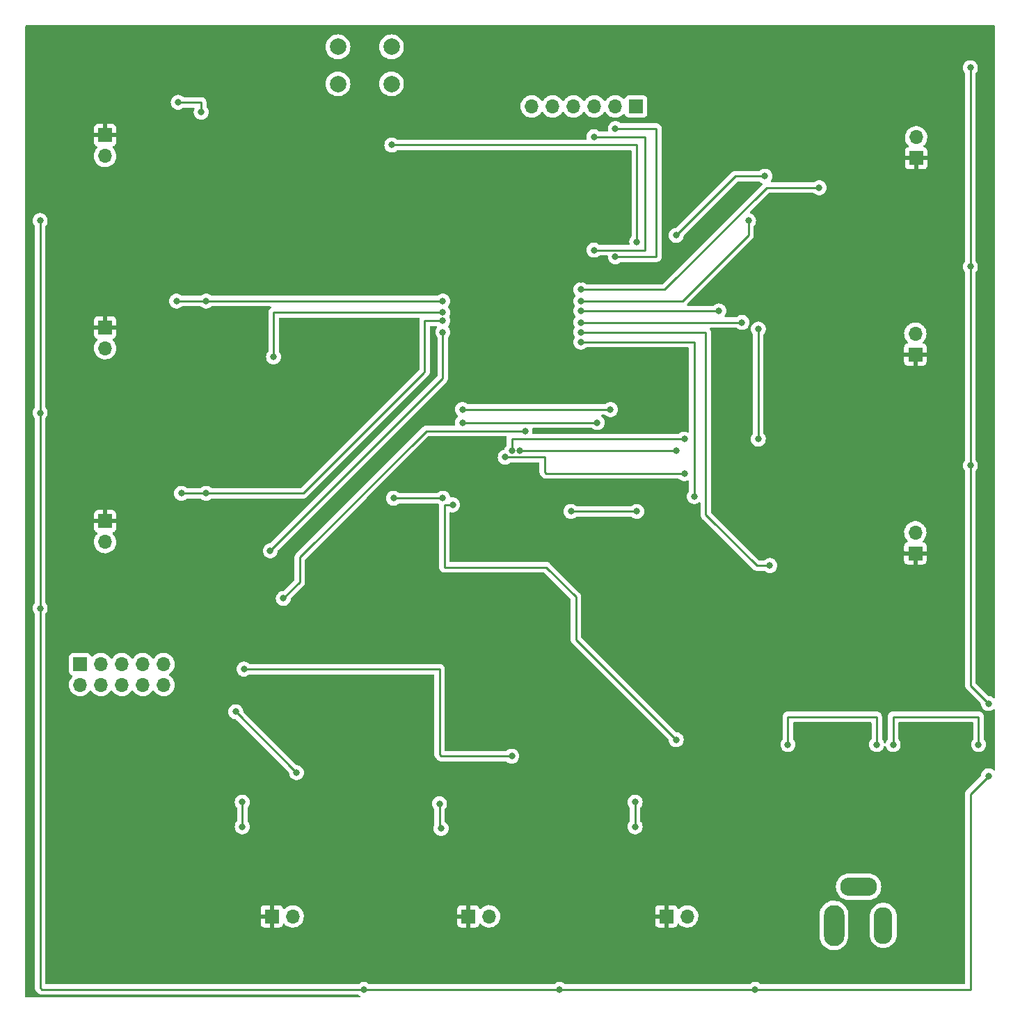
<source format=gbr>
%TF.GenerationSoftware,KiCad,Pcbnew,(6.0.5)*%
%TF.CreationDate,2023-11-04T17:02:32-05:00*%
%TF.ProjectId,ECE395_Digital_Target,45434533-3935-45f4-9469-676974616c5f,rev?*%
%TF.SameCoordinates,Original*%
%TF.FileFunction,Copper,L2,Bot*%
%TF.FilePolarity,Positive*%
%FSLAX46Y46*%
G04 Gerber Fmt 4.6, Leading zero omitted, Abs format (unit mm)*
G04 Created by KiCad (PCBNEW (6.0.5)) date 2023-11-04 17:02:32*
%MOMM*%
%LPD*%
G01*
G04 APERTURE LIST*
%TA.AperFunction,ComponentPad*%
%ADD10R,1.700000X1.700000*%
%TD*%
%TA.AperFunction,ComponentPad*%
%ADD11O,1.700000X1.700000*%
%TD*%
%TA.AperFunction,ComponentPad*%
%ADD12O,2.500000X5.000000*%
%TD*%
%TA.AperFunction,ComponentPad*%
%ADD13O,2.250000X4.500000*%
%TD*%
%TA.AperFunction,ComponentPad*%
%ADD14O,4.500000X2.250000*%
%TD*%
%TA.AperFunction,ComponentPad*%
%ADD15C,2.000000*%
%TD*%
%TA.AperFunction,ViaPad*%
%ADD16C,0.800000*%
%TD*%
%TA.AperFunction,Conductor*%
%ADD17C,0.250000*%
%TD*%
G04 APERTURE END LIST*
D10*
%TO.P,S2,1,Pin_1*%
%TO.N,unconnected-(S2-Pad1)*%
X123925000Y-41900000D03*
D11*
%TO.P,S2,2,Pin_2*%
%TO.N,Net-(S2-Pad2)*%
X121385000Y-41900000D03*
%TO.P,S2,3,Pin_3*%
%TO.N,Net-(S2-Pad3)*%
X118845000Y-41900000D03*
%TO.P,S2,4,Pin_4*%
%TO.N,unconnected-(S2-Pad4)*%
X116305000Y-41900000D03*
%TO.P,S2,5,Pin_5*%
%TO.N,unconnected-(S2-Pad5)*%
X113765000Y-41900000D03*
%TO.P,S2,6,Pin_6*%
%TO.N,GND*%
X111225000Y-41900000D03*
%TD*%
D12*
%TO.P,J0,1*%
%TO.N,+12V*%
X148000000Y-141600000D03*
D13*
%TO.P,J0,2*%
%TO.N,GND*%
X154000000Y-141600000D03*
D14*
%TO.P,J0,3*%
%TO.N,unconnected-(J0-Pad3)*%
X151000000Y-136900000D03*
%TD*%
D10*
%TO.P,J1,1,Pin_1*%
%TO.N,6.6V*%
X59300000Y-45400000D03*
D11*
%TO.P,J1,2,Pin_2*%
%TO.N,Net-(J1-Pad2)*%
X59300000Y-47940000D03*
%TD*%
D10*
%TO.P,J7,1,Pin_1*%
%TO.N,6.6V*%
X79600000Y-140500000D03*
D11*
%TO.P,J7,2,Pin_2*%
%TO.N,Net-(J7-Pad2)*%
X82140000Y-140500000D03*
%TD*%
D10*
%TO.P,J4,1,Pin_1*%
%TO.N,6.6V*%
X158000000Y-48200000D03*
D11*
%TO.P,J4,2,Pin_2*%
%TO.N,Net-(J4-Pad2)*%
X158000000Y-45660000D03*
%TD*%
D10*
%TO.P,J5,1,Pin_1*%
%TO.N,6.6V*%
X157900000Y-72100000D03*
D11*
%TO.P,J5,2,Pin_2*%
%TO.N,Net-(J5-Pad2)*%
X157900000Y-69560000D03*
%TD*%
D10*
%TO.P,S1,1,Pin_1*%
%TO.N,unconnected-(S1-Pad1)*%
X56260000Y-109800000D03*
D11*
%TO.P,S1,2,Pin_2*%
%TO.N,Net-(S1-Pad2)*%
X56260000Y-112340000D03*
%TO.P,S1,3,Pin_3*%
%TO.N,unconnected-(S1-Pad3)*%
X58800000Y-109800000D03*
%TO.P,S1,4,Pin_4*%
%TO.N,Net-(S1-Pad4)*%
X58800000Y-112340000D03*
%TO.P,S1,5,Pin_5*%
%TO.N,GND*%
X61340000Y-109800000D03*
%TO.P,S1,6,Pin_6*%
X61340000Y-112340000D03*
%TO.P,S1,7,Pin_7*%
%TO.N,unconnected-(S1-Pad7)*%
X63880000Y-109800000D03*
%TO.P,S1,8,Pin_8*%
%TO.N,unconnected-(S1-Pad8)*%
X63880000Y-112340000D03*
%TO.P,S1,9,Pin_9*%
%TO.N,unconnected-(S1-Pad9)*%
X66420000Y-109800000D03*
%TO.P,S1,10,Pin_10*%
%TO.N,unconnected-(S1-Pad10)*%
X66420000Y-112340000D03*
%TD*%
D10*
%TO.P,J9,1,Pin_1*%
%TO.N,6.6V*%
X127600000Y-140500000D03*
D11*
%TO.P,J9,2,Pin_2*%
%TO.N,Net-(J9-Pad2)*%
X130140000Y-140500000D03*
%TD*%
D10*
%TO.P,J6,1,Pin_1*%
%TO.N,6.6V*%
X157900000Y-96300000D03*
D11*
%TO.P,J6,2,Pin_2*%
%TO.N,Net-(J6-Pad2)*%
X157900000Y-93760000D03*
%TD*%
D10*
%TO.P,J8,1,Pin_1*%
%TO.N,6.6V*%
X103500000Y-140500000D03*
D11*
%TO.P,J8,2,Pin_2*%
%TO.N,Net-(J8-Pad2)*%
X106040000Y-140500000D03*
%TD*%
D15*
%TO.P,SW1,1,1*%
%TO.N,GND*%
X87650000Y-34650000D03*
X94150000Y-34650000D03*
%TO.P,SW1,2,2*%
%TO.N,Net-(C300-Pad1)*%
X94150000Y-39150000D03*
X87650000Y-39150000D03*
%TD*%
D10*
%TO.P,J3,1,Pin_1*%
%TO.N,6.6V*%
X59300000Y-92400000D03*
D11*
%TO.P,J3,2,Pin_2*%
%TO.N,Net-(J3-Pad2)*%
X59300000Y-94940000D03*
%TD*%
D10*
%TO.P,J2,1,Pin_1*%
%TO.N,6.6V*%
X59300000Y-68800000D03*
D11*
%TO.P,J2,2,Pin_2*%
%TO.N,Net-(J2-Pad2)*%
X59300000Y-71340000D03*
%TD*%
D16*
%TO.N,GND*%
X165600000Y-119600000D03*
X155200000Y-119600000D03*
X142400000Y-119600000D03*
X153200000Y-119600000D03*
%TO.N,6.6V*%
X96400000Y-112200000D03*
X117000000Y-57600000D03*
X131000000Y-57600000D03*
X117200000Y-73800000D03*
X153400000Y-131400000D03*
X96400000Y-120400000D03*
X117200000Y-63000000D03*
X130200000Y-138400000D03*
%TO.N,+3V3*%
X51400000Y-55800000D03*
X90800000Y-149400000D03*
X138400000Y-149400000D03*
X164600000Y-85600000D03*
X51400000Y-103000000D03*
X166800000Y-123400000D03*
X164600000Y-37200000D03*
X164600000Y-61400000D03*
X114600000Y-149400000D03*
X166800000Y-114600000D03*
X51400000Y-79200000D03*
%TO.N,Net-(C300-Pad1)*%
X124000000Y-91200000D03*
X94200000Y-46600000D03*
X124000000Y-58400000D03*
X116000000Y-91200000D03*
%TO.N,Net-(D1-Pad2)*%
X102800000Y-78800000D03*
X120800000Y-78800000D03*
%TO.N,Net-(D2-Pad2)*%
X119200000Y-80400000D03*
X102800000Y-80400000D03*
%TO.N,Net-(D3-Pad2)*%
X81000000Y-101800000D03*
X110400000Y-81400000D03*
%TO.N,Net-(U1-Pad11)*%
X128800000Y-57600000D03*
X109799503Y-83800000D03*
X139600000Y-50400000D03*
X128800000Y-83800000D03*
%TO.N,Net-(U1-Pad12)*%
X108800000Y-83800000D03*
X129800000Y-82400000D03*
X138800000Y-82400000D03*
X138800000Y-69000000D03*
%TO.N,Net-(U1-Pad13)*%
X108000000Y-84600000D03*
X129800000Y-86600000D03*
%TO.N,Net-(D7-Pad2)*%
X82600000Y-123000000D03*
X75200000Y-115600000D03*
%TO.N,Net-(D8-Pad2)*%
X94400000Y-89600000D03*
X100400000Y-89600000D03*
X108800000Y-121000000D03*
X76200000Y-110400000D03*
%TO.N,Net-(D9-Pad2)*%
X128800000Y-119000000D03*
X101600000Y-90400000D03*
%TO.N,Net-(NOT1-Pad1)*%
X68200000Y-41400000D03*
X71000000Y-42600000D03*
%TO.N,Net-(NOT1-Pad3)*%
X71600000Y-65600000D03*
X68000000Y-65600000D03*
X100400000Y-65600000D03*
%TO.N,Net-(NOT1-Pad4)*%
X100400000Y-67000000D03*
X79800000Y-72400000D03*
%TO.N,Net-(NOT1-Pad5)*%
X71600000Y-89000000D03*
X68600000Y-89000000D03*
X100400000Y-68000000D03*
%TO.N,Net-(NOT1-Pad6)*%
X79400000Y-96000000D03*
X100400000Y-69400000D03*
%TO.N,Net-(NOT1-Pad8)*%
X131000000Y-89400000D03*
X117200000Y-70600000D03*
%TO.N,Net-(OP6-Pad6)*%
X140200000Y-97800000D03*
X117200000Y-69400000D03*
%TO.N,Net-(NOT1-Pad10)*%
X117200000Y-68200000D03*
X136800000Y-68200000D03*
%TO.N,Net-(NOT1-Pad11)*%
X117200000Y-66800000D03*
X134000000Y-66800000D03*
%TO.N,Net-(NOT1-Pad12)*%
X117200000Y-65600000D03*
X137600000Y-55800000D03*
%TO.N,Net-(OP4-Pad6)*%
X146200000Y-51800000D03*
X117200000Y-64200000D03*
%TO.N,Net-(NOT2-Pad1)*%
X76000000Y-129600000D03*
X76000000Y-126600000D03*
%TO.N,Net-(NOT2-Pad3)*%
X100000000Y-126800000D03*
X100200000Y-129800000D03*
%TO.N,Net-(NOT2-Pad5)*%
X123800000Y-129600000D03*
X123800000Y-126600000D03*
%TO.N,Net-(S2-Pad2)*%
X121400000Y-60200000D03*
X121400000Y-44600000D03*
%TO.N,Net-(S2-Pad3)*%
X118800000Y-59400000D03*
X118800000Y-45600000D03*
%TD*%
D17*
%TO.N,GND*%
X155200000Y-116200000D02*
X165600000Y-116200000D01*
X153200000Y-119600000D02*
X153200000Y-116200000D01*
X155200000Y-119600000D02*
X155200000Y-116200000D01*
X153200000Y-116200000D02*
X142400000Y-116200000D01*
X165600000Y-119600000D02*
X165600000Y-116200000D01*
X142400000Y-119600000D02*
X142400000Y-116200000D01*
%TO.N,6.6V*%
X135400000Y-133200000D02*
X130200000Y-138400000D01*
X96400000Y-120400000D02*
X96400000Y-112200000D01*
X131000000Y-57600000D02*
X125600000Y-63000000D01*
X117000000Y-57600000D02*
X117000000Y-60000000D01*
X151600000Y-133200000D02*
X135400000Y-133200000D01*
X117000000Y-60000000D02*
X115800000Y-61200000D01*
X153400000Y-131400000D02*
X151600000Y-133200000D01*
X125600000Y-63000000D02*
X117200000Y-63000000D01*
X115800000Y-61200000D02*
X115800000Y-72400000D01*
X115800000Y-72400000D02*
X117200000Y-73800000D01*
%TO.N,+3V3*%
X164600000Y-85600000D02*
X164600000Y-61400000D01*
X166800000Y-114600000D02*
X164600000Y-112400000D01*
X51400000Y-149200000D02*
X51400000Y-103000000D01*
X164600000Y-149400000D02*
X138400000Y-149400000D01*
X51400000Y-79200000D02*
X51400000Y-55800000D01*
X90800000Y-149400000D02*
X51600000Y-149400000D01*
X164600000Y-149400000D02*
X164600000Y-125600000D01*
X164600000Y-61400000D02*
X164600000Y-37200000D01*
X51400000Y-103000000D02*
X51400000Y-79200000D01*
X164600000Y-125600000D02*
X166800000Y-123400000D01*
X138400000Y-149400000D02*
X114600000Y-149400000D01*
X114600000Y-149400000D02*
X90800000Y-149400000D01*
X164600000Y-112400000D02*
X164600000Y-85600000D01*
X51600000Y-149400000D02*
X51400000Y-149200000D01*
%TO.N,Net-(C300-Pad1)*%
X94200000Y-46600000D02*
X124000000Y-46600000D01*
X124000000Y-91200000D02*
X116000000Y-91200000D01*
X124000000Y-46600000D02*
X124000000Y-58400000D01*
%TO.N,Net-(D1-Pad2)*%
X102800000Y-78800000D02*
X120800000Y-78800000D01*
%TO.N,Net-(D2-Pad2)*%
X102800000Y-80400000D02*
X119200000Y-80400000D01*
%TO.N,Net-(D3-Pad2)*%
X81000000Y-101800000D02*
X83000000Y-99800000D01*
X83000000Y-99800000D02*
X83000000Y-96800000D01*
X98400000Y-81400000D02*
X110400000Y-81400000D01*
X83000000Y-96800000D02*
X98400000Y-81400000D01*
%TO.N,Net-(U1-Pad11)*%
X128800000Y-83800000D02*
X109800000Y-83800000D01*
X136000000Y-50400000D02*
X128800000Y-57600000D01*
X109800000Y-83800000D02*
X109799503Y-83800000D01*
X136800000Y-50400000D02*
X136000000Y-50400000D01*
X139600000Y-50400000D02*
X136800000Y-50400000D01*
%TO.N,Net-(U1-Pad12)*%
X129800000Y-82400000D02*
X108800000Y-82400000D01*
X138800000Y-69000000D02*
X138800000Y-80200000D01*
X108800000Y-82400000D02*
X108800000Y-83800000D01*
X138800000Y-80200000D02*
X138800000Y-82400000D01*
%TO.N,Net-(U1-Pad13)*%
X113000000Y-86600000D02*
X112800000Y-86400000D01*
X112800000Y-84600000D02*
X108000000Y-84600000D01*
X112800000Y-86400000D02*
X112800000Y-84600000D01*
X129800000Y-86600000D02*
X113000000Y-86600000D01*
%TO.N,Net-(D7-Pad2)*%
X82600000Y-123000000D02*
X75200000Y-115600000D01*
%TO.N,Net-(D8-Pad2)*%
X100000000Y-110400000D02*
X76200000Y-110400000D01*
X100000000Y-120800000D02*
X100000000Y-110400000D01*
X108800000Y-121000000D02*
X100200000Y-121000000D01*
X94400000Y-89600000D02*
X100400000Y-89600000D01*
X100200000Y-121000000D02*
X100000000Y-120800000D01*
%TO.N,Net-(D9-Pad2)*%
X128800000Y-119000000D02*
X116600000Y-106800000D01*
X116600000Y-106800000D02*
X116600000Y-101600000D01*
X100600000Y-90400000D02*
X101600000Y-90400000D01*
X100600000Y-98000000D02*
X100600000Y-90400000D01*
X116600000Y-101600000D02*
X113000000Y-98000000D01*
X113000000Y-98000000D02*
X100600000Y-98000000D01*
%TO.N,Net-(NOT1-Pad1)*%
X71000000Y-42600000D02*
X71000000Y-41400000D01*
X71000000Y-41400000D02*
X68200000Y-41400000D01*
%TO.N,Net-(NOT1-Pad3)*%
X71600000Y-65600000D02*
X68000000Y-65600000D01*
X71600000Y-65600000D02*
X100400000Y-65600000D01*
%TO.N,Net-(NOT1-Pad4)*%
X79800000Y-67000000D02*
X100400000Y-67000000D01*
X79800000Y-72400000D02*
X79800000Y-67000000D01*
%TO.N,Net-(NOT1-Pad5)*%
X71600000Y-89000000D02*
X83400000Y-89000000D01*
X71600000Y-89000000D02*
X68600000Y-89000000D01*
X98200000Y-68000000D02*
X100400000Y-68000000D01*
X83800000Y-88600000D02*
X98000000Y-74400000D01*
X98000000Y-74400000D02*
X98200000Y-74200000D01*
X83400000Y-89000000D02*
X83800000Y-88600000D01*
X98200000Y-74200000D02*
X98200000Y-68000000D01*
%TO.N,Net-(NOT1-Pad6)*%
X79400000Y-96000000D02*
X100400000Y-75000000D01*
X100400000Y-75000000D02*
X100400000Y-69400000D01*
%TO.N,Net-(NOT1-Pad8)*%
X131000000Y-70600000D02*
X117200000Y-70600000D01*
X131000000Y-89400000D02*
X131000000Y-70600000D01*
%TO.N,Net-(OP6-Pad6)*%
X132800000Y-92000000D02*
X132400000Y-91600000D01*
X132400000Y-69400000D02*
X117200000Y-69400000D01*
X140200000Y-97800000D02*
X138600000Y-97800000D01*
X132400000Y-91600000D02*
X132400000Y-69400000D01*
X138600000Y-97800000D02*
X132800000Y-92000000D01*
%TO.N,Net-(NOT1-Pad10)*%
X136800000Y-68200000D02*
X117200000Y-68200000D01*
%TO.N,Net-(NOT1-Pad11)*%
X134000000Y-66800000D02*
X117200000Y-66800000D01*
%TO.N,Net-(NOT1-Pad12)*%
X129600000Y-65600000D02*
X117200000Y-65600000D01*
X137600000Y-57600000D02*
X129600000Y-65600000D01*
X137600000Y-55800000D02*
X137600000Y-57600000D01*
%TO.N,Net-(OP4-Pad6)*%
X139800000Y-51800000D02*
X127400000Y-64200000D01*
X127400000Y-64200000D02*
X117200000Y-64200000D01*
X146200000Y-51800000D02*
X139800000Y-51800000D01*
%TO.N,Net-(NOT2-Pad1)*%
X76000000Y-126600000D02*
X76000000Y-129600000D01*
%TO.N,Net-(NOT2-Pad3)*%
X100000000Y-126800000D02*
X100000000Y-129600000D01*
X100000000Y-129600000D02*
X100200000Y-129800000D01*
%TO.N,Net-(NOT2-Pad5)*%
X123800000Y-126600000D02*
X123800000Y-129600000D01*
%TO.N,Net-(S2-Pad2)*%
X126400000Y-44600000D02*
X126400000Y-60200000D01*
X121400000Y-44600000D02*
X126400000Y-44600000D01*
X126400000Y-60200000D02*
X121400000Y-60200000D01*
%TO.N,Net-(S2-Pad3)*%
X125000000Y-59400000D02*
X118800000Y-59400000D01*
X118800000Y-45600000D02*
X125000000Y-45600000D01*
X125000000Y-45600000D02*
X125000000Y-59400000D01*
%TD*%
%TA.AperFunction,Conductor*%
%TO.N,6.6V*%
G36*
X167542121Y-32020002D02*
G01*
X167588614Y-32073658D01*
X167600000Y-32126000D01*
X167600000Y-113810978D01*
X167579998Y-113879099D01*
X167526342Y-113925592D01*
X167456068Y-113935696D01*
X167399939Y-113912914D01*
X167262094Y-113812763D01*
X167262093Y-113812762D01*
X167256752Y-113808882D01*
X167250724Y-113806198D01*
X167250722Y-113806197D01*
X167088319Y-113733891D01*
X167088318Y-113733891D01*
X167082288Y-113731206D01*
X166988887Y-113711353D01*
X166901944Y-113692872D01*
X166901939Y-113692872D01*
X166895487Y-113691500D01*
X166839594Y-113691500D01*
X166771473Y-113671498D01*
X166750499Y-113654595D01*
X165270405Y-112174500D01*
X165236379Y-112112188D01*
X165233500Y-112085405D01*
X165233500Y-86302524D01*
X165253502Y-86234403D01*
X165265858Y-86218221D01*
X165339040Y-86136944D01*
X165434527Y-85971556D01*
X165493542Y-85789928D01*
X165494761Y-85778336D01*
X165512814Y-85606565D01*
X165513504Y-85600000D01*
X165493542Y-85410072D01*
X165434527Y-85228444D01*
X165339040Y-85063056D01*
X165265863Y-84981785D01*
X165235147Y-84917779D01*
X165233500Y-84897476D01*
X165233500Y-62102524D01*
X165253502Y-62034403D01*
X165265858Y-62018221D01*
X165339040Y-61936944D01*
X165434527Y-61771556D01*
X165493542Y-61589928D01*
X165513504Y-61400000D01*
X165493542Y-61210072D01*
X165434527Y-61028444D01*
X165339040Y-60863056D01*
X165265863Y-60781785D01*
X165235147Y-60717779D01*
X165233500Y-60697476D01*
X165233500Y-37902524D01*
X165253502Y-37834403D01*
X165265858Y-37818221D01*
X165339040Y-37736944D01*
X165434527Y-37571556D01*
X165493542Y-37389928D01*
X165513504Y-37200000D01*
X165493542Y-37010072D01*
X165434527Y-36828444D01*
X165339040Y-36663056D01*
X165211253Y-36521134D01*
X165056752Y-36408882D01*
X165050724Y-36406198D01*
X165050722Y-36406197D01*
X164888319Y-36333891D01*
X164888318Y-36333891D01*
X164882288Y-36331206D01*
X164788887Y-36311353D01*
X164701944Y-36292872D01*
X164701939Y-36292872D01*
X164695487Y-36291500D01*
X164504513Y-36291500D01*
X164498061Y-36292872D01*
X164498056Y-36292872D01*
X164411113Y-36311353D01*
X164317712Y-36331206D01*
X164311682Y-36333891D01*
X164311681Y-36333891D01*
X164149278Y-36406197D01*
X164149276Y-36406198D01*
X164143248Y-36408882D01*
X163988747Y-36521134D01*
X163860960Y-36663056D01*
X163765473Y-36828444D01*
X163706458Y-37010072D01*
X163686496Y-37200000D01*
X163706458Y-37389928D01*
X163765473Y-37571556D01*
X163860960Y-37736944D01*
X163934137Y-37818215D01*
X163964853Y-37882221D01*
X163966500Y-37902524D01*
X163966500Y-60697476D01*
X163946498Y-60765597D01*
X163934142Y-60781779D01*
X163860960Y-60863056D01*
X163765473Y-61028444D01*
X163706458Y-61210072D01*
X163686496Y-61400000D01*
X163706458Y-61589928D01*
X163765473Y-61771556D01*
X163860960Y-61936944D01*
X163934137Y-62018215D01*
X163964853Y-62082221D01*
X163966500Y-62102524D01*
X163966500Y-84897476D01*
X163946498Y-84965597D01*
X163934142Y-84981779D01*
X163860960Y-85063056D01*
X163765473Y-85228444D01*
X163706458Y-85410072D01*
X163686496Y-85600000D01*
X163687186Y-85606565D01*
X163705240Y-85778336D01*
X163706458Y-85789928D01*
X163765473Y-85971556D01*
X163860960Y-86136944D01*
X163934137Y-86218215D01*
X163964853Y-86282221D01*
X163966500Y-86302524D01*
X163966500Y-112321233D01*
X163965973Y-112332416D01*
X163964298Y-112339909D01*
X163964547Y-112347835D01*
X163964547Y-112347836D01*
X163966438Y-112407986D01*
X163966500Y-112411945D01*
X163966500Y-112439856D01*
X163966997Y-112443790D01*
X163966997Y-112443791D01*
X163967005Y-112443856D01*
X163967938Y-112455693D01*
X163969327Y-112499889D01*
X163974978Y-112519339D01*
X163978987Y-112538700D01*
X163981526Y-112558797D01*
X163984445Y-112566168D01*
X163984445Y-112566170D01*
X163997804Y-112599912D01*
X164001649Y-112611142D01*
X164013982Y-112653593D01*
X164018015Y-112660412D01*
X164018017Y-112660417D01*
X164024293Y-112671028D01*
X164032988Y-112688776D01*
X164040448Y-112707617D01*
X164045110Y-112714033D01*
X164045110Y-112714034D01*
X164066436Y-112743387D01*
X164072952Y-112753307D01*
X164095458Y-112791362D01*
X164109779Y-112805683D01*
X164122619Y-112820716D01*
X164134528Y-112837107D01*
X164168605Y-112865298D01*
X164177384Y-112873288D01*
X165852878Y-114548783D01*
X165886904Y-114611095D01*
X165889093Y-114624706D01*
X165906458Y-114789928D01*
X165965473Y-114971556D01*
X166060960Y-115136944D01*
X166188747Y-115278866D01*
X166343248Y-115391118D01*
X166349276Y-115393802D01*
X166349278Y-115393803D01*
X166400560Y-115416635D01*
X166517712Y-115468794D01*
X166611113Y-115488647D01*
X166698056Y-115507128D01*
X166698061Y-115507128D01*
X166704513Y-115508500D01*
X166895487Y-115508500D01*
X166901939Y-115507128D01*
X166901944Y-115507128D01*
X166988887Y-115488647D01*
X167082288Y-115468794D01*
X167199440Y-115416635D01*
X167250722Y-115393803D01*
X167250724Y-115393802D01*
X167256752Y-115391118D01*
X167399939Y-115287086D01*
X167466806Y-115263228D01*
X167535958Y-115279308D01*
X167585438Y-115330222D01*
X167600000Y-115389022D01*
X167600000Y-122610978D01*
X167579998Y-122679099D01*
X167526342Y-122725592D01*
X167456068Y-122735696D01*
X167399939Y-122712914D01*
X167262094Y-122612763D01*
X167262093Y-122612762D01*
X167256752Y-122608882D01*
X167250724Y-122606198D01*
X167250722Y-122606197D01*
X167088319Y-122533891D01*
X167088318Y-122533891D01*
X167082288Y-122531206D01*
X166988888Y-122511353D01*
X166901944Y-122492872D01*
X166901939Y-122492872D01*
X166895487Y-122491500D01*
X166704513Y-122491500D01*
X166698061Y-122492872D01*
X166698056Y-122492872D01*
X166611112Y-122511353D01*
X166517712Y-122531206D01*
X166511682Y-122533891D01*
X166511681Y-122533891D01*
X166349278Y-122606197D01*
X166349276Y-122606198D01*
X166343248Y-122608882D01*
X166188747Y-122721134D01*
X166184326Y-122726044D01*
X166184325Y-122726045D01*
X166102758Y-122816635D01*
X166060960Y-122863056D01*
X165965473Y-123028444D01*
X165906458Y-123210072D01*
X165905768Y-123216633D01*
X165905768Y-123216635D01*
X165889093Y-123375293D01*
X165862080Y-123440950D01*
X165852878Y-123451218D01*
X164996967Y-124307128D01*
X164207747Y-125096348D01*
X164199461Y-125103888D01*
X164192982Y-125108000D01*
X164187557Y-125113777D01*
X164146357Y-125157651D01*
X164143602Y-125160493D01*
X164123865Y-125180230D01*
X164121385Y-125183427D01*
X164113682Y-125192447D01*
X164083414Y-125224679D01*
X164079595Y-125231625D01*
X164079593Y-125231628D01*
X164073652Y-125242434D01*
X164062801Y-125258953D01*
X164050386Y-125274959D01*
X164047241Y-125282228D01*
X164047238Y-125282232D01*
X164032826Y-125315537D01*
X164027609Y-125326187D01*
X164006305Y-125364940D01*
X164004334Y-125372615D01*
X164004334Y-125372616D01*
X164001267Y-125384562D01*
X163994863Y-125403266D01*
X163986819Y-125421855D01*
X163985580Y-125429678D01*
X163985577Y-125429688D01*
X163979901Y-125465524D01*
X163977495Y-125477144D01*
X163966500Y-125519970D01*
X163966500Y-125540224D01*
X163964949Y-125559934D01*
X163961780Y-125579943D01*
X163962526Y-125587835D01*
X163965941Y-125623961D01*
X163966500Y-125635819D01*
X163966500Y-148640500D01*
X163946498Y-148708621D01*
X163892842Y-148755114D01*
X163840500Y-148766500D01*
X139108200Y-148766500D01*
X139040079Y-148746498D01*
X139020853Y-148730157D01*
X139020580Y-148730460D01*
X139015668Y-148726037D01*
X139011253Y-148721134D01*
X138856752Y-148608882D01*
X138850724Y-148606198D01*
X138850722Y-148606197D01*
X138688319Y-148533891D01*
X138688318Y-148533891D01*
X138682288Y-148531206D01*
X138588887Y-148511353D01*
X138501944Y-148492872D01*
X138501939Y-148492872D01*
X138495487Y-148491500D01*
X138304513Y-148491500D01*
X138298061Y-148492872D01*
X138298056Y-148492872D01*
X138211113Y-148511353D01*
X138117712Y-148531206D01*
X138111682Y-148533891D01*
X138111681Y-148533891D01*
X137949278Y-148606197D01*
X137949276Y-148606198D01*
X137943248Y-148608882D01*
X137788747Y-148721134D01*
X137784332Y-148726037D01*
X137779420Y-148730460D01*
X137778295Y-148729211D01*
X137724986Y-148762051D01*
X137691800Y-148766500D01*
X115308200Y-148766500D01*
X115240079Y-148746498D01*
X115220853Y-148730157D01*
X115220580Y-148730460D01*
X115215668Y-148726037D01*
X115211253Y-148721134D01*
X115056752Y-148608882D01*
X115050724Y-148606198D01*
X115050722Y-148606197D01*
X114888319Y-148533891D01*
X114888318Y-148533891D01*
X114882288Y-148531206D01*
X114788887Y-148511353D01*
X114701944Y-148492872D01*
X114701939Y-148492872D01*
X114695487Y-148491500D01*
X114504513Y-148491500D01*
X114498061Y-148492872D01*
X114498056Y-148492872D01*
X114411113Y-148511353D01*
X114317712Y-148531206D01*
X114311682Y-148533891D01*
X114311681Y-148533891D01*
X114149278Y-148606197D01*
X114149276Y-148606198D01*
X114143248Y-148608882D01*
X113988747Y-148721134D01*
X113984332Y-148726037D01*
X113979420Y-148730460D01*
X113978295Y-148729211D01*
X113924986Y-148762051D01*
X113891800Y-148766500D01*
X91508200Y-148766500D01*
X91440079Y-148746498D01*
X91420853Y-148730157D01*
X91420580Y-148730460D01*
X91415668Y-148726037D01*
X91411253Y-148721134D01*
X91256752Y-148608882D01*
X91250724Y-148606198D01*
X91250722Y-148606197D01*
X91088319Y-148533891D01*
X91088318Y-148533891D01*
X91082288Y-148531206D01*
X90988887Y-148511353D01*
X90901944Y-148492872D01*
X90901939Y-148492872D01*
X90895487Y-148491500D01*
X90704513Y-148491500D01*
X90698061Y-148492872D01*
X90698056Y-148492872D01*
X90611113Y-148511353D01*
X90517712Y-148531206D01*
X90511682Y-148533891D01*
X90511681Y-148533891D01*
X90349278Y-148606197D01*
X90349276Y-148606198D01*
X90343248Y-148608882D01*
X90188747Y-148721134D01*
X90184332Y-148726037D01*
X90179420Y-148730460D01*
X90178295Y-148729211D01*
X90124986Y-148762051D01*
X90091800Y-148766500D01*
X52159500Y-148766500D01*
X52091379Y-148746498D01*
X52044886Y-148692842D01*
X52033500Y-148640500D01*
X52033500Y-142916354D01*
X146241500Y-142916354D01*
X146241673Y-142918679D01*
X146241673Y-142918685D01*
X146245962Y-142976392D01*
X146255939Y-143110652D01*
X146256968Y-143115200D01*
X146256969Y-143115206D01*
X146282159Y-143226528D01*
X146313623Y-143365577D01*
X146408353Y-143609177D01*
X146538049Y-143836098D01*
X146699862Y-144041357D01*
X146890237Y-144220443D01*
X146978194Y-144281461D01*
X147095966Y-144363163D01*
X147104991Y-144369424D01*
X147109181Y-144371490D01*
X147109184Y-144371492D01*
X147335219Y-144482960D01*
X147335222Y-144482961D01*
X147339407Y-144485025D01*
X147343850Y-144486447D01*
X147343852Y-144486448D01*
X147583877Y-144563280D01*
X147588335Y-144564707D01*
X147846307Y-144606721D01*
X147960058Y-144608210D01*
X148102978Y-144610081D01*
X148102981Y-144610081D01*
X148107655Y-144610142D01*
X148366638Y-144574896D01*
X148617567Y-144501757D01*
X148653862Y-144485025D01*
X148672112Y-144476611D01*
X148854928Y-144392332D01*
X148904976Y-144359519D01*
X149069596Y-144251590D01*
X149069601Y-144251586D01*
X149073509Y-144249024D01*
X149268506Y-144074982D01*
X149435637Y-143874030D01*
X149546168Y-143691881D01*
X149568804Y-143654578D01*
X149568806Y-143654574D01*
X149571229Y-143650581D01*
X149672303Y-143409545D01*
X149736641Y-143156217D01*
X149758500Y-142939133D01*
X149758500Y-142789180D01*
X152366500Y-142789180D01*
X152381622Y-142981326D01*
X152382776Y-142986133D01*
X152382777Y-142986139D01*
X152412670Y-143110652D01*
X152441645Y-143231340D01*
X152443538Y-143235911D01*
X152443539Y-143235913D01*
X152517245Y-143413854D01*
X152540040Y-143468887D01*
X152674384Y-143688116D01*
X152841369Y-143883631D01*
X153036884Y-144050616D01*
X153256113Y-144184960D01*
X153260683Y-144186853D01*
X153260687Y-144186855D01*
X153403252Y-144245907D01*
X153493660Y-144283355D01*
X153580502Y-144304204D01*
X153738861Y-144342223D01*
X153738867Y-144342224D01*
X153743674Y-144343378D01*
X154000000Y-144363551D01*
X154256326Y-144343378D01*
X154261133Y-144342224D01*
X154261139Y-144342223D01*
X154419498Y-144304204D01*
X154506340Y-144283355D01*
X154596748Y-144245907D01*
X154739313Y-144186855D01*
X154739317Y-144186853D01*
X154743887Y-144184960D01*
X154963116Y-144050616D01*
X155158631Y-143883631D01*
X155325616Y-143688116D01*
X155459960Y-143468887D01*
X155482756Y-143413854D01*
X155556461Y-143235913D01*
X155556462Y-143235911D01*
X155558355Y-143231340D01*
X155587330Y-143110652D01*
X155617223Y-142986139D01*
X155617224Y-142986133D01*
X155618378Y-142981326D01*
X155633500Y-142789180D01*
X155633500Y-140410820D01*
X155618378Y-140218674D01*
X155588447Y-140094000D01*
X155575302Y-140039248D01*
X155558355Y-139968660D01*
X155504640Y-139838980D01*
X155461855Y-139735687D01*
X155461853Y-139735683D01*
X155459960Y-139731113D01*
X155325616Y-139511884D01*
X155158631Y-139316369D01*
X154963116Y-139149384D01*
X154743887Y-139015040D01*
X154739317Y-139013147D01*
X154739313Y-139013145D01*
X154510913Y-138918539D01*
X154510911Y-138918538D01*
X154506340Y-138916645D01*
X154419498Y-138895796D01*
X154261139Y-138857777D01*
X154261133Y-138857776D01*
X154256326Y-138856622D01*
X154000000Y-138836449D01*
X153743674Y-138856622D01*
X153738867Y-138857776D01*
X153738861Y-138857777D01*
X153580502Y-138895796D01*
X153493660Y-138916645D01*
X153489089Y-138918538D01*
X153489087Y-138918539D01*
X153260687Y-139013145D01*
X153260683Y-139013147D01*
X153256113Y-139015040D01*
X153036884Y-139149384D01*
X152841369Y-139316369D01*
X152674384Y-139511884D01*
X152540040Y-139731113D01*
X152538147Y-139735683D01*
X152538145Y-139735687D01*
X152495360Y-139838980D01*
X152441645Y-139968660D01*
X152424698Y-140039248D01*
X152411554Y-140094000D01*
X152381622Y-140218674D01*
X152366500Y-140410820D01*
X152366500Y-142789180D01*
X149758500Y-142789180D01*
X149758500Y-140283646D01*
X149756574Y-140257729D01*
X149744407Y-140094000D01*
X149744406Y-140093996D01*
X149744061Y-140089348D01*
X149738715Y-140065720D01*
X149687408Y-139838980D01*
X149686377Y-139834423D01*
X149621767Y-139668277D01*
X149593340Y-139595176D01*
X149593339Y-139595173D01*
X149591647Y-139590823D01*
X149461951Y-139363902D01*
X149300138Y-139158643D01*
X149109763Y-138979557D01*
X148931995Y-138856234D01*
X148898851Y-138833241D01*
X148898848Y-138833239D01*
X148895009Y-138830576D01*
X148890816Y-138828508D01*
X148664781Y-138717040D01*
X148664778Y-138717039D01*
X148660593Y-138714975D01*
X148614449Y-138700204D01*
X148416123Y-138636720D01*
X148411665Y-138635293D01*
X148153693Y-138593279D01*
X148039942Y-138591790D01*
X147897022Y-138589919D01*
X147897019Y-138589919D01*
X147892345Y-138589858D01*
X147633362Y-138625104D01*
X147382433Y-138698243D01*
X147378180Y-138700203D01*
X147378179Y-138700204D01*
X147341659Y-138717040D01*
X147145072Y-138807668D01*
X147106067Y-138833241D01*
X146930404Y-138948410D01*
X146930399Y-138948414D01*
X146926491Y-138950976D01*
X146731494Y-139125018D01*
X146564363Y-139325970D01*
X146561934Y-139329973D01*
X146448989Y-139516101D01*
X146428771Y-139549419D01*
X146327697Y-139790455D01*
X146263359Y-140043783D01*
X146241500Y-140260867D01*
X146241500Y-142916354D01*
X52033500Y-142916354D01*
X52033500Y-141394669D01*
X78242001Y-141394669D01*
X78242371Y-141401490D01*
X78247895Y-141452352D01*
X78251521Y-141467604D01*
X78296676Y-141588054D01*
X78305214Y-141603649D01*
X78381715Y-141705724D01*
X78394276Y-141718285D01*
X78496351Y-141794786D01*
X78511946Y-141803324D01*
X78632394Y-141848478D01*
X78647649Y-141852105D01*
X78698514Y-141857631D01*
X78705328Y-141858000D01*
X79327885Y-141858000D01*
X79343124Y-141853525D01*
X79344329Y-141852135D01*
X79346000Y-141844452D01*
X79346000Y-141839884D01*
X79854000Y-141839884D01*
X79858475Y-141855123D01*
X79859865Y-141856328D01*
X79867548Y-141857999D01*
X80494669Y-141857999D01*
X80501490Y-141857629D01*
X80552352Y-141852105D01*
X80567604Y-141848479D01*
X80688054Y-141803324D01*
X80703649Y-141794786D01*
X80805724Y-141718285D01*
X80818285Y-141705724D01*
X80894786Y-141603649D01*
X80903324Y-141588054D01*
X80944225Y-141478952D01*
X80986867Y-141422188D01*
X81053428Y-141397488D01*
X81122777Y-141412696D01*
X81157444Y-141440684D01*
X81182865Y-141470031D01*
X81182869Y-141470035D01*
X81186250Y-141473938D01*
X81358126Y-141616632D01*
X81551000Y-141729338D01*
X81759692Y-141809030D01*
X81764760Y-141810061D01*
X81764763Y-141810062D01*
X81872017Y-141831883D01*
X81978597Y-141853567D01*
X81983772Y-141853757D01*
X81983774Y-141853757D01*
X82196673Y-141861564D01*
X82196677Y-141861564D01*
X82201837Y-141861753D01*
X82206957Y-141861097D01*
X82206959Y-141861097D01*
X82418288Y-141834025D01*
X82418289Y-141834025D01*
X82423416Y-141833368D01*
X82428366Y-141831883D01*
X82632429Y-141770661D01*
X82632434Y-141770659D01*
X82637384Y-141769174D01*
X82837994Y-141670896D01*
X83019860Y-141541173D01*
X83166877Y-141394669D01*
X102142001Y-141394669D01*
X102142371Y-141401490D01*
X102147895Y-141452352D01*
X102151521Y-141467604D01*
X102196676Y-141588054D01*
X102205214Y-141603649D01*
X102281715Y-141705724D01*
X102294276Y-141718285D01*
X102396351Y-141794786D01*
X102411946Y-141803324D01*
X102532394Y-141848478D01*
X102547649Y-141852105D01*
X102598514Y-141857631D01*
X102605328Y-141858000D01*
X103227885Y-141858000D01*
X103243124Y-141853525D01*
X103244329Y-141852135D01*
X103246000Y-141844452D01*
X103246000Y-141839884D01*
X103754000Y-141839884D01*
X103758475Y-141855123D01*
X103759865Y-141856328D01*
X103767548Y-141857999D01*
X104394669Y-141857999D01*
X104401490Y-141857629D01*
X104452352Y-141852105D01*
X104467604Y-141848479D01*
X104588054Y-141803324D01*
X104603649Y-141794786D01*
X104705724Y-141718285D01*
X104718285Y-141705724D01*
X104794786Y-141603649D01*
X104803324Y-141588054D01*
X104844225Y-141478952D01*
X104886867Y-141422188D01*
X104953428Y-141397488D01*
X105022777Y-141412696D01*
X105057444Y-141440684D01*
X105082865Y-141470031D01*
X105082869Y-141470035D01*
X105086250Y-141473938D01*
X105258126Y-141616632D01*
X105451000Y-141729338D01*
X105659692Y-141809030D01*
X105664760Y-141810061D01*
X105664763Y-141810062D01*
X105772017Y-141831883D01*
X105878597Y-141853567D01*
X105883772Y-141853757D01*
X105883774Y-141853757D01*
X106096673Y-141861564D01*
X106096677Y-141861564D01*
X106101837Y-141861753D01*
X106106957Y-141861097D01*
X106106959Y-141861097D01*
X106318288Y-141834025D01*
X106318289Y-141834025D01*
X106323416Y-141833368D01*
X106328366Y-141831883D01*
X106532429Y-141770661D01*
X106532434Y-141770659D01*
X106537384Y-141769174D01*
X106737994Y-141670896D01*
X106919860Y-141541173D01*
X107066877Y-141394669D01*
X126242001Y-141394669D01*
X126242371Y-141401490D01*
X126247895Y-141452352D01*
X126251521Y-141467604D01*
X126296676Y-141588054D01*
X126305214Y-141603649D01*
X126381715Y-141705724D01*
X126394276Y-141718285D01*
X126496351Y-141794786D01*
X126511946Y-141803324D01*
X126632394Y-141848478D01*
X126647649Y-141852105D01*
X126698514Y-141857631D01*
X126705328Y-141858000D01*
X127327885Y-141858000D01*
X127343124Y-141853525D01*
X127344329Y-141852135D01*
X127346000Y-141844452D01*
X127346000Y-141839884D01*
X127854000Y-141839884D01*
X127858475Y-141855123D01*
X127859865Y-141856328D01*
X127867548Y-141857999D01*
X128494669Y-141857999D01*
X128501490Y-141857629D01*
X128552352Y-141852105D01*
X128567604Y-141848479D01*
X128688054Y-141803324D01*
X128703649Y-141794786D01*
X128805724Y-141718285D01*
X128818285Y-141705724D01*
X128894786Y-141603649D01*
X128903324Y-141588054D01*
X128944225Y-141478952D01*
X128986867Y-141422188D01*
X129053428Y-141397488D01*
X129122777Y-141412696D01*
X129157444Y-141440684D01*
X129182865Y-141470031D01*
X129182869Y-141470035D01*
X129186250Y-141473938D01*
X129358126Y-141616632D01*
X129551000Y-141729338D01*
X129759692Y-141809030D01*
X129764760Y-141810061D01*
X129764763Y-141810062D01*
X129872017Y-141831883D01*
X129978597Y-141853567D01*
X129983772Y-141853757D01*
X129983774Y-141853757D01*
X130196673Y-141861564D01*
X130196677Y-141861564D01*
X130201837Y-141861753D01*
X130206957Y-141861097D01*
X130206959Y-141861097D01*
X130418288Y-141834025D01*
X130418289Y-141834025D01*
X130423416Y-141833368D01*
X130428366Y-141831883D01*
X130632429Y-141770661D01*
X130632434Y-141770659D01*
X130637384Y-141769174D01*
X130837994Y-141670896D01*
X131019860Y-141541173D01*
X131178096Y-141383489D01*
X131308453Y-141202077D01*
X131407430Y-141001811D01*
X131472370Y-140788069D01*
X131501529Y-140566590D01*
X131503156Y-140500000D01*
X131484852Y-140277361D01*
X131430431Y-140060702D01*
X131341354Y-139855840D01*
X131263624Y-139735687D01*
X131222822Y-139672617D01*
X131222820Y-139672614D01*
X131220014Y-139668277D01*
X131069670Y-139503051D01*
X131065619Y-139499852D01*
X131065615Y-139499848D01*
X130898414Y-139367800D01*
X130898410Y-139367798D01*
X130894359Y-139364598D01*
X130698789Y-139256638D01*
X130693920Y-139254914D01*
X130693916Y-139254912D01*
X130493087Y-139183795D01*
X130493083Y-139183794D01*
X130488212Y-139182069D01*
X130483119Y-139181162D01*
X130483116Y-139181161D01*
X130273373Y-139143800D01*
X130273367Y-139143799D01*
X130268284Y-139142894D01*
X130194452Y-139141992D01*
X130050081Y-139140228D01*
X130050079Y-139140228D01*
X130044911Y-139140165D01*
X129824091Y-139173955D01*
X129611756Y-139243357D01*
X129581443Y-139259137D01*
X129477674Y-139313156D01*
X129413607Y-139346507D01*
X129409474Y-139349610D01*
X129409471Y-139349612D01*
X129326450Y-139411946D01*
X129234965Y-139480635D01*
X129231393Y-139484373D01*
X129153898Y-139565466D01*
X129092374Y-139600895D01*
X129021462Y-139597438D01*
X128963676Y-139556192D01*
X128944823Y-139522644D01*
X128903324Y-139411946D01*
X128894786Y-139396351D01*
X128818285Y-139294276D01*
X128805724Y-139281715D01*
X128703649Y-139205214D01*
X128688054Y-139196676D01*
X128567606Y-139151522D01*
X128552351Y-139147895D01*
X128501486Y-139142369D01*
X128494672Y-139142000D01*
X127872115Y-139142000D01*
X127856876Y-139146475D01*
X127855671Y-139147865D01*
X127854000Y-139155548D01*
X127854000Y-141839884D01*
X127346000Y-141839884D01*
X127346000Y-140772115D01*
X127341525Y-140756876D01*
X127340135Y-140755671D01*
X127332452Y-140754000D01*
X126260116Y-140754000D01*
X126244877Y-140758475D01*
X126243672Y-140759865D01*
X126242001Y-140767548D01*
X126242001Y-141394669D01*
X107066877Y-141394669D01*
X107078096Y-141383489D01*
X107208453Y-141202077D01*
X107307430Y-141001811D01*
X107372370Y-140788069D01*
X107401529Y-140566590D01*
X107403156Y-140500000D01*
X107384852Y-140277361D01*
X107372424Y-140227885D01*
X126242000Y-140227885D01*
X126246475Y-140243124D01*
X126247865Y-140244329D01*
X126255548Y-140246000D01*
X127327885Y-140246000D01*
X127343124Y-140241525D01*
X127344329Y-140240135D01*
X127346000Y-140232452D01*
X127346000Y-139160116D01*
X127341525Y-139144877D01*
X127340135Y-139143672D01*
X127332452Y-139142001D01*
X126705331Y-139142001D01*
X126698510Y-139142371D01*
X126647648Y-139147895D01*
X126632396Y-139151521D01*
X126511946Y-139196676D01*
X126496351Y-139205214D01*
X126394276Y-139281715D01*
X126381715Y-139294276D01*
X126305214Y-139396351D01*
X126296676Y-139411946D01*
X126251522Y-139532394D01*
X126247895Y-139547649D01*
X126242369Y-139598514D01*
X126242000Y-139605328D01*
X126242000Y-140227885D01*
X107372424Y-140227885D01*
X107330431Y-140060702D01*
X107241354Y-139855840D01*
X107163624Y-139735687D01*
X107122822Y-139672617D01*
X107122820Y-139672614D01*
X107120014Y-139668277D01*
X106969670Y-139503051D01*
X106965619Y-139499852D01*
X106965615Y-139499848D01*
X106798414Y-139367800D01*
X106798410Y-139367798D01*
X106794359Y-139364598D01*
X106598789Y-139256638D01*
X106593920Y-139254914D01*
X106593916Y-139254912D01*
X106393087Y-139183795D01*
X106393083Y-139183794D01*
X106388212Y-139182069D01*
X106383119Y-139181162D01*
X106383116Y-139181161D01*
X106173373Y-139143800D01*
X106173367Y-139143799D01*
X106168284Y-139142894D01*
X106094452Y-139141992D01*
X105950081Y-139140228D01*
X105950079Y-139140228D01*
X105944911Y-139140165D01*
X105724091Y-139173955D01*
X105511756Y-139243357D01*
X105481443Y-139259137D01*
X105377674Y-139313156D01*
X105313607Y-139346507D01*
X105309474Y-139349610D01*
X105309471Y-139349612D01*
X105226450Y-139411946D01*
X105134965Y-139480635D01*
X105131393Y-139484373D01*
X105053898Y-139565466D01*
X104992374Y-139600895D01*
X104921462Y-139597438D01*
X104863676Y-139556192D01*
X104844823Y-139522644D01*
X104803324Y-139411946D01*
X104794786Y-139396351D01*
X104718285Y-139294276D01*
X104705724Y-139281715D01*
X104603649Y-139205214D01*
X104588054Y-139196676D01*
X104467606Y-139151522D01*
X104452351Y-139147895D01*
X104401486Y-139142369D01*
X104394672Y-139142000D01*
X103772115Y-139142000D01*
X103756876Y-139146475D01*
X103755671Y-139147865D01*
X103754000Y-139155548D01*
X103754000Y-141839884D01*
X103246000Y-141839884D01*
X103246000Y-140772115D01*
X103241525Y-140756876D01*
X103240135Y-140755671D01*
X103232452Y-140754000D01*
X102160116Y-140754000D01*
X102144877Y-140758475D01*
X102143672Y-140759865D01*
X102142001Y-140767548D01*
X102142001Y-141394669D01*
X83166877Y-141394669D01*
X83178096Y-141383489D01*
X83308453Y-141202077D01*
X83407430Y-141001811D01*
X83472370Y-140788069D01*
X83501529Y-140566590D01*
X83503156Y-140500000D01*
X83484852Y-140277361D01*
X83472424Y-140227885D01*
X102142000Y-140227885D01*
X102146475Y-140243124D01*
X102147865Y-140244329D01*
X102155548Y-140246000D01*
X103227885Y-140246000D01*
X103243124Y-140241525D01*
X103244329Y-140240135D01*
X103246000Y-140232452D01*
X103246000Y-139160116D01*
X103241525Y-139144877D01*
X103240135Y-139143672D01*
X103232452Y-139142001D01*
X102605331Y-139142001D01*
X102598510Y-139142371D01*
X102547648Y-139147895D01*
X102532396Y-139151521D01*
X102411946Y-139196676D01*
X102396351Y-139205214D01*
X102294276Y-139281715D01*
X102281715Y-139294276D01*
X102205214Y-139396351D01*
X102196676Y-139411946D01*
X102151522Y-139532394D01*
X102147895Y-139547649D01*
X102142369Y-139598514D01*
X102142000Y-139605328D01*
X102142000Y-140227885D01*
X83472424Y-140227885D01*
X83430431Y-140060702D01*
X83341354Y-139855840D01*
X83263624Y-139735687D01*
X83222822Y-139672617D01*
X83222820Y-139672614D01*
X83220014Y-139668277D01*
X83069670Y-139503051D01*
X83065619Y-139499852D01*
X83065615Y-139499848D01*
X82898414Y-139367800D01*
X82898410Y-139367798D01*
X82894359Y-139364598D01*
X82698789Y-139256638D01*
X82693920Y-139254914D01*
X82693916Y-139254912D01*
X82493087Y-139183795D01*
X82493083Y-139183794D01*
X82488212Y-139182069D01*
X82483119Y-139181162D01*
X82483116Y-139181161D01*
X82273373Y-139143800D01*
X82273367Y-139143799D01*
X82268284Y-139142894D01*
X82194452Y-139141992D01*
X82050081Y-139140228D01*
X82050079Y-139140228D01*
X82044911Y-139140165D01*
X81824091Y-139173955D01*
X81611756Y-139243357D01*
X81581443Y-139259137D01*
X81477674Y-139313156D01*
X81413607Y-139346507D01*
X81409474Y-139349610D01*
X81409471Y-139349612D01*
X81326450Y-139411946D01*
X81234965Y-139480635D01*
X81231393Y-139484373D01*
X81153898Y-139565466D01*
X81092374Y-139600895D01*
X81021462Y-139597438D01*
X80963676Y-139556192D01*
X80944823Y-139522644D01*
X80903324Y-139411946D01*
X80894786Y-139396351D01*
X80818285Y-139294276D01*
X80805724Y-139281715D01*
X80703649Y-139205214D01*
X80688054Y-139196676D01*
X80567606Y-139151522D01*
X80552351Y-139147895D01*
X80501486Y-139142369D01*
X80494672Y-139142000D01*
X79872115Y-139142000D01*
X79856876Y-139146475D01*
X79855671Y-139147865D01*
X79854000Y-139155548D01*
X79854000Y-141839884D01*
X79346000Y-141839884D01*
X79346000Y-140772115D01*
X79341525Y-140756876D01*
X79340135Y-140755671D01*
X79332452Y-140754000D01*
X78260116Y-140754000D01*
X78244877Y-140758475D01*
X78243672Y-140759865D01*
X78242001Y-140767548D01*
X78242001Y-141394669D01*
X52033500Y-141394669D01*
X52033500Y-140227885D01*
X78242000Y-140227885D01*
X78246475Y-140243124D01*
X78247865Y-140244329D01*
X78255548Y-140246000D01*
X79327885Y-140246000D01*
X79343124Y-140241525D01*
X79344329Y-140240135D01*
X79346000Y-140232452D01*
X79346000Y-139160116D01*
X79341525Y-139144877D01*
X79340135Y-139143672D01*
X79332452Y-139142001D01*
X78705331Y-139142001D01*
X78698510Y-139142371D01*
X78647648Y-139147895D01*
X78632396Y-139151521D01*
X78511946Y-139196676D01*
X78496351Y-139205214D01*
X78394276Y-139281715D01*
X78381715Y-139294276D01*
X78305214Y-139396351D01*
X78296676Y-139411946D01*
X78251522Y-139532394D01*
X78247895Y-139547649D01*
X78242369Y-139598514D01*
X78242000Y-139605328D01*
X78242000Y-140227885D01*
X52033500Y-140227885D01*
X52033500Y-136900000D01*
X148236449Y-136900000D01*
X148256622Y-137156326D01*
X148316645Y-137406340D01*
X148415040Y-137643887D01*
X148549384Y-137863116D01*
X148716369Y-138058631D01*
X148911884Y-138225616D01*
X149131113Y-138359960D01*
X149135683Y-138361853D01*
X149135687Y-138361855D01*
X149364087Y-138456461D01*
X149368660Y-138458355D01*
X149455502Y-138479204D01*
X149613861Y-138517223D01*
X149613867Y-138517224D01*
X149618674Y-138518378D01*
X149707965Y-138525405D01*
X149808363Y-138533307D01*
X149808372Y-138533307D01*
X149810820Y-138533500D01*
X152189180Y-138533500D01*
X152191628Y-138533307D01*
X152191637Y-138533307D01*
X152292035Y-138525405D01*
X152381326Y-138518378D01*
X152386133Y-138517224D01*
X152386139Y-138517223D01*
X152544498Y-138479204D01*
X152631340Y-138458355D01*
X152635913Y-138456461D01*
X152864313Y-138361855D01*
X152864317Y-138361853D01*
X152868887Y-138359960D01*
X153088116Y-138225616D01*
X153283631Y-138058631D01*
X153450616Y-137863116D01*
X153584960Y-137643887D01*
X153683355Y-137406340D01*
X153743378Y-137156326D01*
X153763551Y-136900000D01*
X153743378Y-136643674D01*
X153683355Y-136393660D01*
X153584960Y-136156113D01*
X153450616Y-135936884D01*
X153283631Y-135741369D01*
X153088116Y-135574384D01*
X152868887Y-135440040D01*
X152864317Y-135438147D01*
X152864313Y-135438145D01*
X152635913Y-135343539D01*
X152635911Y-135343538D01*
X152631340Y-135341645D01*
X152544498Y-135320796D01*
X152386139Y-135282777D01*
X152386133Y-135282776D01*
X152381326Y-135281622D01*
X152292035Y-135274595D01*
X152191637Y-135266693D01*
X152191628Y-135266693D01*
X152189180Y-135266500D01*
X149810820Y-135266500D01*
X149808372Y-135266693D01*
X149808363Y-135266693D01*
X149707965Y-135274595D01*
X149618674Y-135281622D01*
X149613867Y-135282776D01*
X149613861Y-135282777D01*
X149455502Y-135320796D01*
X149368660Y-135341645D01*
X149364089Y-135343538D01*
X149364087Y-135343539D01*
X149135687Y-135438145D01*
X149135683Y-135438147D01*
X149131113Y-135440040D01*
X148911884Y-135574384D01*
X148716369Y-135741369D01*
X148549384Y-135936884D01*
X148415040Y-136156113D01*
X148316645Y-136393660D01*
X148256622Y-136643674D01*
X148236449Y-136900000D01*
X52033500Y-136900000D01*
X52033500Y-129600000D01*
X75086496Y-129600000D01*
X75106458Y-129789928D01*
X75165473Y-129971556D01*
X75260960Y-130136944D01*
X75388747Y-130278866D01*
X75543248Y-130391118D01*
X75549276Y-130393802D01*
X75549278Y-130393803D01*
X75711681Y-130466109D01*
X75717712Y-130468794D01*
X75783365Y-130482749D01*
X75898056Y-130507128D01*
X75898061Y-130507128D01*
X75904513Y-130508500D01*
X76095487Y-130508500D01*
X76101939Y-130507128D01*
X76101944Y-130507128D01*
X76216635Y-130482749D01*
X76282288Y-130468794D01*
X76288319Y-130466109D01*
X76450722Y-130393803D01*
X76450724Y-130393802D01*
X76456752Y-130391118D01*
X76611253Y-130278866D01*
X76739040Y-130136944D01*
X76834527Y-129971556D01*
X76893542Y-129789928D01*
X76913504Y-129600000D01*
X76895286Y-129426665D01*
X76894232Y-129416635D01*
X76894232Y-129416633D01*
X76893542Y-129410072D01*
X76834527Y-129228444D01*
X76739040Y-129063056D01*
X76665863Y-128981785D01*
X76635147Y-128917779D01*
X76633500Y-128897476D01*
X76633500Y-127302524D01*
X76653502Y-127234403D01*
X76665858Y-127218221D01*
X76739040Y-127136944D01*
X76834527Y-126971556D01*
X76890269Y-126800000D01*
X99086496Y-126800000D01*
X99087186Y-126806565D01*
X99105129Y-126977279D01*
X99106458Y-126989928D01*
X99165473Y-127171556D01*
X99260960Y-127336944D01*
X99334137Y-127418215D01*
X99364853Y-127482221D01*
X99366500Y-127502524D01*
X99366500Y-129405327D01*
X99360333Y-129444263D01*
X99306458Y-129610072D01*
X99286496Y-129800000D01*
X99287186Y-129806565D01*
X99305129Y-129977279D01*
X99306458Y-129989928D01*
X99365473Y-130171556D01*
X99460960Y-130336944D01*
X99465378Y-130341851D01*
X99465379Y-130341852D01*
X99579678Y-130468794D01*
X99588747Y-130478866D01*
X99743248Y-130591118D01*
X99749276Y-130593802D01*
X99749278Y-130593803D01*
X99911681Y-130666109D01*
X99917712Y-130668794D01*
X100011113Y-130688647D01*
X100098056Y-130707128D01*
X100098061Y-130707128D01*
X100104513Y-130708500D01*
X100295487Y-130708500D01*
X100301939Y-130707128D01*
X100301944Y-130707128D01*
X100388887Y-130688647D01*
X100482288Y-130668794D01*
X100488319Y-130666109D01*
X100650722Y-130593803D01*
X100650724Y-130593802D01*
X100656752Y-130591118D01*
X100811253Y-130478866D01*
X100820322Y-130468794D01*
X100934621Y-130341852D01*
X100934622Y-130341851D01*
X100939040Y-130336944D01*
X101034527Y-130171556D01*
X101093542Y-129989928D01*
X101094872Y-129977279D01*
X101112814Y-129806565D01*
X101113504Y-129800000D01*
X101093542Y-129610072D01*
X101090269Y-129600000D01*
X122886496Y-129600000D01*
X122906458Y-129789928D01*
X122965473Y-129971556D01*
X123060960Y-130136944D01*
X123188747Y-130278866D01*
X123343248Y-130391118D01*
X123349276Y-130393802D01*
X123349278Y-130393803D01*
X123511681Y-130466109D01*
X123517712Y-130468794D01*
X123583365Y-130482749D01*
X123698056Y-130507128D01*
X123698061Y-130507128D01*
X123704513Y-130508500D01*
X123895487Y-130508500D01*
X123901939Y-130507128D01*
X123901944Y-130507128D01*
X124016635Y-130482749D01*
X124082288Y-130468794D01*
X124088319Y-130466109D01*
X124250722Y-130393803D01*
X124250724Y-130393802D01*
X124256752Y-130391118D01*
X124411253Y-130278866D01*
X124539040Y-130136944D01*
X124634527Y-129971556D01*
X124693542Y-129789928D01*
X124713504Y-129600000D01*
X124695286Y-129426665D01*
X124694232Y-129416635D01*
X124694232Y-129416633D01*
X124693542Y-129410072D01*
X124634527Y-129228444D01*
X124539040Y-129063056D01*
X124465863Y-128981785D01*
X124435147Y-128917779D01*
X124433500Y-128897476D01*
X124433500Y-127302524D01*
X124453502Y-127234403D01*
X124465858Y-127218221D01*
X124539040Y-127136944D01*
X124634527Y-126971556D01*
X124693542Y-126789928D01*
X124713504Y-126600000D01*
X124695473Y-126428444D01*
X124694232Y-126416635D01*
X124694232Y-126416633D01*
X124693542Y-126410072D01*
X124634527Y-126228444D01*
X124539040Y-126063056D01*
X124422740Y-125933891D01*
X124415675Y-125926045D01*
X124415674Y-125926044D01*
X124411253Y-125921134D01*
X124256752Y-125808882D01*
X124250724Y-125806198D01*
X124250722Y-125806197D01*
X124088319Y-125733891D01*
X124088318Y-125733891D01*
X124082288Y-125731206D01*
X123988887Y-125711353D01*
X123901944Y-125692872D01*
X123901939Y-125692872D01*
X123895487Y-125691500D01*
X123704513Y-125691500D01*
X123698061Y-125692872D01*
X123698056Y-125692872D01*
X123611113Y-125711353D01*
X123517712Y-125731206D01*
X123511682Y-125733891D01*
X123511681Y-125733891D01*
X123349278Y-125806197D01*
X123349276Y-125806198D01*
X123343248Y-125808882D01*
X123188747Y-125921134D01*
X123184326Y-125926044D01*
X123184325Y-125926045D01*
X123177261Y-125933891D01*
X123060960Y-126063056D01*
X122965473Y-126228444D01*
X122906458Y-126410072D01*
X122905768Y-126416633D01*
X122905768Y-126416635D01*
X122904527Y-126428444D01*
X122886496Y-126600000D01*
X122906458Y-126789928D01*
X122965473Y-126971556D01*
X123060960Y-127136944D01*
X123134137Y-127218215D01*
X123164853Y-127282221D01*
X123166500Y-127302524D01*
X123166500Y-128897476D01*
X123146498Y-128965597D01*
X123134142Y-128981779D01*
X123060960Y-129063056D01*
X122965473Y-129228444D01*
X122906458Y-129410072D01*
X122905768Y-129416633D01*
X122905768Y-129416635D01*
X122904714Y-129426665D01*
X122886496Y-129600000D01*
X101090269Y-129600000D01*
X101034527Y-129428444D01*
X100939040Y-129263056D01*
X100811253Y-129121134D01*
X100731316Y-129063056D01*
X100685439Y-129029724D01*
X100642085Y-128973501D01*
X100633500Y-128927788D01*
X100633500Y-127502524D01*
X100653502Y-127434403D01*
X100665858Y-127418221D01*
X100739040Y-127336944D01*
X100834527Y-127171556D01*
X100893542Y-126989928D01*
X100894872Y-126977279D01*
X100912814Y-126806565D01*
X100913504Y-126800000D01*
X100893542Y-126610072D01*
X100834527Y-126428444D01*
X100739040Y-126263056D01*
X100611253Y-126121134D01*
X100456752Y-126008882D01*
X100450724Y-126006198D01*
X100450722Y-126006197D01*
X100288319Y-125933891D01*
X100288318Y-125933891D01*
X100282288Y-125931206D01*
X100188887Y-125911353D01*
X100101944Y-125892872D01*
X100101939Y-125892872D01*
X100095487Y-125891500D01*
X99904513Y-125891500D01*
X99898061Y-125892872D01*
X99898056Y-125892872D01*
X99811113Y-125911353D01*
X99717712Y-125931206D01*
X99711682Y-125933891D01*
X99711681Y-125933891D01*
X99549278Y-126006197D01*
X99549276Y-126006198D01*
X99543248Y-126008882D01*
X99388747Y-126121134D01*
X99260960Y-126263056D01*
X99165473Y-126428444D01*
X99106458Y-126610072D01*
X99086496Y-126800000D01*
X76890269Y-126800000D01*
X76893542Y-126789928D01*
X76913504Y-126600000D01*
X76895473Y-126428444D01*
X76894232Y-126416635D01*
X76894232Y-126416633D01*
X76893542Y-126410072D01*
X76834527Y-126228444D01*
X76739040Y-126063056D01*
X76622740Y-125933891D01*
X76615675Y-125926045D01*
X76615674Y-125926044D01*
X76611253Y-125921134D01*
X76456752Y-125808882D01*
X76450724Y-125806198D01*
X76450722Y-125806197D01*
X76288319Y-125733891D01*
X76288318Y-125733891D01*
X76282288Y-125731206D01*
X76188887Y-125711353D01*
X76101944Y-125692872D01*
X76101939Y-125692872D01*
X76095487Y-125691500D01*
X75904513Y-125691500D01*
X75898061Y-125692872D01*
X75898056Y-125692872D01*
X75811113Y-125711353D01*
X75717712Y-125731206D01*
X75711682Y-125733891D01*
X75711681Y-125733891D01*
X75549278Y-125806197D01*
X75549276Y-125806198D01*
X75543248Y-125808882D01*
X75388747Y-125921134D01*
X75384326Y-125926044D01*
X75384325Y-125926045D01*
X75377261Y-125933891D01*
X75260960Y-126063056D01*
X75165473Y-126228444D01*
X75106458Y-126410072D01*
X75105768Y-126416633D01*
X75105768Y-126416635D01*
X75104527Y-126428444D01*
X75086496Y-126600000D01*
X75106458Y-126789928D01*
X75165473Y-126971556D01*
X75260960Y-127136944D01*
X75334137Y-127218215D01*
X75364853Y-127282221D01*
X75366500Y-127302524D01*
X75366500Y-128897476D01*
X75346498Y-128965597D01*
X75334142Y-128981779D01*
X75260960Y-129063056D01*
X75165473Y-129228444D01*
X75106458Y-129410072D01*
X75105768Y-129416633D01*
X75105768Y-129416635D01*
X75104714Y-129426665D01*
X75086496Y-129600000D01*
X52033500Y-129600000D01*
X52033500Y-115600000D01*
X74286496Y-115600000D01*
X74287186Y-115606565D01*
X74305504Y-115780848D01*
X74306458Y-115789928D01*
X74365473Y-115971556D01*
X74460960Y-116136944D01*
X74465378Y-116141851D01*
X74465379Y-116141852D01*
X74560848Y-116247881D01*
X74588747Y-116278866D01*
X74743248Y-116391118D01*
X74749276Y-116393802D01*
X74749278Y-116393803D01*
X74911681Y-116466109D01*
X74917712Y-116468794D01*
X75011112Y-116488647D01*
X75098056Y-116507128D01*
X75098061Y-116507128D01*
X75104513Y-116508500D01*
X75160406Y-116508500D01*
X75228527Y-116528502D01*
X75249501Y-116545405D01*
X81652878Y-122948782D01*
X81686904Y-123011094D01*
X81689092Y-123024703D01*
X81706458Y-123189928D01*
X81765473Y-123371556D01*
X81860960Y-123536944D01*
X81988747Y-123678866D01*
X82143248Y-123791118D01*
X82149276Y-123793802D01*
X82149278Y-123793803D01*
X82311681Y-123866109D01*
X82317712Y-123868794D01*
X82411112Y-123888647D01*
X82498056Y-123907128D01*
X82498061Y-123907128D01*
X82504513Y-123908500D01*
X82695487Y-123908500D01*
X82701939Y-123907128D01*
X82701944Y-123907128D01*
X82788888Y-123888647D01*
X82882288Y-123868794D01*
X82888319Y-123866109D01*
X83050722Y-123793803D01*
X83050724Y-123793802D01*
X83056752Y-123791118D01*
X83211253Y-123678866D01*
X83339040Y-123536944D01*
X83434527Y-123371556D01*
X83493542Y-123189928D01*
X83513504Y-123000000D01*
X83493542Y-122810072D01*
X83434527Y-122628444D01*
X83339040Y-122463056D01*
X83211253Y-122321134D01*
X83056752Y-122208882D01*
X83050724Y-122206198D01*
X83050722Y-122206197D01*
X82888319Y-122133891D01*
X82888318Y-122133891D01*
X82882288Y-122131206D01*
X82788887Y-122111353D01*
X82701944Y-122092872D01*
X82701939Y-122092872D01*
X82695487Y-122091500D01*
X82639595Y-122091500D01*
X82571474Y-122071498D01*
X82550500Y-122054595D01*
X76147122Y-115651217D01*
X76113096Y-115588905D01*
X76110907Y-115575292D01*
X76110643Y-115572775D01*
X76093542Y-115410072D01*
X76034527Y-115228444D01*
X75939040Y-115063056D01*
X75811253Y-114921134D01*
X75656752Y-114808882D01*
X75650724Y-114806198D01*
X75650722Y-114806197D01*
X75488319Y-114733891D01*
X75488318Y-114733891D01*
X75482288Y-114731206D01*
X75388887Y-114711353D01*
X75301944Y-114692872D01*
X75301939Y-114692872D01*
X75295487Y-114691500D01*
X75104513Y-114691500D01*
X75098061Y-114692872D01*
X75098056Y-114692872D01*
X75011113Y-114711353D01*
X74917712Y-114731206D01*
X74911682Y-114733891D01*
X74911681Y-114733891D01*
X74749278Y-114806197D01*
X74749276Y-114806198D01*
X74743248Y-114808882D01*
X74588747Y-114921134D01*
X74460960Y-115063056D01*
X74365473Y-115228444D01*
X74306458Y-115410072D01*
X74286496Y-115600000D01*
X52033500Y-115600000D01*
X52033500Y-112306695D01*
X54897251Y-112306695D01*
X54897548Y-112311848D01*
X54897548Y-112311851D01*
X54904700Y-112435892D01*
X54910110Y-112529715D01*
X54911247Y-112534761D01*
X54911248Y-112534767D01*
X54931119Y-112622939D01*
X54959222Y-112747639D01*
X55043266Y-112954616D01*
X55094019Y-113037438D01*
X55157291Y-113140688D01*
X55159987Y-113145088D01*
X55306250Y-113313938D01*
X55478126Y-113456632D01*
X55671000Y-113569338D01*
X55879692Y-113649030D01*
X55884760Y-113650061D01*
X55884763Y-113650062D01*
X55990125Y-113671498D01*
X56098597Y-113693567D01*
X56103772Y-113693757D01*
X56103774Y-113693757D01*
X56316673Y-113701564D01*
X56316677Y-113701564D01*
X56321837Y-113701753D01*
X56326957Y-113701097D01*
X56326959Y-113701097D01*
X56538288Y-113674025D01*
X56538289Y-113674025D01*
X56543416Y-113673368D01*
X56549649Y-113671498D01*
X56752429Y-113610661D01*
X56752434Y-113610659D01*
X56757384Y-113609174D01*
X56957994Y-113510896D01*
X57139860Y-113381173D01*
X57298096Y-113223489D01*
X57357594Y-113140689D01*
X57428453Y-113042077D01*
X57429776Y-113043028D01*
X57476645Y-112999857D01*
X57546580Y-112987625D01*
X57612026Y-113015144D01*
X57639875Y-113046994D01*
X57699987Y-113145088D01*
X57846250Y-113313938D01*
X58018126Y-113456632D01*
X58211000Y-113569338D01*
X58419692Y-113649030D01*
X58424760Y-113650061D01*
X58424763Y-113650062D01*
X58530125Y-113671498D01*
X58638597Y-113693567D01*
X58643772Y-113693757D01*
X58643774Y-113693757D01*
X58856673Y-113701564D01*
X58856677Y-113701564D01*
X58861837Y-113701753D01*
X58866957Y-113701097D01*
X58866959Y-113701097D01*
X59078288Y-113674025D01*
X59078289Y-113674025D01*
X59083416Y-113673368D01*
X59089649Y-113671498D01*
X59292429Y-113610661D01*
X59292434Y-113610659D01*
X59297384Y-113609174D01*
X59497994Y-113510896D01*
X59679860Y-113381173D01*
X59838096Y-113223489D01*
X59897594Y-113140689D01*
X59968453Y-113042077D01*
X59969776Y-113043028D01*
X60016645Y-112999857D01*
X60086580Y-112987625D01*
X60152026Y-113015144D01*
X60179875Y-113046994D01*
X60239987Y-113145088D01*
X60386250Y-113313938D01*
X60558126Y-113456632D01*
X60751000Y-113569338D01*
X60959692Y-113649030D01*
X60964760Y-113650061D01*
X60964763Y-113650062D01*
X61070125Y-113671498D01*
X61178597Y-113693567D01*
X61183772Y-113693757D01*
X61183774Y-113693757D01*
X61396673Y-113701564D01*
X61396677Y-113701564D01*
X61401837Y-113701753D01*
X61406957Y-113701097D01*
X61406959Y-113701097D01*
X61618288Y-113674025D01*
X61618289Y-113674025D01*
X61623416Y-113673368D01*
X61629649Y-113671498D01*
X61832429Y-113610661D01*
X61832434Y-113610659D01*
X61837384Y-113609174D01*
X62037994Y-113510896D01*
X62219860Y-113381173D01*
X62378096Y-113223489D01*
X62437594Y-113140689D01*
X62508453Y-113042077D01*
X62509776Y-113043028D01*
X62556645Y-112999857D01*
X62626580Y-112987625D01*
X62692026Y-113015144D01*
X62719875Y-113046994D01*
X62779987Y-113145088D01*
X62926250Y-113313938D01*
X63098126Y-113456632D01*
X63291000Y-113569338D01*
X63499692Y-113649030D01*
X63504760Y-113650061D01*
X63504763Y-113650062D01*
X63610125Y-113671498D01*
X63718597Y-113693567D01*
X63723772Y-113693757D01*
X63723774Y-113693757D01*
X63936673Y-113701564D01*
X63936677Y-113701564D01*
X63941837Y-113701753D01*
X63946957Y-113701097D01*
X63946959Y-113701097D01*
X64158288Y-113674025D01*
X64158289Y-113674025D01*
X64163416Y-113673368D01*
X64169649Y-113671498D01*
X64372429Y-113610661D01*
X64372434Y-113610659D01*
X64377384Y-113609174D01*
X64577994Y-113510896D01*
X64759860Y-113381173D01*
X64918096Y-113223489D01*
X64977594Y-113140689D01*
X65048453Y-113042077D01*
X65049776Y-113043028D01*
X65096645Y-112999857D01*
X65166580Y-112987625D01*
X65232026Y-113015144D01*
X65259875Y-113046994D01*
X65319987Y-113145088D01*
X65466250Y-113313938D01*
X65638126Y-113456632D01*
X65831000Y-113569338D01*
X66039692Y-113649030D01*
X66044760Y-113650061D01*
X66044763Y-113650062D01*
X66150125Y-113671498D01*
X66258597Y-113693567D01*
X66263772Y-113693757D01*
X66263774Y-113693757D01*
X66476673Y-113701564D01*
X66476677Y-113701564D01*
X66481837Y-113701753D01*
X66486957Y-113701097D01*
X66486959Y-113701097D01*
X66698288Y-113674025D01*
X66698289Y-113674025D01*
X66703416Y-113673368D01*
X66709649Y-113671498D01*
X66912429Y-113610661D01*
X66912434Y-113610659D01*
X66917384Y-113609174D01*
X67117994Y-113510896D01*
X67299860Y-113381173D01*
X67458096Y-113223489D01*
X67517594Y-113140689D01*
X67585435Y-113046277D01*
X67588453Y-113042077D01*
X67609320Y-112999857D01*
X67685136Y-112846453D01*
X67685137Y-112846451D01*
X67687430Y-112841811D01*
X67752370Y-112628069D01*
X67781529Y-112406590D01*
X67783156Y-112340000D01*
X67764852Y-112117361D01*
X67710431Y-111900702D01*
X67621354Y-111695840D01*
X67500014Y-111508277D01*
X67349670Y-111343051D01*
X67345619Y-111339852D01*
X67345615Y-111339848D01*
X67178414Y-111207800D01*
X67178410Y-111207798D01*
X67174359Y-111204598D01*
X67133053Y-111181796D01*
X67083084Y-111131364D01*
X67068312Y-111061921D01*
X67093428Y-110995516D01*
X67120780Y-110968909D01*
X67173610Y-110931226D01*
X67299860Y-110841173D01*
X67458096Y-110683489D01*
X67588453Y-110502077D01*
X67609307Y-110459883D01*
X67638903Y-110400000D01*
X75286496Y-110400000D01*
X75287186Y-110406565D01*
X75297325Y-110503028D01*
X75306458Y-110589928D01*
X75365473Y-110771556D01*
X75460960Y-110936944D01*
X75588747Y-111078866D01*
X75661004Y-111131364D01*
X75736902Y-111186507D01*
X75743248Y-111191118D01*
X75749276Y-111193802D01*
X75749278Y-111193803D01*
X75911681Y-111266109D01*
X75917712Y-111268794D01*
X76011113Y-111288647D01*
X76098056Y-111307128D01*
X76098061Y-111307128D01*
X76104513Y-111308500D01*
X76295487Y-111308500D01*
X76301939Y-111307128D01*
X76301944Y-111307128D01*
X76388887Y-111288647D01*
X76482288Y-111268794D01*
X76488319Y-111266109D01*
X76650722Y-111193803D01*
X76650724Y-111193802D01*
X76656752Y-111191118D01*
X76663099Y-111186507D01*
X76805072Y-111083357D01*
X76811253Y-111078866D01*
X76815668Y-111073963D01*
X76820580Y-111069540D01*
X76821705Y-111070789D01*
X76875014Y-111037949D01*
X76908200Y-111033500D01*
X99240500Y-111033500D01*
X99308621Y-111053502D01*
X99355114Y-111107158D01*
X99366500Y-111159500D01*
X99366500Y-120721233D01*
X99365973Y-120732416D01*
X99364298Y-120739909D01*
X99364547Y-120747835D01*
X99364547Y-120747836D01*
X99366438Y-120807986D01*
X99366500Y-120811945D01*
X99366500Y-120839856D01*
X99366997Y-120843790D01*
X99366997Y-120843791D01*
X99367005Y-120843856D01*
X99367938Y-120855693D01*
X99369327Y-120899889D01*
X99374978Y-120919339D01*
X99378987Y-120938700D01*
X99381526Y-120958797D01*
X99384445Y-120966168D01*
X99384445Y-120966170D01*
X99397804Y-120999912D01*
X99401649Y-121011142D01*
X99413982Y-121053593D01*
X99418015Y-121060412D01*
X99418017Y-121060417D01*
X99424293Y-121071028D01*
X99432988Y-121088776D01*
X99440448Y-121107617D01*
X99445110Y-121114033D01*
X99445110Y-121114034D01*
X99466436Y-121143387D01*
X99472952Y-121153307D01*
X99490729Y-121183365D01*
X99495458Y-121191362D01*
X99509779Y-121205683D01*
X99522619Y-121220716D01*
X99534528Y-121237107D01*
X99540634Y-121242158D01*
X99568605Y-121265298D01*
X99577384Y-121273288D01*
X99696343Y-121392247D01*
X99703887Y-121400537D01*
X99708000Y-121407018D01*
X99713777Y-121412443D01*
X99757667Y-121453658D01*
X99760509Y-121456413D01*
X99780231Y-121476135D01*
X99783373Y-121478572D01*
X99783433Y-121478619D01*
X99792445Y-121486317D01*
X99818036Y-121510347D01*
X99824679Y-121516586D01*
X99831622Y-121520403D01*
X99842431Y-121526345D01*
X99858953Y-121537198D01*
X99874959Y-121549614D01*
X99882237Y-121552764D01*
X99882238Y-121552764D01*
X99915537Y-121567174D01*
X99926187Y-121572391D01*
X99964940Y-121593695D01*
X99972615Y-121595666D01*
X99972616Y-121595666D01*
X99984562Y-121598733D01*
X100003267Y-121605137D01*
X100021855Y-121613181D01*
X100029678Y-121614420D01*
X100029688Y-121614423D01*
X100065524Y-121620099D01*
X100077144Y-121622505D01*
X100112289Y-121631528D01*
X100119970Y-121633500D01*
X100140224Y-121633500D01*
X100159934Y-121635051D01*
X100179943Y-121638220D01*
X100187835Y-121637474D01*
X100223961Y-121634059D01*
X100235819Y-121633500D01*
X108091800Y-121633500D01*
X108159921Y-121653502D01*
X108179147Y-121669843D01*
X108179420Y-121669540D01*
X108184332Y-121673963D01*
X108188747Y-121678866D01*
X108343248Y-121791118D01*
X108349276Y-121793802D01*
X108349278Y-121793803D01*
X108511681Y-121866109D01*
X108517712Y-121868794D01*
X108611112Y-121888647D01*
X108698056Y-121907128D01*
X108698061Y-121907128D01*
X108704513Y-121908500D01*
X108895487Y-121908500D01*
X108901939Y-121907128D01*
X108901944Y-121907128D01*
X108988888Y-121888647D01*
X109082288Y-121868794D01*
X109088319Y-121866109D01*
X109250722Y-121793803D01*
X109250724Y-121793802D01*
X109256752Y-121791118D01*
X109411253Y-121678866D01*
X109447851Y-121638220D01*
X109534621Y-121541852D01*
X109534622Y-121541851D01*
X109539040Y-121536944D01*
X109614053Y-121407018D01*
X109631223Y-121377279D01*
X109631224Y-121377278D01*
X109634527Y-121371556D01*
X109693542Y-121189928D01*
X109713504Y-121000000D01*
X109697086Y-120843791D01*
X109694232Y-120816635D01*
X109694232Y-120816633D01*
X109693542Y-120810072D01*
X109634527Y-120628444D01*
X109539040Y-120463056D01*
X109476685Y-120393803D01*
X109415675Y-120326045D01*
X109415674Y-120326044D01*
X109411253Y-120321134D01*
X109256752Y-120208882D01*
X109250724Y-120206198D01*
X109250722Y-120206197D01*
X109088319Y-120133891D01*
X109088318Y-120133891D01*
X109082288Y-120131206D01*
X108988887Y-120111353D01*
X108901944Y-120092872D01*
X108901939Y-120092872D01*
X108895487Y-120091500D01*
X108704513Y-120091500D01*
X108698061Y-120092872D01*
X108698056Y-120092872D01*
X108611113Y-120111353D01*
X108517712Y-120131206D01*
X108511682Y-120133891D01*
X108511681Y-120133891D01*
X108349278Y-120206197D01*
X108349276Y-120206198D01*
X108343248Y-120208882D01*
X108188747Y-120321134D01*
X108184332Y-120326037D01*
X108179420Y-120330460D01*
X108178295Y-120329211D01*
X108124986Y-120362051D01*
X108091800Y-120366500D01*
X100759500Y-120366500D01*
X100691379Y-120346498D01*
X100644886Y-120292842D01*
X100633500Y-120240500D01*
X100633500Y-110471793D01*
X100635732Y-110448184D01*
X100635790Y-110447881D01*
X100635790Y-110447877D01*
X100637275Y-110440094D01*
X100633749Y-110384049D01*
X100633500Y-110376138D01*
X100633500Y-110360144D01*
X100631494Y-110344270D01*
X100630751Y-110336402D01*
X100627723Y-110288263D01*
X100627723Y-110288262D01*
X100627225Y-110280350D01*
X100624679Y-110272513D01*
X100619506Y-110249369D01*
X100619468Y-110249065D01*
X100619467Y-110249060D01*
X100618474Y-110241203D01*
X100615558Y-110233838D01*
X100615557Y-110233834D01*
X100597801Y-110188989D01*
X100595129Y-110181570D01*
X100577764Y-110128125D01*
X100573514Y-110121428D01*
X100573350Y-110121169D01*
X100562585Y-110100042D01*
X100562471Y-110099754D01*
X100562468Y-110099749D01*
X100559552Y-110092383D01*
X100554896Y-110085975D01*
X100554893Y-110085969D01*
X100526542Y-110046948D01*
X100522092Y-110040401D01*
X100492000Y-109992982D01*
X100485993Y-109987341D01*
X100470312Y-109969554D01*
X100470134Y-109969309D01*
X100470132Y-109969307D01*
X100465472Y-109962893D01*
X100459362Y-109957838D01*
X100422204Y-109927097D01*
X100416270Y-109921866D01*
X100381102Y-109888842D01*
X100381099Y-109888840D01*
X100375321Y-109883414D01*
X100368097Y-109879442D01*
X100348494Y-109866119D01*
X100348254Y-109865920D01*
X100348247Y-109865916D01*
X100342144Y-109860867D01*
X100291324Y-109836953D01*
X100284292Y-109833371D01*
X100235060Y-109806305D01*
X100227385Y-109804335D01*
X100227379Y-109804332D01*
X100227081Y-109804256D01*
X100204772Y-109796224D01*
X100204497Y-109796094D01*
X100204489Y-109796091D01*
X100197318Y-109792717D01*
X100142151Y-109782194D01*
X100134442Y-109780471D01*
X100100449Y-109771743D01*
X100087707Y-109768471D01*
X100087706Y-109768471D01*
X100080030Y-109766500D01*
X100071793Y-109766500D01*
X100048184Y-109764268D01*
X100047881Y-109764210D01*
X100047877Y-109764210D01*
X100040094Y-109762725D01*
X99984049Y-109766251D01*
X99976138Y-109766500D01*
X76908200Y-109766500D01*
X76840079Y-109746498D01*
X76820853Y-109730157D01*
X76820580Y-109730460D01*
X76815668Y-109726037D01*
X76811253Y-109721134D01*
X76656752Y-109608882D01*
X76650724Y-109606198D01*
X76650722Y-109606197D01*
X76488319Y-109533891D01*
X76488318Y-109533891D01*
X76482288Y-109531206D01*
X76388887Y-109511353D01*
X76301944Y-109492872D01*
X76301939Y-109492872D01*
X76295487Y-109491500D01*
X76104513Y-109491500D01*
X76098061Y-109492872D01*
X76098056Y-109492872D01*
X76011113Y-109511353D01*
X75917712Y-109531206D01*
X75911682Y-109533891D01*
X75911681Y-109533891D01*
X75749278Y-109606197D01*
X75749276Y-109606198D01*
X75743248Y-109608882D01*
X75588747Y-109721134D01*
X75584326Y-109726044D01*
X75584325Y-109726045D01*
X75546125Y-109768471D01*
X75460960Y-109863056D01*
X75365473Y-110028444D01*
X75306458Y-110210072D01*
X75305768Y-110216633D01*
X75305768Y-110216635D01*
X75290685Y-110360144D01*
X75286496Y-110400000D01*
X67638903Y-110400000D01*
X67685136Y-110306453D01*
X67685137Y-110306451D01*
X67687430Y-110301811D01*
X67742235Y-110121428D01*
X67750865Y-110093023D01*
X67750865Y-110093021D01*
X67752370Y-110088069D01*
X67781529Y-109866590D01*
X67783156Y-109800000D01*
X67764852Y-109577361D01*
X67710431Y-109360702D01*
X67621354Y-109155840D01*
X67500014Y-108968277D01*
X67349670Y-108803051D01*
X67345619Y-108799852D01*
X67345615Y-108799848D01*
X67178414Y-108667800D01*
X67178410Y-108667798D01*
X67174359Y-108664598D01*
X66978789Y-108556638D01*
X66973920Y-108554914D01*
X66973916Y-108554912D01*
X66773087Y-108483795D01*
X66773083Y-108483794D01*
X66768212Y-108482069D01*
X66763119Y-108481162D01*
X66763116Y-108481161D01*
X66553373Y-108443800D01*
X66553367Y-108443799D01*
X66548284Y-108442894D01*
X66474452Y-108441992D01*
X66330081Y-108440228D01*
X66330079Y-108440228D01*
X66324911Y-108440165D01*
X66104091Y-108473955D01*
X65891756Y-108543357D01*
X65693607Y-108646507D01*
X65689474Y-108649610D01*
X65689471Y-108649612D01*
X65519100Y-108777530D01*
X65514965Y-108780635D01*
X65511393Y-108784373D01*
X65403729Y-108897037D01*
X65360629Y-108942138D01*
X65253201Y-109099621D01*
X65198293Y-109144621D01*
X65127768Y-109152792D01*
X65064021Y-109121538D01*
X65043324Y-109097054D01*
X64962822Y-108972617D01*
X64962820Y-108972614D01*
X64960014Y-108968277D01*
X64809670Y-108803051D01*
X64805619Y-108799852D01*
X64805615Y-108799848D01*
X64638414Y-108667800D01*
X64638410Y-108667798D01*
X64634359Y-108664598D01*
X64438789Y-108556638D01*
X64433920Y-108554914D01*
X64433916Y-108554912D01*
X64233087Y-108483795D01*
X64233083Y-108483794D01*
X64228212Y-108482069D01*
X64223119Y-108481162D01*
X64223116Y-108481161D01*
X64013373Y-108443800D01*
X64013367Y-108443799D01*
X64008284Y-108442894D01*
X63934452Y-108441992D01*
X63790081Y-108440228D01*
X63790079Y-108440228D01*
X63784911Y-108440165D01*
X63564091Y-108473955D01*
X63351756Y-108543357D01*
X63153607Y-108646507D01*
X63149474Y-108649610D01*
X63149471Y-108649612D01*
X62979100Y-108777530D01*
X62974965Y-108780635D01*
X62971393Y-108784373D01*
X62863729Y-108897037D01*
X62820629Y-108942138D01*
X62713201Y-109099621D01*
X62658293Y-109144621D01*
X62587768Y-109152792D01*
X62524021Y-109121538D01*
X62503324Y-109097054D01*
X62422822Y-108972617D01*
X62422820Y-108972614D01*
X62420014Y-108968277D01*
X62269670Y-108803051D01*
X62265619Y-108799852D01*
X62265615Y-108799848D01*
X62098414Y-108667800D01*
X62098410Y-108667798D01*
X62094359Y-108664598D01*
X61898789Y-108556638D01*
X61893920Y-108554914D01*
X61893916Y-108554912D01*
X61693087Y-108483795D01*
X61693083Y-108483794D01*
X61688212Y-108482069D01*
X61683119Y-108481162D01*
X61683116Y-108481161D01*
X61473373Y-108443800D01*
X61473367Y-108443799D01*
X61468284Y-108442894D01*
X61394452Y-108441992D01*
X61250081Y-108440228D01*
X61250079Y-108440228D01*
X61244911Y-108440165D01*
X61024091Y-108473955D01*
X60811756Y-108543357D01*
X60613607Y-108646507D01*
X60609474Y-108649610D01*
X60609471Y-108649612D01*
X60439100Y-108777530D01*
X60434965Y-108780635D01*
X60431393Y-108784373D01*
X60323729Y-108897037D01*
X60280629Y-108942138D01*
X60173201Y-109099621D01*
X60118293Y-109144621D01*
X60047768Y-109152792D01*
X59984021Y-109121538D01*
X59963324Y-109097054D01*
X59882822Y-108972617D01*
X59882820Y-108972614D01*
X59880014Y-108968277D01*
X59729670Y-108803051D01*
X59725619Y-108799852D01*
X59725615Y-108799848D01*
X59558414Y-108667800D01*
X59558410Y-108667798D01*
X59554359Y-108664598D01*
X59358789Y-108556638D01*
X59353920Y-108554914D01*
X59353916Y-108554912D01*
X59153087Y-108483795D01*
X59153083Y-108483794D01*
X59148212Y-108482069D01*
X59143119Y-108481162D01*
X59143116Y-108481161D01*
X58933373Y-108443800D01*
X58933367Y-108443799D01*
X58928284Y-108442894D01*
X58854452Y-108441992D01*
X58710081Y-108440228D01*
X58710079Y-108440228D01*
X58704911Y-108440165D01*
X58484091Y-108473955D01*
X58271756Y-108543357D01*
X58073607Y-108646507D01*
X58069474Y-108649610D01*
X58069471Y-108649612D01*
X57899100Y-108777530D01*
X57894965Y-108780635D01*
X57838537Y-108839684D01*
X57814283Y-108865064D01*
X57752759Y-108900494D01*
X57681846Y-108897037D01*
X57624060Y-108855791D01*
X57605207Y-108822243D01*
X57563767Y-108711703D01*
X57560615Y-108703295D01*
X57473261Y-108586739D01*
X57356705Y-108499385D01*
X57220316Y-108448255D01*
X57158134Y-108441500D01*
X55361866Y-108441500D01*
X55299684Y-108448255D01*
X55163295Y-108499385D01*
X55046739Y-108586739D01*
X54959385Y-108703295D01*
X54908255Y-108839684D01*
X54901500Y-108901866D01*
X54901500Y-110698134D01*
X54908255Y-110760316D01*
X54959385Y-110896705D01*
X55046739Y-111013261D01*
X55163295Y-111100615D01*
X55171704Y-111103767D01*
X55171705Y-111103768D01*
X55280451Y-111144535D01*
X55337216Y-111187176D01*
X55361916Y-111253738D01*
X55346709Y-111323087D01*
X55327316Y-111349568D01*
X55200629Y-111482138D01*
X55074743Y-111666680D01*
X54980688Y-111869305D01*
X54920989Y-112084570D01*
X54897251Y-112306695D01*
X52033500Y-112306695D01*
X52033500Y-103702524D01*
X52053502Y-103634403D01*
X52065858Y-103618221D01*
X52139040Y-103536944D01*
X52234527Y-103371556D01*
X52293542Y-103189928D01*
X52313504Y-103000000D01*
X52293542Y-102810072D01*
X52234527Y-102628444D01*
X52139040Y-102463056D01*
X52065863Y-102381785D01*
X52035147Y-102317779D01*
X52033500Y-102297476D01*
X52033500Y-101800000D01*
X80086496Y-101800000D01*
X80106458Y-101989928D01*
X80165473Y-102171556D01*
X80260960Y-102336944D01*
X80388747Y-102478866D01*
X80543248Y-102591118D01*
X80549276Y-102593802D01*
X80549278Y-102593803D01*
X80641200Y-102634729D01*
X80717712Y-102668794D01*
X80811112Y-102688647D01*
X80898056Y-102707128D01*
X80898061Y-102707128D01*
X80904513Y-102708500D01*
X81095487Y-102708500D01*
X81101939Y-102707128D01*
X81101944Y-102707128D01*
X81188888Y-102688647D01*
X81282288Y-102668794D01*
X81358800Y-102634729D01*
X81450722Y-102593803D01*
X81450724Y-102593802D01*
X81456752Y-102591118D01*
X81611253Y-102478866D01*
X81739040Y-102336944D01*
X81834527Y-102171556D01*
X81893542Y-101989928D01*
X81910907Y-101824706D01*
X81937920Y-101759050D01*
X81947122Y-101748782D01*
X83392253Y-100303652D01*
X83400539Y-100296112D01*
X83407018Y-100292000D01*
X83453644Y-100242348D01*
X83456398Y-100239507D01*
X83476135Y-100219770D01*
X83478615Y-100216573D01*
X83486320Y-100207551D01*
X83511159Y-100181100D01*
X83516586Y-100175321D01*
X83520405Y-100168375D01*
X83520407Y-100168372D01*
X83526348Y-100157566D01*
X83537199Y-100141047D01*
X83544758Y-100131301D01*
X83549614Y-100125041D01*
X83552759Y-100117772D01*
X83552762Y-100117768D01*
X83567174Y-100084463D01*
X83572391Y-100073813D01*
X83593695Y-100035060D01*
X83598733Y-100015437D01*
X83605137Y-99996734D01*
X83610033Y-99985420D01*
X83610033Y-99985419D01*
X83613181Y-99978145D01*
X83614420Y-99970322D01*
X83614423Y-99970312D01*
X83620099Y-99934476D01*
X83622505Y-99922856D01*
X83631528Y-99887711D01*
X83631528Y-99887710D01*
X83633500Y-99880030D01*
X83633500Y-99859776D01*
X83635051Y-99840065D01*
X83636980Y-99827886D01*
X83638220Y-99820057D01*
X83634059Y-99776038D01*
X83633500Y-99764181D01*
X83633500Y-97114594D01*
X83653502Y-97046473D01*
X83670405Y-97025499D01*
X91095904Y-89600000D01*
X93486496Y-89600000D01*
X93487186Y-89606565D01*
X93505129Y-89777279D01*
X93506458Y-89789928D01*
X93565473Y-89971556D01*
X93660960Y-90136944D01*
X93665378Y-90141851D01*
X93665379Y-90141852D01*
X93779678Y-90268794D01*
X93788747Y-90278866D01*
X93808025Y-90292872D01*
X93914562Y-90370276D01*
X93943248Y-90391118D01*
X93949276Y-90393802D01*
X93949278Y-90393803D01*
X94022715Y-90426499D01*
X94117712Y-90468794D01*
X94211113Y-90488647D01*
X94298056Y-90507128D01*
X94298061Y-90507128D01*
X94304513Y-90508500D01*
X94495487Y-90508500D01*
X94501939Y-90507128D01*
X94501944Y-90507128D01*
X94588887Y-90488647D01*
X94682288Y-90468794D01*
X94777285Y-90426499D01*
X94850722Y-90393803D01*
X94850724Y-90393802D01*
X94856752Y-90391118D01*
X94885439Y-90370276D01*
X94993864Y-90291500D01*
X95011253Y-90278866D01*
X95015668Y-90273963D01*
X95020580Y-90269540D01*
X95021705Y-90270789D01*
X95075014Y-90237949D01*
X95108200Y-90233500D01*
X99691800Y-90233500D01*
X99759921Y-90253502D01*
X99779147Y-90269843D01*
X99779420Y-90269540D01*
X99784332Y-90273963D01*
X99788747Y-90278866D01*
X99801331Y-90288009D01*
X99914561Y-90370276D01*
X99957915Y-90426499D01*
X99966500Y-90472212D01*
X99966500Y-97928207D01*
X99964268Y-97951816D01*
X99962725Y-97959906D01*
X99963223Y-97967817D01*
X99966251Y-98015951D01*
X99966500Y-98023862D01*
X99966500Y-98039856D01*
X99968506Y-98055730D01*
X99969248Y-98063590D01*
X99972775Y-98119650D01*
X99975225Y-98127191D01*
X99975321Y-98127487D01*
X99980494Y-98150631D01*
X99980532Y-98150935D01*
X99980533Y-98150940D01*
X99981526Y-98158797D01*
X99984442Y-98166162D01*
X99984443Y-98166166D01*
X100002199Y-98211011D01*
X100004871Y-98218430D01*
X100022236Y-98271875D01*
X100026486Y-98278571D01*
X100026486Y-98278572D01*
X100026650Y-98278831D01*
X100037415Y-98299958D01*
X100037529Y-98300246D01*
X100037532Y-98300251D01*
X100040448Y-98307617D01*
X100045104Y-98314025D01*
X100045107Y-98314031D01*
X100073458Y-98353052D01*
X100077901Y-98359589D01*
X100108000Y-98407018D01*
X100113778Y-98412444D01*
X100113779Y-98412445D01*
X100114007Y-98412659D01*
X100129688Y-98430446D01*
X100134528Y-98437107D01*
X100140637Y-98442161D01*
X100140638Y-98442162D01*
X100177796Y-98472903D01*
X100183730Y-98478134D01*
X100218898Y-98511158D01*
X100218901Y-98511160D01*
X100224679Y-98516586D01*
X100231903Y-98520558D01*
X100251506Y-98533881D01*
X100251746Y-98534080D01*
X100251753Y-98534084D01*
X100257856Y-98539133D01*
X100297400Y-98557741D01*
X100308676Y-98563047D01*
X100315708Y-98566629D01*
X100364940Y-98593695D01*
X100372615Y-98595665D01*
X100372621Y-98595668D01*
X100372919Y-98595744D01*
X100395228Y-98603776D01*
X100395503Y-98603906D01*
X100395511Y-98603909D01*
X100402682Y-98607283D01*
X100457849Y-98617806D01*
X100465558Y-98619529D01*
X100499551Y-98628257D01*
X100512293Y-98631529D01*
X100512294Y-98631529D01*
X100519970Y-98633500D01*
X100528207Y-98633500D01*
X100551816Y-98635732D01*
X100552119Y-98635790D01*
X100552123Y-98635790D01*
X100559906Y-98637275D01*
X100615951Y-98633749D01*
X100623862Y-98633500D01*
X112685406Y-98633500D01*
X112753527Y-98653502D01*
X112774501Y-98670405D01*
X115929595Y-101825500D01*
X115963621Y-101887812D01*
X115966500Y-101914595D01*
X115966500Y-106721233D01*
X115965973Y-106732416D01*
X115964298Y-106739909D01*
X115964547Y-106747835D01*
X115964547Y-106747836D01*
X115966438Y-106807986D01*
X115966500Y-106811945D01*
X115966500Y-106839856D01*
X115966997Y-106843790D01*
X115966997Y-106843791D01*
X115967005Y-106843856D01*
X115967938Y-106855693D01*
X115969327Y-106899889D01*
X115974978Y-106919339D01*
X115978987Y-106938700D01*
X115981526Y-106958797D01*
X115984445Y-106966168D01*
X115984445Y-106966170D01*
X115997804Y-106999912D01*
X116001649Y-107011142D01*
X116013982Y-107053593D01*
X116018015Y-107060412D01*
X116018017Y-107060417D01*
X116024293Y-107071028D01*
X116032988Y-107088776D01*
X116040448Y-107107617D01*
X116045110Y-107114033D01*
X116045110Y-107114034D01*
X116066436Y-107143387D01*
X116072952Y-107153307D01*
X116095458Y-107191362D01*
X116109779Y-107205683D01*
X116122619Y-107220716D01*
X116134528Y-107237107D01*
X116140634Y-107242158D01*
X116168605Y-107265298D01*
X116177384Y-107273288D01*
X127852878Y-118948782D01*
X127886904Y-119011094D01*
X127889092Y-119024703D01*
X127906458Y-119189928D01*
X127965473Y-119371556D01*
X128060960Y-119536944D01*
X128188747Y-119678866D01*
X128343248Y-119791118D01*
X128349276Y-119793802D01*
X128349278Y-119793803D01*
X128374342Y-119804962D01*
X128517712Y-119868794D01*
X128611113Y-119888647D01*
X128698056Y-119907128D01*
X128698061Y-119907128D01*
X128704513Y-119908500D01*
X128895487Y-119908500D01*
X128901939Y-119907128D01*
X128901944Y-119907128D01*
X128988887Y-119888647D01*
X129082288Y-119868794D01*
X129225658Y-119804962D01*
X129250722Y-119793803D01*
X129250724Y-119793802D01*
X129256752Y-119791118D01*
X129411253Y-119678866D01*
X129482264Y-119600000D01*
X141486496Y-119600000D01*
X141487186Y-119606565D01*
X141502993Y-119756956D01*
X141506458Y-119789928D01*
X141565473Y-119971556D01*
X141660960Y-120136944D01*
X141665378Y-120141851D01*
X141665379Y-120141852D01*
X141725733Y-120208882D01*
X141788747Y-120278866D01*
X141943248Y-120391118D01*
X141949276Y-120393802D01*
X141949278Y-120393803D01*
X142104824Y-120463056D01*
X142117712Y-120468794D01*
X142211112Y-120488647D01*
X142298056Y-120507128D01*
X142298061Y-120507128D01*
X142304513Y-120508500D01*
X142495487Y-120508500D01*
X142501939Y-120507128D01*
X142501944Y-120507128D01*
X142588888Y-120488647D01*
X142682288Y-120468794D01*
X142695176Y-120463056D01*
X142850722Y-120393803D01*
X142850724Y-120393802D01*
X142856752Y-120391118D01*
X143011253Y-120278866D01*
X143074267Y-120208882D01*
X143134621Y-120141852D01*
X143134622Y-120141851D01*
X143139040Y-120136944D01*
X143234527Y-119971556D01*
X143293542Y-119789928D01*
X143297008Y-119756956D01*
X143312814Y-119606565D01*
X143313504Y-119600000D01*
X143312814Y-119593435D01*
X143294232Y-119416635D01*
X143294232Y-119416633D01*
X143293542Y-119410072D01*
X143234527Y-119228444D01*
X143139040Y-119063056D01*
X143065863Y-118981785D01*
X143035147Y-118917779D01*
X143033500Y-118897476D01*
X143033500Y-116959500D01*
X143053502Y-116891379D01*
X143107158Y-116844886D01*
X143159500Y-116833500D01*
X152440500Y-116833500D01*
X152508621Y-116853502D01*
X152555114Y-116907158D01*
X152566500Y-116959500D01*
X152566500Y-118897476D01*
X152546498Y-118965597D01*
X152534142Y-118981779D01*
X152460960Y-119063056D01*
X152365473Y-119228444D01*
X152306458Y-119410072D01*
X152305768Y-119416633D01*
X152305768Y-119416635D01*
X152287186Y-119593435D01*
X152286496Y-119600000D01*
X152287186Y-119606565D01*
X152302993Y-119756956D01*
X152306458Y-119789928D01*
X152365473Y-119971556D01*
X152460960Y-120136944D01*
X152465378Y-120141851D01*
X152465379Y-120141852D01*
X152525733Y-120208882D01*
X152588747Y-120278866D01*
X152743248Y-120391118D01*
X152749276Y-120393802D01*
X152749278Y-120393803D01*
X152904824Y-120463056D01*
X152917712Y-120468794D01*
X153011112Y-120488647D01*
X153098056Y-120507128D01*
X153098061Y-120507128D01*
X153104513Y-120508500D01*
X153295487Y-120508500D01*
X153301939Y-120507128D01*
X153301944Y-120507128D01*
X153388888Y-120488647D01*
X153482288Y-120468794D01*
X153495176Y-120463056D01*
X153650722Y-120393803D01*
X153650724Y-120393802D01*
X153656752Y-120391118D01*
X153811253Y-120278866D01*
X153874267Y-120208882D01*
X153934621Y-120141852D01*
X153934622Y-120141851D01*
X153939040Y-120136944D01*
X154034527Y-119971556D01*
X154080167Y-119831090D01*
X154120241Y-119772486D01*
X154185637Y-119744849D01*
X154255594Y-119756956D01*
X154307900Y-119804962D01*
X154319832Y-119831089D01*
X154365473Y-119971556D01*
X154460960Y-120136944D01*
X154465378Y-120141851D01*
X154465379Y-120141852D01*
X154525733Y-120208882D01*
X154588747Y-120278866D01*
X154743248Y-120391118D01*
X154749276Y-120393802D01*
X154749278Y-120393803D01*
X154904824Y-120463056D01*
X154917712Y-120468794D01*
X155011112Y-120488647D01*
X155098056Y-120507128D01*
X155098061Y-120507128D01*
X155104513Y-120508500D01*
X155295487Y-120508500D01*
X155301939Y-120507128D01*
X155301944Y-120507128D01*
X155388888Y-120488647D01*
X155482288Y-120468794D01*
X155495176Y-120463056D01*
X155650722Y-120393803D01*
X155650724Y-120393802D01*
X155656752Y-120391118D01*
X155811253Y-120278866D01*
X155874267Y-120208882D01*
X155934621Y-120141852D01*
X155934622Y-120141851D01*
X155939040Y-120136944D01*
X156034527Y-119971556D01*
X156093542Y-119789928D01*
X156097008Y-119756956D01*
X156112814Y-119606565D01*
X156113504Y-119600000D01*
X156112814Y-119593435D01*
X156094232Y-119416635D01*
X156094232Y-119416633D01*
X156093542Y-119410072D01*
X156034527Y-119228444D01*
X155939040Y-119063056D01*
X155865863Y-118981785D01*
X155835147Y-118917779D01*
X155833500Y-118897476D01*
X155833500Y-116959500D01*
X155853502Y-116891379D01*
X155907158Y-116844886D01*
X155959500Y-116833500D01*
X164840500Y-116833500D01*
X164908621Y-116853502D01*
X164955114Y-116907158D01*
X164966500Y-116959500D01*
X164966500Y-118897476D01*
X164946498Y-118965597D01*
X164934142Y-118981779D01*
X164860960Y-119063056D01*
X164765473Y-119228444D01*
X164706458Y-119410072D01*
X164705768Y-119416633D01*
X164705768Y-119416635D01*
X164687186Y-119593435D01*
X164686496Y-119600000D01*
X164687186Y-119606565D01*
X164702993Y-119756956D01*
X164706458Y-119789928D01*
X164765473Y-119971556D01*
X164860960Y-120136944D01*
X164865378Y-120141851D01*
X164865379Y-120141852D01*
X164925733Y-120208882D01*
X164988747Y-120278866D01*
X165143248Y-120391118D01*
X165149276Y-120393802D01*
X165149278Y-120393803D01*
X165304824Y-120463056D01*
X165317712Y-120468794D01*
X165411112Y-120488647D01*
X165498056Y-120507128D01*
X165498061Y-120507128D01*
X165504513Y-120508500D01*
X165695487Y-120508500D01*
X165701939Y-120507128D01*
X165701944Y-120507128D01*
X165788888Y-120488647D01*
X165882288Y-120468794D01*
X165895176Y-120463056D01*
X166050722Y-120393803D01*
X166050724Y-120393802D01*
X166056752Y-120391118D01*
X166211253Y-120278866D01*
X166274267Y-120208882D01*
X166334621Y-120141852D01*
X166334622Y-120141851D01*
X166339040Y-120136944D01*
X166434527Y-119971556D01*
X166493542Y-119789928D01*
X166497008Y-119756956D01*
X166512814Y-119606565D01*
X166513504Y-119600000D01*
X166512814Y-119593435D01*
X166494232Y-119416635D01*
X166494232Y-119416633D01*
X166493542Y-119410072D01*
X166434527Y-119228444D01*
X166339040Y-119063056D01*
X166265863Y-118981785D01*
X166235147Y-118917779D01*
X166233500Y-118897476D01*
X166233500Y-116271793D01*
X166235732Y-116248184D01*
X166235790Y-116247881D01*
X166235790Y-116247877D01*
X166237275Y-116240094D01*
X166233749Y-116184049D01*
X166233500Y-116176138D01*
X166233500Y-116160144D01*
X166231494Y-116144270D01*
X166230751Y-116136402D01*
X166230426Y-116131226D01*
X166227225Y-116080350D01*
X166224679Y-116072513D01*
X166219506Y-116049369D01*
X166219468Y-116049065D01*
X166219467Y-116049060D01*
X166218474Y-116041203D01*
X166215558Y-116033838D01*
X166215557Y-116033834D01*
X166197801Y-115988989D01*
X166195129Y-115981570D01*
X166177764Y-115928125D01*
X166173514Y-115921428D01*
X166173350Y-115921169D01*
X166162585Y-115900042D01*
X166162471Y-115899754D01*
X166162468Y-115899749D01*
X166159552Y-115892383D01*
X166154896Y-115885975D01*
X166154893Y-115885969D01*
X166126542Y-115846948D01*
X166122092Y-115840401D01*
X166092000Y-115792982D01*
X166085993Y-115787341D01*
X166070312Y-115769554D01*
X166070134Y-115769309D01*
X166070132Y-115769307D01*
X166065472Y-115762893D01*
X166059362Y-115757838D01*
X166022204Y-115727097D01*
X166016270Y-115721866D01*
X165981102Y-115688842D01*
X165981099Y-115688840D01*
X165975321Y-115683414D01*
X165968097Y-115679442D01*
X165948494Y-115666119D01*
X165948254Y-115665920D01*
X165948247Y-115665916D01*
X165942144Y-115660867D01*
X165891324Y-115636953D01*
X165884292Y-115633371D01*
X165835060Y-115606305D01*
X165827385Y-115604335D01*
X165827379Y-115604332D01*
X165827081Y-115604256D01*
X165804772Y-115596224D01*
X165804497Y-115596094D01*
X165804489Y-115596091D01*
X165797318Y-115592717D01*
X165742151Y-115582194D01*
X165734442Y-115580471D01*
X165700449Y-115571743D01*
X165687707Y-115568471D01*
X165687706Y-115568471D01*
X165680030Y-115566500D01*
X165671793Y-115566500D01*
X165648184Y-115564268D01*
X165647881Y-115564210D01*
X165647877Y-115564210D01*
X165640094Y-115562725D01*
X165584049Y-115566251D01*
X165576138Y-115566500D01*
X155271793Y-115566500D01*
X155248184Y-115564268D01*
X155247881Y-115564210D01*
X155247877Y-115564210D01*
X155240094Y-115562725D01*
X155184049Y-115566251D01*
X155176138Y-115566500D01*
X155160144Y-115566500D01*
X155144270Y-115568506D01*
X155136410Y-115569248D01*
X155108951Y-115570976D01*
X155088263Y-115572277D01*
X155088262Y-115572277D01*
X155080350Y-115572775D01*
X155072809Y-115575225D01*
X155072513Y-115575321D01*
X155049369Y-115580494D01*
X155049065Y-115580532D01*
X155049060Y-115580533D01*
X155041203Y-115581526D01*
X155033838Y-115584442D01*
X155033834Y-115584443D01*
X154988989Y-115602199D01*
X154981570Y-115604871D01*
X154928125Y-115622236D01*
X154921429Y-115626486D01*
X154921428Y-115626486D01*
X154921169Y-115626650D01*
X154900042Y-115637415D01*
X154899754Y-115637529D01*
X154899749Y-115637532D01*
X154892383Y-115640448D01*
X154885975Y-115645104D01*
X154885969Y-115645107D01*
X154846948Y-115673458D01*
X154840411Y-115677901D01*
X154792982Y-115708000D01*
X154787556Y-115713778D01*
X154787555Y-115713779D01*
X154787341Y-115714007D01*
X154769554Y-115729688D01*
X154769309Y-115729866D01*
X154769307Y-115729868D01*
X154762893Y-115734528D01*
X154757839Y-115740637D01*
X154757838Y-115740638D01*
X154727097Y-115777796D01*
X154721866Y-115783730D01*
X154688842Y-115818898D01*
X154688840Y-115818901D01*
X154683414Y-115824679D01*
X154679445Y-115831899D01*
X154666119Y-115851506D01*
X154665920Y-115851746D01*
X154665916Y-115851753D01*
X154660867Y-115857856D01*
X154657493Y-115865027D01*
X154636953Y-115908676D01*
X154633371Y-115915708D01*
X154606305Y-115964940D01*
X154604335Y-115972615D01*
X154604332Y-115972621D01*
X154604256Y-115972919D01*
X154596224Y-115995228D01*
X154596094Y-115995503D01*
X154596091Y-115995511D01*
X154592717Y-116002682D01*
X154591231Y-116010474D01*
X154582195Y-116057843D01*
X154580471Y-116065558D01*
X154566500Y-116119970D01*
X154566500Y-116128207D01*
X154564268Y-116151816D01*
X154562725Y-116159906D01*
X154563223Y-116167817D01*
X154566251Y-116215951D01*
X154566500Y-116223862D01*
X154566500Y-118897476D01*
X154546498Y-118965597D01*
X154534142Y-118981779D01*
X154460960Y-119063056D01*
X154365473Y-119228444D01*
X154363432Y-119234726D01*
X154319833Y-119368909D01*
X154279759Y-119427514D01*
X154214363Y-119455151D01*
X154144406Y-119443044D01*
X154092100Y-119395038D01*
X154080167Y-119368909D01*
X154036568Y-119234726D01*
X154034527Y-119228444D01*
X153939040Y-119063056D01*
X153865863Y-118981785D01*
X153835147Y-118917779D01*
X153833500Y-118897476D01*
X153833500Y-116271793D01*
X153835732Y-116248184D01*
X153835790Y-116247881D01*
X153835790Y-116247877D01*
X153837275Y-116240094D01*
X153833749Y-116184049D01*
X153833500Y-116176138D01*
X153833500Y-116160144D01*
X153831494Y-116144270D01*
X153830751Y-116136402D01*
X153830426Y-116131226D01*
X153827225Y-116080350D01*
X153824679Y-116072513D01*
X153819506Y-116049369D01*
X153819468Y-116049065D01*
X153819467Y-116049060D01*
X153818474Y-116041203D01*
X153815558Y-116033838D01*
X153815557Y-116033834D01*
X153797801Y-115988989D01*
X153795129Y-115981570D01*
X153777764Y-115928125D01*
X153773514Y-115921428D01*
X153773350Y-115921169D01*
X153762585Y-115900042D01*
X153762471Y-115899754D01*
X153762468Y-115899749D01*
X153759552Y-115892383D01*
X153754896Y-115885975D01*
X153754893Y-115885969D01*
X153726542Y-115846948D01*
X153722092Y-115840401D01*
X153692000Y-115792982D01*
X153685993Y-115787341D01*
X153670312Y-115769554D01*
X153670134Y-115769309D01*
X153670132Y-115769307D01*
X153665472Y-115762893D01*
X153659362Y-115757838D01*
X153622204Y-115727097D01*
X153616270Y-115721866D01*
X153581102Y-115688842D01*
X153581099Y-115688840D01*
X153575321Y-115683414D01*
X153568097Y-115679442D01*
X153548494Y-115666119D01*
X153548254Y-115665920D01*
X153548247Y-115665916D01*
X153542144Y-115660867D01*
X153491324Y-115636953D01*
X153484292Y-115633371D01*
X153435060Y-115606305D01*
X153427385Y-115604335D01*
X153427379Y-115604332D01*
X153427081Y-115604256D01*
X153404772Y-115596224D01*
X153404497Y-115596094D01*
X153404489Y-115596091D01*
X153397318Y-115592717D01*
X153342151Y-115582194D01*
X153334442Y-115580471D01*
X153300449Y-115571743D01*
X153287707Y-115568471D01*
X153287706Y-115568471D01*
X153280030Y-115566500D01*
X153271793Y-115566500D01*
X153248184Y-115564268D01*
X153247881Y-115564210D01*
X153247877Y-115564210D01*
X153240094Y-115562725D01*
X153184049Y-115566251D01*
X153176138Y-115566500D01*
X142471793Y-115566500D01*
X142448184Y-115564268D01*
X142447881Y-115564210D01*
X142447877Y-115564210D01*
X142440094Y-115562725D01*
X142384049Y-115566251D01*
X142376138Y-115566500D01*
X142360144Y-115566500D01*
X142344270Y-115568506D01*
X142336410Y-115569248D01*
X142308951Y-115570976D01*
X142288263Y-115572277D01*
X142288262Y-115572277D01*
X142280350Y-115572775D01*
X142272809Y-115575225D01*
X142272513Y-115575321D01*
X142249369Y-115580494D01*
X142249065Y-115580532D01*
X142249060Y-115580533D01*
X142241203Y-115581526D01*
X142233838Y-115584442D01*
X142233834Y-115584443D01*
X142188989Y-115602199D01*
X142181570Y-115604871D01*
X142128125Y-115622236D01*
X142121429Y-115626486D01*
X142121428Y-115626486D01*
X142121169Y-115626650D01*
X142100042Y-115637415D01*
X142099754Y-115637529D01*
X142099749Y-115637532D01*
X142092383Y-115640448D01*
X142085975Y-115645104D01*
X142085969Y-115645107D01*
X142046948Y-115673458D01*
X142040411Y-115677901D01*
X141992982Y-115708000D01*
X141987556Y-115713778D01*
X141987555Y-115713779D01*
X141987341Y-115714007D01*
X141969554Y-115729688D01*
X141969309Y-115729866D01*
X141969307Y-115729868D01*
X141962893Y-115734528D01*
X141957839Y-115740637D01*
X141957838Y-115740638D01*
X141927097Y-115777796D01*
X141921866Y-115783730D01*
X141888842Y-115818898D01*
X141888840Y-115818901D01*
X141883414Y-115824679D01*
X141879445Y-115831899D01*
X141866119Y-115851506D01*
X141865920Y-115851746D01*
X141865916Y-115851753D01*
X141860867Y-115857856D01*
X141857493Y-115865027D01*
X141836953Y-115908676D01*
X141833371Y-115915708D01*
X141806305Y-115964940D01*
X141804335Y-115972615D01*
X141804332Y-115972621D01*
X141804256Y-115972919D01*
X141796224Y-115995228D01*
X141796094Y-115995503D01*
X141796091Y-115995511D01*
X141792717Y-116002682D01*
X141791231Y-116010474D01*
X141782195Y-116057843D01*
X141780471Y-116065558D01*
X141766500Y-116119970D01*
X141766500Y-116128207D01*
X141764268Y-116151816D01*
X141762725Y-116159906D01*
X141763223Y-116167817D01*
X141766251Y-116215951D01*
X141766500Y-116223862D01*
X141766500Y-118897476D01*
X141746498Y-118965597D01*
X141734142Y-118981779D01*
X141660960Y-119063056D01*
X141565473Y-119228444D01*
X141506458Y-119410072D01*
X141505768Y-119416633D01*
X141505768Y-119416635D01*
X141487186Y-119593435D01*
X141486496Y-119600000D01*
X129482264Y-119600000D01*
X129539040Y-119536944D01*
X129634527Y-119371556D01*
X129693542Y-119189928D01*
X129713504Y-119000000D01*
X129704862Y-118917779D01*
X129694232Y-118816635D01*
X129694232Y-118816633D01*
X129693542Y-118810072D01*
X129634527Y-118628444D01*
X129539040Y-118463056D01*
X129411253Y-118321134D01*
X129256752Y-118208882D01*
X129250724Y-118206198D01*
X129250722Y-118206197D01*
X129088319Y-118133891D01*
X129088318Y-118133891D01*
X129082288Y-118131206D01*
X128988887Y-118111353D01*
X128901944Y-118092872D01*
X128901939Y-118092872D01*
X128895487Y-118091500D01*
X128839595Y-118091500D01*
X128771474Y-118071498D01*
X128750500Y-118054595D01*
X117270405Y-106574500D01*
X117236379Y-106512188D01*
X117233500Y-106485405D01*
X117233500Y-101678767D01*
X117234027Y-101667584D01*
X117235702Y-101660091D01*
X117233562Y-101592000D01*
X117233500Y-101588043D01*
X117233500Y-101560144D01*
X117232996Y-101556153D01*
X117232063Y-101544311D01*
X117230923Y-101508036D01*
X117230674Y-101500111D01*
X117228462Y-101492497D01*
X117228461Y-101492492D01*
X117225023Y-101480659D01*
X117221012Y-101461295D01*
X117219467Y-101449064D01*
X117218474Y-101441203D01*
X117215557Y-101433836D01*
X117215556Y-101433831D01*
X117202198Y-101400092D01*
X117198354Y-101388865D01*
X117188230Y-101354022D01*
X117186018Y-101346407D01*
X117175707Y-101328972D01*
X117167012Y-101311224D01*
X117159552Y-101292383D01*
X117133564Y-101256613D01*
X117127048Y-101246693D01*
X117108580Y-101215465D01*
X117108578Y-101215462D01*
X117104542Y-101208638D01*
X117090221Y-101194317D01*
X117077380Y-101179283D01*
X117070131Y-101169306D01*
X117065472Y-101162893D01*
X117031395Y-101134702D01*
X117022616Y-101126712D01*
X113503652Y-97607747D01*
X113496112Y-97599461D01*
X113492000Y-97592982D01*
X113442348Y-97546356D01*
X113439507Y-97543602D01*
X113419770Y-97523865D01*
X113416573Y-97521385D01*
X113407551Y-97513680D01*
X113381100Y-97488841D01*
X113375321Y-97483414D01*
X113368375Y-97479595D01*
X113368372Y-97479593D01*
X113357566Y-97473652D01*
X113341047Y-97462801D01*
X113340583Y-97462441D01*
X113325041Y-97450386D01*
X113317772Y-97447241D01*
X113317768Y-97447238D01*
X113284463Y-97432826D01*
X113273813Y-97427609D01*
X113235060Y-97406305D01*
X113215437Y-97401267D01*
X113196734Y-97394863D01*
X113185420Y-97389967D01*
X113185419Y-97389967D01*
X113178145Y-97386819D01*
X113170322Y-97385580D01*
X113170312Y-97385577D01*
X113134476Y-97379901D01*
X113122856Y-97377495D01*
X113087711Y-97368472D01*
X113087710Y-97368472D01*
X113080030Y-97366500D01*
X113059776Y-97366500D01*
X113040065Y-97364949D01*
X113027886Y-97363020D01*
X113020057Y-97361780D01*
X113012165Y-97362526D01*
X112976039Y-97365941D01*
X112964181Y-97366500D01*
X101359500Y-97366500D01*
X101291379Y-97346498D01*
X101244886Y-97292842D01*
X101233500Y-97240500D01*
X101233500Y-91406492D01*
X101253502Y-91338371D01*
X101307158Y-91291878D01*
X101377432Y-91281774D01*
X101385697Y-91283245D01*
X101498056Y-91307128D01*
X101498061Y-91307128D01*
X101504513Y-91308500D01*
X101695487Y-91308500D01*
X101701939Y-91307128D01*
X101701944Y-91307128D01*
X101788887Y-91288647D01*
X101882288Y-91268794D01*
X101888319Y-91266109D01*
X102036803Y-91200000D01*
X115086496Y-91200000D01*
X115087186Y-91206565D01*
X115100958Y-91337595D01*
X115106458Y-91389928D01*
X115165473Y-91571556D01*
X115260960Y-91736944D01*
X115265378Y-91741851D01*
X115265379Y-91741852D01*
X115322626Y-91805431D01*
X115388747Y-91878866D01*
X115543248Y-91991118D01*
X115549276Y-91993802D01*
X115549278Y-91993803D01*
X115711681Y-92066109D01*
X115717712Y-92068794D01*
X115811112Y-92088647D01*
X115898056Y-92107128D01*
X115898061Y-92107128D01*
X115904513Y-92108500D01*
X116095487Y-92108500D01*
X116101939Y-92107128D01*
X116101944Y-92107128D01*
X116188888Y-92088647D01*
X116282288Y-92068794D01*
X116288319Y-92066109D01*
X116450722Y-91993803D01*
X116450724Y-91993802D01*
X116456752Y-91991118D01*
X116611253Y-91878866D01*
X116615668Y-91873963D01*
X116620580Y-91869540D01*
X116621705Y-91870789D01*
X116675014Y-91837949D01*
X116708200Y-91833500D01*
X123291800Y-91833500D01*
X123359921Y-91853502D01*
X123379147Y-91869843D01*
X123379420Y-91869540D01*
X123384332Y-91873963D01*
X123388747Y-91878866D01*
X123543248Y-91991118D01*
X123549276Y-91993802D01*
X123549278Y-91993803D01*
X123711681Y-92066109D01*
X123717712Y-92068794D01*
X123811112Y-92088647D01*
X123898056Y-92107128D01*
X123898061Y-92107128D01*
X123904513Y-92108500D01*
X124095487Y-92108500D01*
X124101939Y-92107128D01*
X124101944Y-92107128D01*
X124188888Y-92088647D01*
X124282288Y-92068794D01*
X124288319Y-92066109D01*
X124450722Y-91993803D01*
X124450724Y-91993802D01*
X124456752Y-91991118D01*
X124611253Y-91878866D01*
X124677374Y-91805431D01*
X124734621Y-91741852D01*
X124734622Y-91741851D01*
X124739040Y-91736944D01*
X124834527Y-91571556D01*
X124893542Y-91389928D01*
X124899043Y-91337595D01*
X124912814Y-91206565D01*
X124913504Y-91200000D01*
X124901181Y-91082749D01*
X124894232Y-91016635D01*
X124894232Y-91016633D01*
X124893542Y-91010072D01*
X124834527Y-90828444D01*
X124739040Y-90663056D01*
X124611253Y-90521134D01*
X124481000Y-90426499D01*
X124462094Y-90412763D01*
X124462093Y-90412762D01*
X124456752Y-90408882D01*
X124450724Y-90406198D01*
X124450722Y-90406197D01*
X124288319Y-90333891D01*
X124288318Y-90333891D01*
X124282288Y-90331206D01*
X124188887Y-90311353D01*
X124101944Y-90292872D01*
X124101939Y-90292872D01*
X124095487Y-90291500D01*
X123904513Y-90291500D01*
X123898061Y-90292872D01*
X123898056Y-90292872D01*
X123811113Y-90311353D01*
X123717712Y-90331206D01*
X123711682Y-90333891D01*
X123711681Y-90333891D01*
X123549278Y-90406197D01*
X123549276Y-90406198D01*
X123543248Y-90408882D01*
X123537907Y-90412762D01*
X123537906Y-90412763D01*
X123458898Y-90470166D01*
X123388747Y-90521134D01*
X123384332Y-90526037D01*
X123379420Y-90530460D01*
X123378295Y-90529211D01*
X123324986Y-90562051D01*
X123291800Y-90566500D01*
X116708200Y-90566500D01*
X116640079Y-90546498D01*
X116620853Y-90530157D01*
X116620580Y-90530460D01*
X116615668Y-90526037D01*
X116611253Y-90521134D01*
X116541102Y-90470166D01*
X116462094Y-90412763D01*
X116462093Y-90412762D01*
X116456752Y-90408882D01*
X116450724Y-90406198D01*
X116450722Y-90406197D01*
X116288319Y-90333891D01*
X116288318Y-90333891D01*
X116282288Y-90331206D01*
X116188887Y-90311353D01*
X116101944Y-90292872D01*
X116101939Y-90292872D01*
X116095487Y-90291500D01*
X115904513Y-90291500D01*
X115898061Y-90292872D01*
X115898056Y-90292872D01*
X115811113Y-90311353D01*
X115717712Y-90331206D01*
X115711682Y-90333891D01*
X115711681Y-90333891D01*
X115549278Y-90406197D01*
X115549276Y-90406198D01*
X115543248Y-90408882D01*
X115537907Y-90412762D01*
X115537906Y-90412763D01*
X115519000Y-90426499D01*
X115388747Y-90521134D01*
X115260960Y-90663056D01*
X115165473Y-90828444D01*
X115106458Y-91010072D01*
X115105768Y-91016633D01*
X115105768Y-91016635D01*
X115098819Y-91082749D01*
X115086496Y-91200000D01*
X102036803Y-91200000D01*
X102050722Y-91193803D01*
X102050724Y-91193802D01*
X102056752Y-91191118D01*
X102211253Y-91078866D01*
X102235875Y-91051521D01*
X102334621Y-90941852D01*
X102334622Y-90941851D01*
X102339040Y-90936944D01*
X102434527Y-90771556D01*
X102493542Y-90589928D01*
X102496005Y-90566500D01*
X102512814Y-90406565D01*
X102513504Y-90400000D01*
X102501180Y-90282745D01*
X102494232Y-90216635D01*
X102494232Y-90216633D01*
X102493542Y-90210072D01*
X102434527Y-90028444D01*
X102339040Y-89863056D01*
X102276685Y-89793803D01*
X102215675Y-89726045D01*
X102215674Y-89726044D01*
X102211253Y-89721134D01*
X102096759Y-89637949D01*
X102062094Y-89612763D01*
X102062093Y-89612762D01*
X102056752Y-89608882D01*
X102050724Y-89606198D01*
X102050722Y-89606197D01*
X101888319Y-89533891D01*
X101888318Y-89533891D01*
X101882288Y-89531206D01*
X101775842Y-89508580D01*
X101701944Y-89492872D01*
X101701939Y-89492872D01*
X101695487Y-89491500D01*
X101504513Y-89491500D01*
X101498058Y-89492872D01*
X101498049Y-89492873D01*
X101441794Y-89504831D01*
X101371003Y-89499430D01*
X101314370Y-89456614D01*
X101293591Y-89410536D01*
X101293542Y-89410072D01*
X101290270Y-89400000D01*
X101236569Y-89234729D01*
X101234527Y-89228444D01*
X101139040Y-89063056D01*
X101011253Y-88921134D01*
X100856752Y-88808882D01*
X100850724Y-88806198D01*
X100850722Y-88806197D01*
X100688319Y-88733891D01*
X100688318Y-88733891D01*
X100682288Y-88731206D01*
X100588887Y-88711353D01*
X100501944Y-88692872D01*
X100501939Y-88692872D01*
X100495487Y-88691500D01*
X100304513Y-88691500D01*
X100298061Y-88692872D01*
X100298056Y-88692872D01*
X100211113Y-88711353D01*
X100117712Y-88731206D01*
X100111682Y-88733891D01*
X100111681Y-88733891D01*
X99949278Y-88806197D01*
X99949276Y-88806198D01*
X99943248Y-88808882D01*
X99937907Y-88812762D01*
X99937906Y-88812763D01*
X99868684Y-88863056D01*
X99788747Y-88921134D01*
X99784332Y-88926037D01*
X99779420Y-88930460D01*
X99778295Y-88929211D01*
X99724986Y-88962051D01*
X99691800Y-88966500D01*
X95108200Y-88966500D01*
X95040079Y-88946498D01*
X95020853Y-88930157D01*
X95020580Y-88930460D01*
X95015668Y-88926037D01*
X95011253Y-88921134D01*
X94931316Y-88863056D01*
X94862094Y-88812763D01*
X94862093Y-88812762D01*
X94856752Y-88808882D01*
X94850724Y-88806198D01*
X94850722Y-88806197D01*
X94688319Y-88733891D01*
X94688318Y-88733891D01*
X94682288Y-88731206D01*
X94588887Y-88711353D01*
X94501944Y-88692872D01*
X94501939Y-88692872D01*
X94495487Y-88691500D01*
X94304513Y-88691500D01*
X94298061Y-88692872D01*
X94298056Y-88692872D01*
X94211113Y-88711353D01*
X94117712Y-88731206D01*
X94111682Y-88733891D01*
X94111681Y-88733891D01*
X93949278Y-88806197D01*
X93949276Y-88806198D01*
X93943248Y-88808882D01*
X93788747Y-88921134D01*
X93660960Y-89063056D01*
X93565473Y-89228444D01*
X93506458Y-89410072D01*
X93505768Y-89416633D01*
X93505768Y-89416635D01*
X93491237Y-89554890D01*
X93486496Y-89600000D01*
X91095904Y-89600000D01*
X98625500Y-82070405D01*
X98687812Y-82036379D01*
X98714595Y-82033500D01*
X108075308Y-82033500D01*
X108143429Y-82053502D01*
X108189922Y-82107158D01*
X108200026Y-82177432D01*
X108195558Y-82196645D01*
X108192717Y-82202682D01*
X108191232Y-82210469D01*
X108191231Y-82210471D01*
X108182195Y-82257843D01*
X108180471Y-82265558D01*
X108166500Y-82319970D01*
X108166500Y-82328207D01*
X108164268Y-82351816D01*
X108162725Y-82359906D01*
X108166251Y-82415951D01*
X108166500Y-82423862D01*
X108166500Y-83097476D01*
X108146498Y-83165597D01*
X108134142Y-83181779D01*
X108060960Y-83263056D01*
X107965473Y-83428444D01*
X107906458Y-83610072D01*
X107905919Y-83615200D01*
X107872447Y-83677199D01*
X107809125Y-83711776D01*
X107776181Y-83718778D01*
X107724170Y-83729833D01*
X107724167Y-83729834D01*
X107717712Y-83731206D01*
X107711682Y-83733891D01*
X107711681Y-83733891D01*
X107549278Y-83806197D01*
X107549276Y-83806198D01*
X107543248Y-83808882D01*
X107388747Y-83921134D01*
X107260960Y-84063056D01*
X107165473Y-84228444D01*
X107106458Y-84410072D01*
X107105768Y-84416633D01*
X107105768Y-84416635D01*
X107098820Y-84482745D01*
X107086496Y-84600000D01*
X107087186Y-84606565D01*
X107089879Y-84632183D01*
X107106458Y-84789928D01*
X107165473Y-84971556D01*
X107260960Y-85136944D01*
X107388747Y-85278866D01*
X107543248Y-85391118D01*
X107549276Y-85393802D01*
X107549278Y-85393803D01*
X107600560Y-85416635D01*
X107717712Y-85468794D01*
X107811112Y-85488647D01*
X107898056Y-85507128D01*
X107898061Y-85507128D01*
X107904513Y-85508500D01*
X108095487Y-85508500D01*
X108101939Y-85507128D01*
X108101944Y-85507128D01*
X108188888Y-85488647D01*
X108282288Y-85468794D01*
X108399440Y-85416635D01*
X108450722Y-85393803D01*
X108450724Y-85393802D01*
X108456752Y-85391118D01*
X108611253Y-85278866D01*
X108615668Y-85273963D01*
X108620580Y-85269540D01*
X108621705Y-85270789D01*
X108675014Y-85237949D01*
X108708200Y-85233500D01*
X112040500Y-85233500D01*
X112108621Y-85253502D01*
X112155114Y-85307158D01*
X112166500Y-85359500D01*
X112166500Y-86321233D01*
X112165973Y-86332416D01*
X112164298Y-86339909D01*
X112164547Y-86347835D01*
X112164547Y-86347836D01*
X112166438Y-86407986D01*
X112166500Y-86411945D01*
X112166500Y-86439856D01*
X112166997Y-86443790D01*
X112166997Y-86443791D01*
X112167005Y-86443856D01*
X112167938Y-86455693D01*
X112169327Y-86499889D01*
X112174978Y-86519339D01*
X112178987Y-86538700D01*
X112181526Y-86558797D01*
X112184445Y-86566168D01*
X112184445Y-86566170D01*
X112197804Y-86599912D01*
X112201649Y-86611142D01*
X112213982Y-86653593D01*
X112218015Y-86660412D01*
X112218017Y-86660417D01*
X112224293Y-86671028D01*
X112232988Y-86688776D01*
X112240448Y-86707617D01*
X112245110Y-86714033D01*
X112245110Y-86714034D01*
X112266436Y-86743387D01*
X112272952Y-86753307D01*
X112295458Y-86791362D01*
X112309779Y-86805683D01*
X112322619Y-86820716D01*
X112334528Y-86837107D01*
X112340634Y-86842158D01*
X112368605Y-86865298D01*
X112377384Y-86873288D01*
X112496343Y-86992247D01*
X112503887Y-87000537D01*
X112508000Y-87007018D01*
X112513777Y-87012443D01*
X112557667Y-87053658D01*
X112560509Y-87056413D01*
X112580231Y-87076135D01*
X112583373Y-87078572D01*
X112583433Y-87078619D01*
X112592445Y-87086317D01*
X112618036Y-87110347D01*
X112624679Y-87116586D01*
X112631622Y-87120403D01*
X112642431Y-87126345D01*
X112658953Y-87137198D01*
X112674959Y-87149614D01*
X112682237Y-87152764D01*
X112682238Y-87152764D01*
X112715537Y-87167174D01*
X112726187Y-87172391D01*
X112764940Y-87193695D01*
X112772615Y-87195666D01*
X112772616Y-87195666D01*
X112784562Y-87198733D01*
X112803267Y-87205137D01*
X112821855Y-87213181D01*
X112829678Y-87214420D01*
X112829688Y-87214423D01*
X112865524Y-87220099D01*
X112877144Y-87222505D01*
X112912289Y-87231528D01*
X112919970Y-87233500D01*
X112940224Y-87233500D01*
X112959934Y-87235051D01*
X112979943Y-87238220D01*
X112987835Y-87237474D01*
X113023961Y-87234059D01*
X113035819Y-87233500D01*
X129091800Y-87233500D01*
X129159921Y-87253502D01*
X129179147Y-87269843D01*
X129179420Y-87269540D01*
X129184332Y-87273963D01*
X129188747Y-87278866D01*
X129343248Y-87391118D01*
X129349276Y-87393802D01*
X129349278Y-87393803D01*
X129511681Y-87466109D01*
X129517712Y-87468794D01*
X129611113Y-87488647D01*
X129698056Y-87507128D01*
X129698061Y-87507128D01*
X129704513Y-87508500D01*
X129895487Y-87508500D01*
X129901939Y-87507128D01*
X129901944Y-87507128D01*
X129988887Y-87488647D01*
X130082288Y-87468794D01*
X130189252Y-87421171D01*
X130259618Y-87411737D01*
X130323915Y-87441843D01*
X130361729Y-87501932D01*
X130366500Y-87536278D01*
X130366500Y-88697476D01*
X130346498Y-88765597D01*
X130334142Y-88781779D01*
X130260960Y-88863056D01*
X130165473Y-89028444D01*
X130106458Y-89210072D01*
X130105768Y-89216633D01*
X130105768Y-89216635D01*
X130104527Y-89228444D01*
X130086496Y-89400000D01*
X130087186Y-89406565D01*
X130092736Y-89459366D01*
X130106458Y-89589928D01*
X130165473Y-89771556D01*
X130260960Y-89936944D01*
X130388747Y-90078866D01*
X130543248Y-90191118D01*
X130549276Y-90193802D01*
X130549278Y-90193803D01*
X130683365Y-90253502D01*
X130717712Y-90268794D01*
X130783365Y-90282749D01*
X130898056Y-90307128D01*
X130898061Y-90307128D01*
X130904513Y-90308500D01*
X131095487Y-90308500D01*
X131101939Y-90307128D01*
X131101944Y-90307128D01*
X131216635Y-90282749D01*
X131282288Y-90268794D01*
X131316635Y-90253502D01*
X131450722Y-90193803D01*
X131450724Y-90193802D01*
X131456752Y-90191118D01*
X131566440Y-90111425D01*
X131633306Y-90087567D01*
X131702458Y-90103647D01*
X131751938Y-90154560D01*
X131766500Y-90213361D01*
X131766500Y-91521233D01*
X131765973Y-91532416D01*
X131764298Y-91539909D01*
X131764547Y-91547835D01*
X131764547Y-91547836D01*
X131766438Y-91607986D01*
X131766500Y-91611945D01*
X131766500Y-91639856D01*
X131766997Y-91643790D01*
X131766997Y-91643791D01*
X131767005Y-91643856D01*
X131767938Y-91655693D01*
X131769327Y-91699889D01*
X131774978Y-91719339D01*
X131778987Y-91738700D01*
X131781526Y-91758797D01*
X131784445Y-91766168D01*
X131784445Y-91766170D01*
X131797804Y-91799912D01*
X131801649Y-91811142D01*
X131809437Y-91837949D01*
X131813982Y-91853593D01*
X131818015Y-91860412D01*
X131818017Y-91860417D01*
X131824293Y-91871028D01*
X131832988Y-91888776D01*
X131840448Y-91907617D01*
X131845110Y-91914033D01*
X131845110Y-91914034D01*
X131866436Y-91943387D01*
X131872952Y-91953307D01*
X131895458Y-91991362D01*
X131909779Y-92005683D01*
X131922619Y-92020716D01*
X131934528Y-92037107D01*
X131940634Y-92042158D01*
X131968605Y-92065298D01*
X131977384Y-92073288D01*
X138096343Y-98192247D01*
X138103887Y-98200537D01*
X138108000Y-98207018D01*
X138113777Y-98212443D01*
X138157667Y-98253658D01*
X138160509Y-98256413D01*
X138180231Y-98276135D01*
X138183355Y-98278558D01*
X138183359Y-98278562D01*
X138183424Y-98278612D01*
X138192445Y-98286317D01*
X138224679Y-98316586D01*
X138231627Y-98320405D01*
X138231629Y-98320407D01*
X138242432Y-98326346D01*
X138258959Y-98337202D01*
X138268698Y-98344757D01*
X138268700Y-98344758D01*
X138274960Y-98349614D01*
X138315540Y-98367174D01*
X138326188Y-98372391D01*
X138364940Y-98393695D01*
X138372616Y-98395666D01*
X138372619Y-98395667D01*
X138384562Y-98398733D01*
X138403267Y-98405137D01*
X138421855Y-98413181D01*
X138429678Y-98414420D01*
X138429688Y-98414423D01*
X138465524Y-98420099D01*
X138477144Y-98422505D01*
X138508075Y-98430446D01*
X138519970Y-98433500D01*
X138540224Y-98433500D01*
X138559934Y-98435051D01*
X138579943Y-98438220D01*
X138587835Y-98437474D01*
X138623961Y-98434059D01*
X138635819Y-98433500D01*
X139491800Y-98433500D01*
X139559921Y-98453502D01*
X139579147Y-98469843D01*
X139579420Y-98469540D01*
X139584332Y-98473963D01*
X139588747Y-98478866D01*
X139610329Y-98494546D01*
X139706930Y-98564731D01*
X139743248Y-98591118D01*
X139749276Y-98593802D01*
X139749278Y-98593803D01*
X139883365Y-98653502D01*
X139917712Y-98668794D01*
X140011112Y-98688647D01*
X140098056Y-98707128D01*
X140098061Y-98707128D01*
X140104513Y-98708500D01*
X140295487Y-98708500D01*
X140301939Y-98707128D01*
X140301944Y-98707128D01*
X140388887Y-98688647D01*
X140482288Y-98668794D01*
X140516635Y-98653502D01*
X140650722Y-98593803D01*
X140650724Y-98593802D01*
X140656752Y-98591118D01*
X140693071Y-98564731D01*
X140766807Y-98511158D01*
X140811253Y-98478866D01*
X140834091Y-98453502D01*
X140934621Y-98341852D01*
X140934622Y-98341851D01*
X140939040Y-98336944D01*
X141014053Y-98207018D01*
X141031223Y-98177279D01*
X141031224Y-98177278D01*
X141034527Y-98171556D01*
X141093542Y-97989928D01*
X141096698Y-97959906D01*
X141112814Y-97806565D01*
X141113504Y-97800000D01*
X141112814Y-97793435D01*
X141094232Y-97616635D01*
X141094232Y-97616633D01*
X141093542Y-97610072D01*
X141034527Y-97428444D01*
X140939040Y-97263056D01*
X140877464Y-97194669D01*
X156542001Y-97194669D01*
X156542371Y-97201490D01*
X156547895Y-97252352D01*
X156551521Y-97267604D01*
X156596676Y-97388054D01*
X156605214Y-97403649D01*
X156681715Y-97505724D01*
X156694276Y-97518285D01*
X156796351Y-97594786D01*
X156811946Y-97603324D01*
X156932394Y-97648478D01*
X156947649Y-97652105D01*
X156998514Y-97657631D01*
X157005328Y-97658000D01*
X157627885Y-97658000D01*
X157643124Y-97653525D01*
X157644329Y-97652135D01*
X157646000Y-97644452D01*
X157646000Y-97639884D01*
X158154000Y-97639884D01*
X158158475Y-97655123D01*
X158159865Y-97656328D01*
X158167548Y-97657999D01*
X158794669Y-97657999D01*
X158801490Y-97657629D01*
X158852352Y-97652105D01*
X158867604Y-97648479D01*
X158988054Y-97603324D01*
X159003649Y-97594786D01*
X159105724Y-97518285D01*
X159118285Y-97505724D01*
X159194786Y-97403649D01*
X159203324Y-97388054D01*
X159248478Y-97267606D01*
X159252105Y-97252351D01*
X159257631Y-97201486D01*
X159258000Y-97194672D01*
X159258000Y-96572115D01*
X159253525Y-96556876D01*
X159252135Y-96555671D01*
X159244452Y-96554000D01*
X158172115Y-96554000D01*
X158156876Y-96558475D01*
X158155671Y-96559865D01*
X158154000Y-96567548D01*
X158154000Y-97639884D01*
X157646000Y-97639884D01*
X157646000Y-96572115D01*
X157641525Y-96556876D01*
X157640135Y-96555671D01*
X157632452Y-96554000D01*
X156560116Y-96554000D01*
X156544877Y-96558475D01*
X156543672Y-96559865D01*
X156542001Y-96567548D01*
X156542001Y-97194669D01*
X140877464Y-97194669D01*
X140811253Y-97121134D01*
X140656752Y-97008882D01*
X140650724Y-97006198D01*
X140650722Y-97006197D01*
X140488319Y-96933891D01*
X140488318Y-96933891D01*
X140482288Y-96931206D01*
X140388887Y-96911353D01*
X140301944Y-96892872D01*
X140301939Y-96892872D01*
X140295487Y-96891500D01*
X140104513Y-96891500D01*
X140098061Y-96892872D01*
X140098056Y-96892872D01*
X140011112Y-96911353D01*
X139917712Y-96931206D01*
X139911682Y-96933891D01*
X139911681Y-96933891D01*
X139749278Y-97006197D01*
X139749276Y-97006198D01*
X139743248Y-97008882D01*
X139737907Y-97012762D01*
X139737906Y-97012763D01*
X139610329Y-97105454D01*
X139588747Y-97121134D01*
X139584332Y-97126037D01*
X139579420Y-97130460D01*
X139578295Y-97129211D01*
X139524986Y-97162051D01*
X139491800Y-97166500D01*
X138914594Y-97166500D01*
X138846473Y-97146498D01*
X138825499Y-97129595D01*
X135422600Y-93726695D01*
X156537251Y-93726695D01*
X156537548Y-93731848D01*
X156537548Y-93731851D01*
X156543011Y-93826590D01*
X156550110Y-93949715D01*
X156551247Y-93954761D01*
X156551248Y-93954767D01*
X156571119Y-94042939D01*
X156599222Y-94167639D01*
X156683266Y-94374616D01*
X156799987Y-94565088D01*
X156946250Y-94733938D01*
X156950225Y-94737238D01*
X156950231Y-94737244D01*
X156955425Y-94741556D01*
X156995059Y-94800460D01*
X156996555Y-94871441D01*
X156959439Y-94931962D01*
X156919168Y-94956480D01*
X156811946Y-94996676D01*
X156796351Y-95005214D01*
X156694276Y-95081715D01*
X156681715Y-95094276D01*
X156605214Y-95196351D01*
X156596676Y-95211946D01*
X156551522Y-95332394D01*
X156547895Y-95347649D01*
X156542369Y-95398514D01*
X156542000Y-95405328D01*
X156542000Y-96027885D01*
X156546475Y-96043124D01*
X156547865Y-96044329D01*
X156555548Y-96046000D01*
X159239884Y-96046000D01*
X159255123Y-96041525D01*
X159256328Y-96040135D01*
X159257999Y-96032452D01*
X159257999Y-95405331D01*
X159257629Y-95398510D01*
X159252105Y-95347648D01*
X159248479Y-95332396D01*
X159203324Y-95211946D01*
X159194786Y-95196351D01*
X159118285Y-95094276D01*
X159105724Y-95081715D01*
X159003649Y-95005214D01*
X158988054Y-94996676D01*
X158877813Y-94955348D01*
X158821049Y-94912706D01*
X158796349Y-94846145D01*
X158811557Y-94776796D01*
X158833104Y-94748115D01*
X158934430Y-94647144D01*
X158934440Y-94647132D01*
X158938096Y-94643489D01*
X158997594Y-94560689D01*
X159065435Y-94466277D01*
X159068453Y-94462077D01*
X159148265Y-94300590D01*
X159165136Y-94266453D01*
X159165137Y-94266451D01*
X159167430Y-94261811D01*
X159222019Y-94082138D01*
X159230865Y-94053023D01*
X159230865Y-94053021D01*
X159232370Y-94048069D01*
X159261529Y-93826590D01*
X159261892Y-93811744D01*
X159263074Y-93763365D01*
X159263074Y-93763361D01*
X159263156Y-93760000D01*
X159244852Y-93537361D01*
X159190431Y-93320702D01*
X159101354Y-93115840D01*
X158980014Y-92928277D01*
X158829670Y-92763051D01*
X158825619Y-92759852D01*
X158825615Y-92759848D01*
X158658414Y-92627800D01*
X158658410Y-92627798D01*
X158654359Y-92624598D01*
X158458789Y-92516638D01*
X158453920Y-92514914D01*
X158453916Y-92514912D01*
X158253087Y-92443795D01*
X158253083Y-92443794D01*
X158248212Y-92442069D01*
X158243119Y-92441162D01*
X158243116Y-92441161D01*
X158033373Y-92403800D01*
X158033367Y-92403799D01*
X158028284Y-92402894D01*
X157954452Y-92401992D01*
X157810081Y-92400228D01*
X157810079Y-92400228D01*
X157804911Y-92400165D01*
X157584091Y-92433955D01*
X157371756Y-92503357D01*
X157173607Y-92606507D01*
X157169474Y-92609610D01*
X157169471Y-92609612D01*
X157086225Y-92672115D01*
X156994965Y-92740635D01*
X156840629Y-92902138D01*
X156714743Y-93086680D01*
X156620688Y-93289305D01*
X156560989Y-93504570D01*
X156537251Y-93726695D01*
X135422600Y-93726695D01*
X133219770Y-91523865D01*
X133070405Y-91374500D01*
X133036379Y-91312188D01*
X133033500Y-91285405D01*
X133033500Y-82400000D01*
X137886496Y-82400000D01*
X137906458Y-82589928D01*
X137965473Y-82771556D01*
X138060960Y-82936944D01*
X138188747Y-83078866D01*
X138343248Y-83191118D01*
X138349276Y-83193802D01*
X138349278Y-83193803D01*
X138504824Y-83263056D01*
X138517712Y-83268794D01*
X138611113Y-83288647D01*
X138698056Y-83307128D01*
X138698061Y-83307128D01*
X138704513Y-83308500D01*
X138895487Y-83308500D01*
X138901939Y-83307128D01*
X138901944Y-83307128D01*
X138988887Y-83288647D01*
X139082288Y-83268794D01*
X139095176Y-83263056D01*
X139250722Y-83193803D01*
X139250724Y-83193802D01*
X139256752Y-83191118D01*
X139411253Y-83078866D01*
X139539040Y-82936944D01*
X139634527Y-82771556D01*
X139693542Y-82589928D01*
X139713504Y-82400000D01*
X139712814Y-82393435D01*
X139694232Y-82216635D01*
X139694232Y-82216633D01*
X139693542Y-82210072D01*
X139634527Y-82028444D01*
X139539040Y-81863056D01*
X139465863Y-81781785D01*
X139435147Y-81717779D01*
X139433500Y-81697476D01*
X139433500Y-72994669D01*
X156542001Y-72994669D01*
X156542371Y-73001490D01*
X156547895Y-73052352D01*
X156551521Y-73067604D01*
X156596676Y-73188054D01*
X156605214Y-73203649D01*
X156681715Y-73305724D01*
X156694276Y-73318285D01*
X156796351Y-73394786D01*
X156811946Y-73403324D01*
X156932394Y-73448478D01*
X156947649Y-73452105D01*
X156998514Y-73457631D01*
X157005328Y-73458000D01*
X157627885Y-73458000D01*
X157643124Y-73453525D01*
X157644329Y-73452135D01*
X157646000Y-73444452D01*
X157646000Y-73439884D01*
X158154000Y-73439884D01*
X158158475Y-73455123D01*
X158159865Y-73456328D01*
X158167548Y-73457999D01*
X158794669Y-73457999D01*
X158801490Y-73457629D01*
X158852352Y-73452105D01*
X158867604Y-73448479D01*
X158988054Y-73403324D01*
X159003649Y-73394786D01*
X159105724Y-73318285D01*
X159118285Y-73305724D01*
X159194786Y-73203649D01*
X159203324Y-73188054D01*
X159248478Y-73067606D01*
X159252105Y-73052351D01*
X159257631Y-73001486D01*
X159258000Y-72994672D01*
X159258000Y-72372115D01*
X159253525Y-72356876D01*
X159252135Y-72355671D01*
X159244452Y-72354000D01*
X158172115Y-72354000D01*
X158156876Y-72358475D01*
X158155671Y-72359865D01*
X158154000Y-72367548D01*
X158154000Y-73439884D01*
X157646000Y-73439884D01*
X157646000Y-72372115D01*
X157641525Y-72356876D01*
X157640135Y-72355671D01*
X157632452Y-72354000D01*
X156560116Y-72354000D01*
X156544877Y-72358475D01*
X156543672Y-72359865D01*
X156542001Y-72367548D01*
X156542001Y-72994669D01*
X139433500Y-72994669D01*
X139433500Y-69702524D01*
X139453502Y-69634403D01*
X139465858Y-69618221D01*
X139539040Y-69536944D01*
X139544957Y-69526695D01*
X156537251Y-69526695D01*
X156537548Y-69531848D01*
X156537548Y-69531851D01*
X156543011Y-69626590D01*
X156550110Y-69749715D01*
X156551247Y-69754761D01*
X156551248Y-69754767D01*
X156571119Y-69842939D01*
X156599222Y-69967639D01*
X156683266Y-70174616D01*
X156690553Y-70186507D01*
X156790236Y-70349175D01*
X156799987Y-70365088D01*
X156946250Y-70533938D01*
X156950225Y-70537238D01*
X156950231Y-70537244D01*
X156955425Y-70541556D01*
X156995059Y-70600460D01*
X156996555Y-70671441D01*
X156959439Y-70731962D01*
X156919168Y-70756480D01*
X156811946Y-70796676D01*
X156796351Y-70805214D01*
X156694276Y-70881715D01*
X156681715Y-70894276D01*
X156605214Y-70996351D01*
X156596676Y-71011946D01*
X156551522Y-71132394D01*
X156547895Y-71147649D01*
X156542369Y-71198514D01*
X156542000Y-71205328D01*
X156542000Y-71827885D01*
X156546475Y-71843124D01*
X156547865Y-71844329D01*
X156555548Y-71846000D01*
X159239884Y-71846000D01*
X159255123Y-71841525D01*
X159256328Y-71840135D01*
X159257999Y-71832452D01*
X159257999Y-71205331D01*
X159257629Y-71198510D01*
X159252105Y-71147648D01*
X159248479Y-71132396D01*
X159203324Y-71011946D01*
X159194786Y-70996351D01*
X159118285Y-70894276D01*
X159105724Y-70881715D01*
X159003649Y-70805214D01*
X158988054Y-70796676D01*
X158877813Y-70755348D01*
X158821049Y-70712706D01*
X158796349Y-70646145D01*
X158811557Y-70576796D01*
X158833104Y-70548115D01*
X158934430Y-70447144D01*
X158934440Y-70447132D01*
X158938096Y-70443489D01*
X158957393Y-70416635D01*
X159065435Y-70266277D01*
X159068453Y-70262077D01*
X159085076Y-70228444D01*
X159165136Y-70066453D01*
X159165137Y-70066451D01*
X159167430Y-70061811D01*
X159207105Y-69931226D01*
X159230865Y-69853023D01*
X159230865Y-69853021D01*
X159232370Y-69848069D01*
X159261529Y-69626590D01*
X159261734Y-69618213D01*
X159263074Y-69563365D01*
X159263074Y-69563361D01*
X159263156Y-69560000D01*
X159244852Y-69337361D01*
X159190431Y-69120702D01*
X159101354Y-68915840D01*
X159021463Y-68792347D01*
X158982822Y-68732617D01*
X158982820Y-68732614D01*
X158980014Y-68728277D01*
X158829670Y-68563051D01*
X158825619Y-68559852D01*
X158825615Y-68559848D01*
X158658414Y-68427800D01*
X158658410Y-68427798D01*
X158654359Y-68424598D01*
X158458789Y-68316638D01*
X158453920Y-68314914D01*
X158453916Y-68314912D01*
X158253087Y-68243795D01*
X158253083Y-68243794D01*
X158248212Y-68242069D01*
X158243119Y-68241162D01*
X158243116Y-68241161D01*
X158033373Y-68203800D01*
X158033367Y-68203799D01*
X158028284Y-68202894D01*
X157954452Y-68201992D01*
X157810081Y-68200228D01*
X157810079Y-68200228D01*
X157804911Y-68200165D01*
X157584091Y-68233955D01*
X157371756Y-68303357D01*
X157173607Y-68406507D01*
X157169474Y-68409610D01*
X157169471Y-68409612D01*
X156999100Y-68537530D01*
X156994965Y-68540635D01*
X156991393Y-68544373D01*
X156850911Y-68691379D01*
X156840629Y-68702138D01*
X156837715Y-68706410D01*
X156837714Y-68706411D01*
X156819838Y-68732617D01*
X156714743Y-68886680D01*
X156699003Y-68920590D01*
X156634354Y-69059865D01*
X156620688Y-69089305D01*
X156560989Y-69304570D01*
X156537251Y-69526695D01*
X139544957Y-69526695D01*
X139634527Y-69371556D01*
X139693542Y-69189928D01*
X139700291Y-69125720D01*
X139712814Y-69006565D01*
X139713504Y-69000000D01*
X139701594Y-68886680D01*
X139694232Y-68816635D01*
X139694232Y-68816633D01*
X139693542Y-68810072D01*
X139634527Y-68628444D01*
X139627164Y-68615690D01*
X139542341Y-68468774D01*
X139539040Y-68463056D01*
X139507296Y-68427800D01*
X139415675Y-68326045D01*
X139415674Y-68326044D01*
X139411253Y-68321134D01*
X139256752Y-68208882D01*
X139250724Y-68206198D01*
X139250722Y-68206197D01*
X139088319Y-68133891D01*
X139088318Y-68133891D01*
X139082288Y-68131206D01*
X138988888Y-68111353D01*
X138901944Y-68092872D01*
X138901939Y-68092872D01*
X138895487Y-68091500D01*
X138704513Y-68091500D01*
X138698061Y-68092872D01*
X138698056Y-68092872D01*
X138611112Y-68111353D01*
X138517712Y-68131206D01*
X138511682Y-68133891D01*
X138511681Y-68133891D01*
X138349278Y-68206197D01*
X138349276Y-68206198D01*
X138343248Y-68208882D01*
X138188747Y-68321134D01*
X138184326Y-68326044D01*
X138184325Y-68326045D01*
X138092705Y-68427800D01*
X138060960Y-68463056D01*
X138057659Y-68468774D01*
X137972837Y-68615690D01*
X137965473Y-68628444D01*
X137906458Y-68810072D01*
X137905768Y-68816633D01*
X137905768Y-68816635D01*
X137898406Y-68886680D01*
X137886496Y-69000000D01*
X137887186Y-69006565D01*
X137899710Y-69125720D01*
X137906458Y-69189928D01*
X137965473Y-69371556D01*
X138060960Y-69536944D01*
X138134137Y-69618215D01*
X138164853Y-69682221D01*
X138166500Y-69702524D01*
X138166500Y-81697476D01*
X138146498Y-81765597D01*
X138134142Y-81781779D01*
X138060960Y-81863056D01*
X137965473Y-82028444D01*
X137906458Y-82210072D01*
X137905768Y-82216633D01*
X137905768Y-82216635D01*
X137887186Y-82393435D01*
X137886496Y-82400000D01*
X133033500Y-82400000D01*
X133033500Y-69471793D01*
X133035732Y-69448184D01*
X133035790Y-69447881D01*
X133035790Y-69447877D01*
X133037275Y-69440094D01*
X133033749Y-69384049D01*
X133033500Y-69376138D01*
X133033500Y-69360144D01*
X133031494Y-69344270D01*
X133030751Y-69336402D01*
X133027723Y-69288263D01*
X133027723Y-69288262D01*
X133027225Y-69280350D01*
X133024679Y-69272513D01*
X133019506Y-69249369D01*
X133019468Y-69249065D01*
X133019467Y-69249060D01*
X133018474Y-69241203D01*
X133015558Y-69233838D01*
X133015557Y-69233834D01*
X132997801Y-69188989D01*
X132995129Y-69181570D01*
X132977764Y-69128125D01*
X132973514Y-69121428D01*
X132973350Y-69121169D01*
X132962585Y-69100042D01*
X132962471Y-69099754D01*
X132962468Y-69099749D01*
X132959552Y-69092383D01*
X132954896Y-69085975D01*
X132954893Y-69085969D01*
X132926542Y-69046948D01*
X132922094Y-69040403D01*
X132913598Y-69027016D01*
X132893984Y-68958783D01*
X132914374Y-68890777D01*
X132968293Y-68844590D01*
X133019982Y-68833500D01*
X136091800Y-68833500D01*
X136159921Y-68853502D01*
X136179147Y-68869843D01*
X136179420Y-68869540D01*
X136184332Y-68873963D01*
X136188747Y-68878866D01*
X136343248Y-68991118D01*
X136349276Y-68993802D01*
X136349278Y-68993803D01*
X136494535Y-69058475D01*
X136517712Y-69068794D01*
X136598514Y-69085969D01*
X136698056Y-69107128D01*
X136698061Y-69107128D01*
X136704513Y-69108500D01*
X136895487Y-69108500D01*
X136901939Y-69107128D01*
X136901944Y-69107128D01*
X137001486Y-69085969D01*
X137082288Y-69068794D01*
X137105465Y-69058475D01*
X137250722Y-68993803D01*
X137250724Y-68993802D01*
X137256752Y-68991118D01*
X137411253Y-68878866D01*
X137496392Y-68784310D01*
X137534621Y-68741852D01*
X137534622Y-68741851D01*
X137539040Y-68736944D01*
X137634527Y-68571556D01*
X137693542Y-68389928D01*
X137694872Y-68377279D01*
X137712814Y-68206565D01*
X137713504Y-68200000D01*
X137702100Y-68091500D01*
X137694232Y-68016635D01*
X137694232Y-68016633D01*
X137693542Y-68010072D01*
X137634527Y-67828444D01*
X137539040Y-67663056D01*
X137411253Y-67521134D01*
X137304636Y-67443672D01*
X137262094Y-67412763D01*
X137262093Y-67412762D01*
X137256752Y-67408882D01*
X137250724Y-67406198D01*
X137250722Y-67406197D01*
X137088319Y-67333891D01*
X137088318Y-67333891D01*
X137082288Y-67331206D01*
X136988887Y-67311353D01*
X136901944Y-67292872D01*
X136901939Y-67292872D01*
X136895487Y-67291500D01*
X136704513Y-67291500D01*
X136698061Y-67292872D01*
X136698056Y-67292872D01*
X136611113Y-67311353D01*
X136517712Y-67331206D01*
X136511682Y-67333891D01*
X136511681Y-67333891D01*
X136349278Y-67406197D01*
X136349276Y-67406198D01*
X136343248Y-67408882D01*
X136337907Y-67412762D01*
X136337906Y-67412763D01*
X136295364Y-67443672D01*
X136188747Y-67521134D01*
X136184332Y-67526037D01*
X136179420Y-67530460D01*
X136178295Y-67529211D01*
X136124986Y-67562051D01*
X136091800Y-67566500D01*
X134815347Y-67566500D01*
X134747226Y-67546498D01*
X134700733Y-67492842D01*
X134690629Y-67422568D01*
X134721709Y-67356192D01*
X134739040Y-67336944D01*
X134834527Y-67171556D01*
X134893542Y-66989928D01*
X134896698Y-66959906D01*
X134912814Y-66806565D01*
X134913504Y-66800000D01*
X134895077Y-66624679D01*
X134894232Y-66616635D01*
X134894232Y-66616633D01*
X134893542Y-66610072D01*
X134834527Y-66428444D01*
X134739040Y-66263056D01*
X134727149Y-66249849D01*
X134615675Y-66126045D01*
X134615674Y-66126044D01*
X134611253Y-66121134D01*
X134456752Y-66008882D01*
X134450724Y-66006198D01*
X134450722Y-66006197D01*
X134288319Y-65933891D01*
X134288318Y-65933891D01*
X134282288Y-65931206D01*
X134188888Y-65911353D01*
X134101944Y-65892872D01*
X134101939Y-65892872D01*
X134095487Y-65891500D01*
X133904513Y-65891500D01*
X133898061Y-65892872D01*
X133898056Y-65892872D01*
X133811112Y-65911353D01*
X133717712Y-65931206D01*
X133711682Y-65933891D01*
X133711681Y-65933891D01*
X133549278Y-66006197D01*
X133549276Y-66006198D01*
X133543248Y-66008882D01*
X133388747Y-66121134D01*
X133384332Y-66126037D01*
X133379420Y-66130460D01*
X133378295Y-66129211D01*
X133324986Y-66162051D01*
X133291800Y-66166500D01*
X130233594Y-66166500D01*
X130165473Y-66146498D01*
X130118980Y-66092842D01*
X130108876Y-66022568D01*
X130138370Y-65957988D01*
X130144499Y-65951405D01*
X137992247Y-58103657D01*
X138000537Y-58096113D01*
X138007018Y-58092000D01*
X138053659Y-58042332D01*
X138056413Y-58039491D01*
X138076134Y-58019770D01*
X138078612Y-58016575D01*
X138086318Y-58007553D01*
X138111158Y-57981101D01*
X138116586Y-57975321D01*
X138126346Y-57957568D01*
X138137199Y-57941045D01*
X138144753Y-57931306D01*
X138149613Y-57925041D01*
X138167176Y-57884457D01*
X138172383Y-57873827D01*
X138193695Y-57835060D01*
X138195666Y-57827383D01*
X138195668Y-57827378D01*
X138198732Y-57815442D01*
X138205138Y-57796730D01*
X138210034Y-57785417D01*
X138213181Y-57778145D01*
X138215169Y-57765597D01*
X138220097Y-57734481D01*
X138222504Y-57722860D01*
X138231528Y-57687711D01*
X138231528Y-57687710D01*
X138233500Y-57680030D01*
X138233500Y-57659769D01*
X138235051Y-57640058D01*
X138236979Y-57627885D01*
X138238219Y-57620057D01*
X138234059Y-57576046D01*
X138233500Y-57564189D01*
X138233500Y-56502524D01*
X138253502Y-56434403D01*
X138265858Y-56418221D01*
X138339040Y-56336944D01*
X138434527Y-56171556D01*
X138493542Y-55989928D01*
X138513504Y-55800000D01*
X138493542Y-55610072D01*
X138434527Y-55428444D01*
X138339040Y-55263056D01*
X138211253Y-55121134D01*
X138056752Y-55008882D01*
X138050724Y-55006198D01*
X138050722Y-55006197D01*
X137888319Y-54933891D01*
X137888318Y-54933891D01*
X137882288Y-54931206D01*
X137875833Y-54929834D01*
X137875824Y-54929831D01*
X137847361Y-54923781D01*
X137784888Y-54890053D01*
X137750567Y-54827903D01*
X137755295Y-54757064D01*
X137784464Y-54711440D01*
X140025499Y-52470405D01*
X140087811Y-52436379D01*
X140114594Y-52433500D01*
X145491800Y-52433500D01*
X145559921Y-52453502D01*
X145579147Y-52469843D01*
X145579420Y-52469540D01*
X145584332Y-52473963D01*
X145588747Y-52478866D01*
X145743248Y-52591118D01*
X145749276Y-52593802D01*
X145749278Y-52593803D01*
X145911681Y-52666109D01*
X145917712Y-52668794D01*
X146011113Y-52688647D01*
X146098056Y-52707128D01*
X146098061Y-52707128D01*
X146104513Y-52708500D01*
X146295487Y-52708500D01*
X146301939Y-52707128D01*
X146301944Y-52707128D01*
X146388888Y-52688647D01*
X146482288Y-52668794D01*
X146488319Y-52666109D01*
X146650722Y-52593803D01*
X146650724Y-52593802D01*
X146656752Y-52591118D01*
X146811253Y-52478866D01*
X146834091Y-52453502D01*
X146934621Y-52341852D01*
X146934622Y-52341851D01*
X146939040Y-52336944D01*
X147034527Y-52171556D01*
X147093542Y-51989928D01*
X147113504Y-51800000D01*
X147093542Y-51610072D01*
X147034527Y-51428444D01*
X146939040Y-51263056D01*
X146811253Y-51121134D01*
X146656752Y-51008882D01*
X146650724Y-51006198D01*
X146650722Y-51006197D01*
X146488319Y-50933891D01*
X146488318Y-50933891D01*
X146482288Y-50931206D01*
X146388888Y-50911353D01*
X146301944Y-50892872D01*
X146301939Y-50892872D01*
X146295487Y-50891500D01*
X146104513Y-50891500D01*
X146098061Y-50892872D01*
X146098056Y-50892872D01*
X146011112Y-50911353D01*
X145917712Y-50931206D01*
X145911682Y-50933891D01*
X145911681Y-50933891D01*
X145749278Y-51006197D01*
X145749276Y-51006198D01*
X145743248Y-51008882D01*
X145588747Y-51121134D01*
X145584332Y-51126037D01*
X145579420Y-51130460D01*
X145578295Y-51129211D01*
X145524986Y-51162051D01*
X145491800Y-51166500D01*
X140415347Y-51166500D01*
X140347226Y-51146498D01*
X140300733Y-51092842D01*
X140290629Y-51022568D01*
X140321709Y-50956192D01*
X140339040Y-50936944D01*
X140434527Y-50771556D01*
X140493542Y-50589928D01*
X140513504Y-50400000D01*
X140493542Y-50210072D01*
X140434527Y-50028444D01*
X140339040Y-49863056D01*
X140322881Y-49845109D01*
X140215675Y-49726045D01*
X140215674Y-49726044D01*
X140211253Y-49721134D01*
X140056752Y-49608882D01*
X140050724Y-49606198D01*
X140050722Y-49606197D01*
X139888319Y-49533891D01*
X139888318Y-49533891D01*
X139882288Y-49531206D01*
X139788888Y-49511353D01*
X139701944Y-49492872D01*
X139701939Y-49492872D01*
X139695487Y-49491500D01*
X139504513Y-49491500D01*
X139498061Y-49492872D01*
X139498056Y-49492872D01*
X139411112Y-49511353D01*
X139317712Y-49531206D01*
X139311682Y-49533891D01*
X139311681Y-49533891D01*
X139149278Y-49606197D01*
X139149276Y-49606198D01*
X139143248Y-49608882D01*
X138988747Y-49721134D01*
X138984332Y-49726037D01*
X138979420Y-49730460D01*
X138978295Y-49729211D01*
X138924986Y-49762051D01*
X138891800Y-49766500D01*
X136078768Y-49766500D01*
X136067585Y-49765973D01*
X136060092Y-49764298D01*
X136052166Y-49764547D01*
X136052165Y-49764547D01*
X135992002Y-49766438D01*
X135988044Y-49766500D01*
X135960144Y-49766500D01*
X135956154Y-49767004D01*
X135944320Y-49767936D01*
X135900111Y-49769326D01*
X135892495Y-49771539D01*
X135892493Y-49771539D01*
X135880652Y-49774979D01*
X135861293Y-49778988D01*
X135859983Y-49779154D01*
X135841203Y-49781526D01*
X135833837Y-49784442D01*
X135833831Y-49784444D01*
X135800098Y-49797800D01*
X135788868Y-49801645D01*
X135754017Y-49811770D01*
X135746407Y-49813981D01*
X135739584Y-49818016D01*
X135728966Y-49824295D01*
X135711213Y-49832992D01*
X135703568Y-49836019D01*
X135692383Y-49840448D01*
X135685968Y-49845109D01*
X135656612Y-49866437D01*
X135646695Y-49872951D01*
X135608638Y-49895458D01*
X135594317Y-49909779D01*
X135579284Y-49922619D01*
X135562893Y-49934528D01*
X135557842Y-49940634D01*
X135534702Y-49968605D01*
X135526712Y-49977384D01*
X128849500Y-56654595D01*
X128787188Y-56688621D01*
X128760405Y-56691500D01*
X128704513Y-56691500D01*
X128698061Y-56692872D01*
X128698056Y-56692872D01*
X128611112Y-56711353D01*
X128517712Y-56731206D01*
X128511682Y-56733891D01*
X128511681Y-56733891D01*
X128349278Y-56806197D01*
X128349276Y-56806198D01*
X128343248Y-56808882D01*
X128188747Y-56921134D01*
X128060960Y-57063056D01*
X127965473Y-57228444D01*
X127906458Y-57410072D01*
X127886496Y-57600000D01*
X127887186Y-57606565D01*
X127905220Y-57778145D01*
X127906458Y-57789928D01*
X127965473Y-57971556D01*
X128060960Y-58136944D01*
X128188747Y-58278866D01*
X128343248Y-58391118D01*
X128349276Y-58393802D01*
X128349278Y-58393803D01*
X128511681Y-58466109D01*
X128517712Y-58468794D01*
X128611112Y-58488647D01*
X128698056Y-58507128D01*
X128698061Y-58507128D01*
X128704513Y-58508500D01*
X128895487Y-58508500D01*
X128901939Y-58507128D01*
X128901944Y-58507128D01*
X128988888Y-58488647D01*
X129082288Y-58468794D01*
X129088319Y-58466109D01*
X129250722Y-58393803D01*
X129250724Y-58393802D01*
X129256752Y-58391118D01*
X129411253Y-58278866D01*
X129539040Y-58136944D01*
X129634527Y-57971556D01*
X129693542Y-57789928D01*
X129694781Y-57778145D01*
X129710907Y-57624707D01*
X129737920Y-57559050D01*
X129747122Y-57548782D01*
X136225499Y-51070405D01*
X136287811Y-51036379D01*
X136314594Y-51033500D01*
X138891800Y-51033500D01*
X138959921Y-51053502D01*
X138979147Y-51069843D01*
X138979420Y-51069540D01*
X138984332Y-51073963D01*
X138988747Y-51078866D01*
X139143248Y-51191118D01*
X139149274Y-51193801D01*
X139149281Y-51193805D01*
X139231594Y-51230452D01*
X139285690Y-51276432D01*
X139306340Y-51344359D01*
X139286988Y-51412667D01*
X139269441Y-51434654D01*
X127174500Y-63529595D01*
X127112188Y-63563621D01*
X127085405Y-63566500D01*
X117908200Y-63566500D01*
X117840079Y-63546498D01*
X117820853Y-63530157D01*
X117820580Y-63530460D01*
X117815668Y-63526037D01*
X117811253Y-63521134D01*
X117656752Y-63408882D01*
X117650724Y-63406198D01*
X117650722Y-63406197D01*
X117488319Y-63333891D01*
X117488318Y-63333891D01*
X117482288Y-63331206D01*
X117388887Y-63311353D01*
X117301944Y-63292872D01*
X117301939Y-63292872D01*
X117295487Y-63291500D01*
X117104513Y-63291500D01*
X117098061Y-63292872D01*
X117098056Y-63292872D01*
X117011113Y-63311353D01*
X116917712Y-63331206D01*
X116911682Y-63333891D01*
X116911681Y-63333891D01*
X116749278Y-63406197D01*
X116749276Y-63406198D01*
X116743248Y-63408882D01*
X116588747Y-63521134D01*
X116584326Y-63526044D01*
X116584325Y-63526045D01*
X116550492Y-63563621D01*
X116460960Y-63663056D01*
X116365473Y-63828444D01*
X116306458Y-64010072D01*
X116286496Y-64200000D01*
X116306458Y-64389928D01*
X116365473Y-64571556D01*
X116460960Y-64736944D01*
X116465378Y-64741851D01*
X116465379Y-64741852D01*
X116531863Y-64815690D01*
X116562581Y-64879697D01*
X116553816Y-64950151D01*
X116531863Y-64984310D01*
X116460960Y-65063056D01*
X116365473Y-65228444D01*
X116306458Y-65410072D01*
X116286496Y-65600000D01*
X116306458Y-65789928D01*
X116365473Y-65971556D01*
X116368776Y-65977278D01*
X116368777Y-65977279D01*
X116460960Y-66136944D01*
X116458223Y-66138524D01*
X116477649Y-66192347D01*
X116461822Y-66261557D01*
X116460886Y-66263013D01*
X116460960Y-66263056D01*
X116397614Y-66372775D01*
X116365473Y-66428444D01*
X116306458Y-66610072D01*
X116305768Y-66616633D01*
X116305768Y-66616635D01*
X116304923Y-66624679D01*
X116286496Y-66800000D01*
X116287186Y-66806565D01*
X116303303Y-66959906D01*
X116306458Y-66989928D01*
X116365473Y-67171556D01*
X116460960Y-67336944D01*
X116465378Y-67341851D01*
X116465379Y-67341852D01*
X116531863Y-67415690D01*
X116562581Y-67479697D01*
X116553816Y-67550151D01*
X116531863Y-67584310D01*
X116460960Y-67663056D01*
X116365473Y-67828444D01*
X116306458Y-68010072D01*
X116305768Y-68016633D01*
X116305768Y-68016635D01*
X116297900Y-68091500D01*
X116286496Y-68200000D01*
X116287186Y-68206565D01*
X116305129Y-68377279D01*
X116306458Y-68389928D01*
X116365473Y-68571556D01*
X116368776Y-68577278D01*
X116368777Y-68577279D01*
X116460960Y-68736944D01*
X116458223Y-68738524D01*
X116477649Y-68792347D01*
X116461822Y-68861557D01*
X116460886Y-68863013D01*
X116460960Y-68863056D01*
X116365473Y-69028444D01*
X116306458Y-69210072D01*
X116305768Y-69216633D01*
X116305768Y-69216635D01*
X116290685Y-69360144D01*
X116286496Y-69400000D01*
X116287186Y-69406565D01*
X116301405Y-69541847D01*
X116306458Y-69589928D01*
X116365473Y-69771556D01*
X116368776Y-69777278D01*
X116368777Y-69777279D01*
X116460960Y-69936944D01*
X116458223Y-69938524D01*
X116477649Y-69992347D01*
X116461822Y-70061557D01*
X116460886Y-70063013D01*
X116460960Y-70063056D01*
X116379241Y-70204598D01*
X116365473Y-70228444D01*
X116306458Y-70410072D01*
X116305768Y-70416633D01*
X116305768Y-70416635D01*
X116296136Y-70508277D01*
X116286496Y-70600000D01*
X116287186Y-70606565D01*
X116302943Y-70756480D01*
X116306458Y-70789928D01*
X116365473Y-70971556D01*
X116460960Y-71136944D01*
X116588747Y-71278866D01*
X116743248Y-71391118D01*
X116749276Y-71393802D01*
X116749278Y-71393803D01*
X116785451Y-71409908D01*
X116917712Y-71468794D01*
X117011112Y-71488647D01*
X117098056Y-71507128D01*
X117098061Y-71507128D01*
X117104513Y-71508500D01*
X117295487Y-71508500D01*
X117301939Y-71507128D01*
X117301944Y-71507128D01*
X117388888Y-71488647D01*
X117482288Y-71468794D01*
X117614549Y-71409908D01*
X117650722Y-71393803D01*
X117650724Y-71393802D01*
X117656752Y-71391118D01*
X117811253Y-71278866D01*
X117815668Y-71273963D01*
X117820580Y-71269540D01*
X117821705Y-71270789D01*
X117875014Y-71237949D01*
X117908200Y-71233500D01*
X130240500Y-71233500D01*
X130308621Y-71253502D01*
X130355114Y-71307158D01*
X130366500Y-71359500D01*
X130366500Y-81463722D01*
X130346498Y-81531843D01*
X130292842Y-81578336D01*
X130222568Y-81588440D01*
X130189253Y-81578829D01*
X130082288Y-81531206D01*
X129988887Y-81511353D01*
X129901944Y-81492872D01*
X129901939Y-81492872D01*
X129895487Y-81491500D01*
X129704513Y-81491500D01*
X129698061Y-81492872D01*
X129698056Y-81492872D01*
X129611113Y-81511353D01*
X129517712Y-81531206D01*
X129511682Y-81533891D01*
X129511681Y-81533891D01*
X129349278Y-81606197D01*
X129349276Y-81606198D01*
X129343248Y-81608882D01*
X129188747Y-81721134D01*
X129184332Y-81726037D01*
X129179420Y-81730460D01*
X129178295Y-81729211D01*
X129124986Y-81762051D01*
X129091800Y-81766500D01*
X111409594Y-81766500D01*
X111341473Y-81746498D01*
X111294980Y-81692842D01*
X111284876Y-81622568D01*
X111289762Y-81601562D01*
X111291502Y-81596208D01*
X111291503Y-81596203D01*
X111293542Y-81589928D01*
X111294761Y-81578336D01*
X111312814Y-81406565D01*
X111313504Y-81400000D01*
X111293542Y-81210072D01*
X111291503Y-81203797D01*
X111291502Y-81203792D01*
X111289762Y-81198438D01*
X111287733Y-81127471D01*
X111324394Y-81066672D01*
X111388106Y-81035346D01*
X111409594Y-81033500D01*
X118491800Y-81033500D01*
X118559921Y-81053502D01*
X118579147Y-81069843D01*
X118579420Y-81069540D01*
X118584332Y-81073963D01*
X118588747Y-81078866D01*
X118743248Y-81191118D01*
X118749276Y-81193802D01*
X118749278Y-81193803D01*
X118800560Y-81216635D01*
X118917712Y-81268794D01*
X119011112Y-81288647D01*
X119098056Y-81307128D01*
X119098061Y-81307128D01*
X119104513Y-81308500D01*
X119295487Y-81308500D01*
X119301939Y-81307128D01*
X119301944Y-81307128D01*
X119388888Y-81288647D01*
X119482288Y-81268794D01*
X119599440Y-81216635D01*
X119650722Y-81193803D01*
X119650724Y-81193802D01*
X119656752Y-81191118D01*
X119811253Y-81078866D01*
X119906419Y-80973173D01*
X119934621Y-80941852D01*
X119934622Y-80941851D01*
X119939040Y-80936944D01*
X120011309Y-80811770D01*
X120031223Y-80777279D01*
X120031224Y-80777278D01*
X120034527Y-80771556D01*
X120093542Y-80589928D01*
X120113504Y-80400000D01*
X120093542Y-80210072D01*
X120034527Y-80028444D01*
X119939040Y-79863056D01*
X119811253Y-79721134D01*
X119791976Y-79707128D01*
X119729086Y-79661436D01*
X119685732Y-79605214D01*
X119679657Y-79534477D01*
X119712789Y-79471686D01*
X119774609Y-79436774D01*
X119803147Y-79433500D01*
X120091800Y-79433500D01*
X120159921Y-79453502D01*
X120179147Y-79469843D01*
X120179420Y-79469540D01*
X120184332Y-79473963D01*
X120188747Y-79478866D01*
X120206136Y-79491500D01*
X120260787Y-79531206D01*
X120343248Y-79591118D01*
X120349276Y-79593802D01*
X120349278Y-79593803D01*
X120511681Y-79666109D01*
X120517712Y-79668794D01*
X120607194Y-79687814D01*
X120698056Y-79707128D01*
X120698061Y-79707128D01*
X120704513Y-79708500D01*
X120895487Y-79708500D01*
X120901939Y-79707128D01*
X120901944Y-79707128D01*
X120992806Y-79687814D01*
X121082288Y-79668794D01*
X121088319Y-79666109D01*
X121250722Y-79593803D01*
X121250724Y-79593802D01*
X121256752Y-79591118D01*
X121411253Y-79478866D01*
X121491333Y-79389928D01*
X121534621Y-79341852D01*
X121534622Y-79341851D01*
X121539040Y-79336944D01*
X121634527Y-79171556D01*
X121693542Y-78989928D01*
X121713504Y-78800000D01*
X121699111Y-78663056D01*
X121694232Y-78616635D01*
X121694232Y-78616633D01*
X121693542Y-78610072D01*
X121634527Y-78428444D01*
X121539040Y-78263056D01*
X121411253Y-78121134D01*
X121256752Y-78008882D01*
X121250724Y-78006198D01*
X121250722Y-78006197D01*
X121088319Y-77933891D01*
X121088318Y-77933891D01*
X121082288Y-77931206D01*
X120988887Y-77911353D01*
X120901944Y-77892872D01*
X120901939Y-77892872D01*
X120895487Y-77891500D01*
X120704513Y-77891500D01*
X120698061Y-77892872D01*
X120698056Y-77892872D01*
X120611113Y-77911353D01*
X120517712Y-77931206D01*
X120511682Y-77933891D01*
X120511681Y-77933891D01*
X120349278Y-78006197D01*
X120349276Y-78006198D01*
X120343248Y-78008882D01*
X120188747Y-78121134D01*
X120184332Y-78126037D01*
X120179420Y-78130460D01*
X120178295Y-78129211D01*
X120124986Y-78162051D01*
X120091800Y-78166500D01*
X103508200Y-78166500D01*
X103440079Y-78146498D01*
X103420853Y-78130157D01*
X103420580Y-78130460D01*
X103415668Y-78126037D01*
X103411253Y-78121134D01*
X103256752Y-78008882D01*
X103250724Y-78006198D01*
X103250722Y-78006197D01*
X103088319Y-77933891D01*
X103088318Y-77933891D01*
X103082288Y-77931206D01*
X102988887Y-77911353D01*
X102901944Y-77892872D01*
X102901939Y-77892872D01*
X102895487Y-77891500D01*
X102704513Y-77891500D01*
X102698061Y-77892872D01*
X102698056Y-77892872D01*
X102611113Y-77911353D01*
X102517712Y-77931206D01*
X102511682Y-77933891D01*
X102511681Y-77933891D01*
X102349278Y-78006197D01*
X102349276Y-78006198D01*
X102343248Y-78008882D01*
X102188747Y-78121134D01*
X102060960Y-78263056D01*
X101965473Y-78428444D01*
X101906458Y-78610072D01*
X101905768Y-78616633D01*
X101905768Y-78616635D01*
X101900889Y-78663056D01*
X101886496Y-78800000D01*
X101906458Y-78989928D01*
X101965473Y-79171556D01*
X102060960Y-79336944D01*
X102065378Y-79341851D01*
X102065379Y-79341852D01*
X102108667Y-79389928D01*
X102188747Y-79478866D01*
X102194089Y-79482747D01*
X102194091Y-79482749D01*
X102215171Y-79498064D01*
X102258525Y-79554286D01*
X102264601Y-79625022D01*
X102231469Y-79687814D01*
X102215173Y-79701935D01*
X102188747Y-79721134D01*
X102060960Y-79863056D01*
X101965473Y-80028444D01*
X101906458Y-80210072D01*
X101886496Y-80400000D01*
X101906458Y-80589928D01*
X101908497Y-80596203D01*
X101908498Y-80596208D01*
X101910238Y-80601562D01*
X101912267Y-80672529D01*
X101875606Y-80733328D01*
X101811894Y-80764654D01*
X101790406Y-80766500D01*
X98478767Y-80766500D01*
X98467584Y-80765973D01*
X98460091Y-80764298D01*
X98452165Y-80764547D01*
X98452164Y-80764547D01*
X98392001Y-80766438D01*
X98388043Y-80766500D01*
X98360144Y-80766500D01*
X98356154Y-80767004D01*
X98344320Y-80767936D01*
X98300111Y-80769326D01*
X98292497Y-80771538D01*
X98292492Y-80771539D01*
X98280659Y-80774977D01*
X98261296Y-80778988D01*
X98241203Y-80781526D01*
X98233836Y-80784443D01*
X98233831Y-80784444D01*
X98200092Y-80797802D01*
X98188865Y-80801646D01*
X98146407Y-80813982D01*
X98139581Y-80818019D01*
X98128972Y-80824293D01*
X98111224Y-80832988D01*
X98092383Y-80840448D01*
X98085967Y-80845110D01*
X98085966Y-80845110D01*
X98056613Y-80866436D01*
X98046693Y-80872952D01*
X98015465Y-80891420D01*
X98015462Y-80891422D01*
X98008638Y-80895458D01*
X97994317Y-80909779D01*
X97979284Y-80922619D01*
X97962893Y-80934528D01*
X97957842Y-80940634D01*
X97934702Y-80968605D01*
X97926712Y-80977384D01*
X82607747Y-96296348D01*
X82599461Y-96303888D01*
X82592982Y-96308000D01*
X82587557Y-96313777D01*
X82546357Y-96357651D01*
X82543602Y-96360493D01*
X82523865Y-96380230D01*
X82521385Y-96383427D01*
X82513682Y-96392447D01*
X82483414Y-96424679D01*
X82479595Y-96431625D01*
X82479593Y-96431628D01*
X82473652Y-96442434D01*
X82462801Y-96458953D01*
X82450386Y-96474959D01*
X82447241Y-96482228D01*
X82447238Y-96482232D01*
X82432826Y-96515537D01*
X82427609Y-96526187D01*
X82406305Y-96564940D01*
X82404334Y-96572615D01*
X82404334Y-96572616D01*
X82401267Y-96584562D01*
X82394863Y-96603266D01*
X82386819Y-96621855D01*
X82385580Y-96629678D01*
X82385577Y-96629688D01*
X82379901Y-96665524D01*
X82377495Y-96677144D01*
X82366500Y-96719970D01*
X82366500Y-96740224D01*
X82364949Y-96759934D01*
X82361780Y-96779943D01*
X82362526Y-96787835D01*
X82365941Y-96823961D01*
X82366500Y-96835819D01*
X82366500Y-99485406D01*
X82346498Y-99553527D01*
X82329595Y-99574501D01*
X81049500Y-100854595D01*
X80987188Y-100888621D01*
X80960405Y-100891500D01*
X80904513Y-100891500D01*
X80898061Y-100892872D01*
X80898056Y-100892872D01*
X80811113Y-100911353D01*
X80717712Y-100931206D01*
X80711682Y-100933891D01*
X80711681Y-100933891D01*
X80549278Y-101006197D01*
X80549276Y-101006198D01*
X80543248Y-101008882D01*
X80388747Y-101121134D01*
X80384326Y-101126044D01*
X80384325Y-101126045D01*
X80383725Y-101126712D01*
X80260960Y-101263056D01*
X80165473Y-101428444D01*
X80106458Y-101610072D01*
X80086496Y-101800000D01*
X52033500Y-101800000D01*
X52033500Y-94906695D01*
X57937251Y-94906695D01*
X57937548Y-94911848D01*
X57937548Y-94911851D01*
X57942931Y-95005214D01*
X57950110Y-95129715D01*
X57951247Y-95134761D01*
X57951248Y-95134767D01*
X57965127Y-95196351D01*
X57999222Y-95347639D01*
X58083266Y-95554616D01*
X58199987Y-95745088D01*
X58346250Y-95913938D01*
X58457820Y-96006565D01*
X58501856Y-96043124D01*
X58518126Y-96056632D01*
X58711000Y-96169338D01*
X58919692Y-96249030D01*
X58924760Y-96250061D01*
X58924763Y-96250062D01*
X59032017Y-96271883D01*
X59138597Y-96293567D01*
X59143772Y-96293757D01*
X59143774Y-96293757D01*
X59356673Y-96301564D01*
X59356677Y-96301564D01*
X59361837Y-96301753D01*
X59366957Y-96301097D01*
X59366959Y-96301097D01*
X59578288Y-96274025D01*
X59578289Y-96274025D01*
X59583416Y-96273368D01*
X59588366Y-96271883D01*
X59792429Y-96210661D01*
X59792434Y-96210659D01*
X59797384Y-96209174D01*
X59997994Y-96110896D01*
X60179860Y-95981173D01*
X60202061Y-95959050D01*
X60334435Y-95827137D01*
X60338096Y-95823489D01*
X60397594Y-95740689D01*
X60465435Y-95646277D01*
X60468453Y-95642077D01*
X60478020Y-95622721D01*
X60565136Y-95446453D01*
X60565137Y-95446451D01*
X60567430Y-95441811D01*
X60632370Y-95228069D01*
X60661529Y-95006590D01*
X60661951Y-94989338D01*
X60663074Y-94943365D01*
X60663074Y-94943361D01*
X60663156Y-94940000D01*
X60644852Y-94717361D01*
X60590431Y-94500702D01*
X60501354Y-94295840D01*
X60380014Y-94108277D01*
X60376540Y-94104459D01*
X60376533Y-94104450D01*
X60232435Y-93946088D01*
X60201383Y-93882242D01*
X60209779Y-93811744D01*
X60254956Y-93756976D01*
X60281400Y-93743307D01*
X60388052Y-93703325D01*
X60403649Y-93694786D01*
X60505724Y-93618285D01*
X60518285Y-93605724D01*
X60594786Y-93503649D01*
X60603324Y-93488054D01*
X60648478Y-93367606D01*
X60652105Y-93352351D01*
X60657631Y-93301486D01*
X60658000Y-93294672D01*
X60658000Y-92672115D01*
X60653525Y-92656876D01*
X60652135Y-92655671D01*
X60644452Y-92654000D01*
X57960116Y-92654000D01*
X57944877Y-92658475D01*
X57943672Y-92659865D01*
X57942001Y-92667548D01*
X57942001Y-93294669D01*
X57942371Y-93301490D01*
X57947895Y-93352352D01*
X57951521Y-93367604D01*
X57996676Y-93488054D01*
X58005214Y-93503649D01*
X58081715Y-93605724D01*
X58094276Y-93618285D01*
X58196351Y-93694786D01*
X58211946Y-93703324D01*
X58320827Y-93744142D01*
X58377591Y-93786784D01*
X58402291Y-93853345D01*
X58387083Y-93922694D01*
X58367691Y-93949175D01*
X58278088Y-94042939D01*
X58240629Y-94082138D01*
X58114743Y-94266680D01*
X58020688Y-94469305D01*
X57960989Y-94684570D01*
X57937251Y-94906695D01*
X52033500Y-94906695D01*
X52033500Y-92127885D01*
X57942000Y-92127885D01*
X57946475Y-92143124D01*
X57947865Y-92144329D01*
X57955548Y-92146000D01*
X59027885Y-92146000D01*
X59043124Y-92141525D01*
X59044329Y-92140135D01*
X59046000Y-92132452D01*
X59046000Y-92127885D01*
X59554000Y-92127885D01*
X59558475Y-92143124D01*
X59559865Y-92144329D01*
X59567548Y-92146000D01*
X60639884Y-92146000D01*
X60655123Y-92141525D01*
X60656328Y-92140135D01*
X60657999Y-92132452D01*
X60657999Y-91505331D01*
X60657629Y-91498510D01*
X60652105Y-91447648D01*
X60648479Y-91432396D01*
X60603324Y-91311946D01*
X60594786Y-91296351D01*
X60518285Y-91194276D01*
X60505724Y-91181715D01*
X60403649Y-91105214D01*
X60388054Y-91096676D01*
X60267606Y-91051522D01*
X60252351Y-91047895D01*
X60201486Y-91042369D01*
X60194672Y-91042000D01*
X59572115Y-91042000D01*
X59556876Y-91046475D01*
X59555671Y-91047865D01*
X59554000Y-91055548D01*
X59554000Y-92127885D01*
X59046000Y-92127885D01*
X59046000Y-91060116D01*
X59041525Y-91044877D01*
X59040135Y-91043672D01*
X59032452Y-91042001D01*
X58405331Y-91042001D01*
X58398510Y-91042371D01*
X58347648Y-91047895D01*
X58332396Y-91051521D01*
X58211946Y-91096676D01*
X58196351Y-91105214D01*
X58094276Y-91181715D01*
X58081715Y-91194276D01*
X58005214Y-91296351D01*
X57996676Y-91311946D01*
X57951522Y-91432394D01*
X57947895Y-91447649D01*
X57942369Y-91498514D01*
X57942000Y-91505328D01*
X57942000Y-92127885D01*
X52033500Y-92127885D01*
X52033500Y-79902524D01*
X52053502Y-79834403D01*
X52065858Y-79818221D01*
X52139040Y-79736944D01*
X52225474Y-79587237D01*
X52231223Y-79577279D01*
X52231224Y-79577278D01*
X52234527Y-79571556D01*
X52293542Y-79389928D01*
X52313504Y-79200000D01*
X52293542Y-79010072D01*
X52234527Y-78828444D01*
X52139040Y-78663056D01*
X52065863Y-78581785D01*
X52035147Y-78517779D01*
X52033500Y-78497476D01*
X52033500Y-71306695D01*
X57937251Y-71306695D01*
X57937548Y-71311848D01*
X57937548Y-71311851D01*
X57946597Y-71468794D01*
X57950110Y-71529715D01*
X57951247Y-71534761D01*
X57951248Y-71534767D01*
X57971119Y-71622939D01*
X57999222Y-71747639D01*
X58083266Y-71954616D01*
X58199987Y-72145088D01*
X58346250Y-72313938D01*
X58518126Y-72456632D01*
X58711000Y-72569338D01*
X58919692Y-72649030D01*
X58924760Y-72650061D01*
X58924763Y-72650062D01*
X59032017Y-72671883D01*
X59138597Y-72693567D01*
X59143772Y-72693757D01*
X59143774Y-72693757D01*
X59356673Y-72701564D01*
X59356677Y-72701564D01*
X59361837Y-72701753D01*
X59366957Y-72701097D01*
X59366959Y-72701097D01*
X59578288Y-72674025D01*
X59578289Y-72674025D01*
X59583416Y-72673368D01*
X59588366Y-72671883D01*
X59792429Y-72610661D01*
X59792434Y-72610659D01*
X59797384Y-72609174D01*
X59997994Y-72510896D01*
X60179860Y-72381173D01*
X60202638Y-72358475D01*
X60334435Y-72227137D01*
X60338096Y-72223489D01*
X60397594Y-72140689D01*
X60465435Y-72046277D01*
X60468453Y-72042077D01*
X60478020Y-72022721D01*
X60565136Y-71846453D01*
X60565137Y-71846451D01*
X60567430Y-71841811D01*
X60605114Y-71717779D01*
X60630865Y-71633023D01*
X60630865Y-71633021D01*
X60632370Y-71628069D01*
X60661529Y-71406590D01*
X60661611Y-71403240D01*
X60663074Y-71343365D01*
X60663074Y-71343361D01*
X60663156Y-71340000D01*
X60644852Y-71117361D01*
X60590431Y-70900702D01*
X60501354Y-70695840D01*
X60413568Y-70560144D01*
X60382822Y-70512617D01*
X60382820Y-70512614D01*
X60380014Y-70508277D01*
X60376540Y-70504459D01*
X60376533Y-70504450D01*
X60232435Y-70346088D01*
X60201383Y-70282242D01*
X60209779Y-70211744D01*
X60254956Y-70156976D01*
X60281400Y-70143307D01*
X60388052Y-70103325D01*
X60403649Y-70094786D01*
X60505724Y-70018285D01*
X60518285Y-70005724D01*
X60594786Y-69903649D01*
X60603324Y-69888054D01*
X60648478Y-69767606D01*
X60652105Y-69752351D01*
X60657631Y-69701486D01*
X60658000Y-69694672D01*
X60658000Y-69072115D01*
X60653525Y-69056876D01*
X60652135Y-69055671D01*
X60644452Y-69054000D01*
X57960116Y-69054000D01*
X57944877Y-69058475D01*
X57943672Y-69059865D01*
X57942001Y-69067548D01*
X57942001Y-69694669D01*
X57942371Y-69701490D01*
X57947895Y-69752352D01*
X57951521Y-69767604D01*
X57996676Y-69888054D01*
X58005214Y-69903649D01*
X58081715Y-70005724D01*
X58094276Y-70018285D01*
X58196351Y-70094786D01*
X58211946Y-70103324D01*
X58320827Y-70144142D01*
X58377591Y-70186784D01*
X58402291Y-70253345D01*
X58387083Y-70322694D01*
X58367691Y-70349175D01*
X58279747Y-70441203D01*
X58240629Y-70482138D01*
X58237715Y-70486410D01*
X58237714Y-70486411D01*
X58187417Y-70560144D01*
X58114743Y-70666680D01*
X58020688Y-70869305D01*
X57960989Y-71084570D01*
X57937251Y-71306695D01*
X52033500Y-71306695D01*
X52033500Y-68527885D01*
X57942000Y-68527885D01*
X57946475Y-68543124D01*
X57947865Y-68544329D01*
X57955548Y-68546000D01*
X59027885Y-68546000D01*
X59043124Y-68541525D01*
X59044329Y-68540135D01*
X59046000Y-68532452D01*
X59046000Y-68527885D01*
X59554000Y-68527885D01*
X59558475Y-68543124D01*
X59559865Y-68544329D01*
X59567548Y-68546000D01*
X60639884Y-68546000D01*
X60655123Y-68541525D01*
X60656328Y-68540135D01*
X60657999Y-68532452D01*
X60657999Y-67905331D01*
X60657629Y-67898510D01*
X60652105Y-67847648D01*
X60648479Y-67832396D01*
X60603324Y-67711946D01*
X60594786Y-67696351D01*
X60518285Y-67594276D01*
X60505724Y-67581715D01*
X60403649Y-67505214D01*
X60388054Y-67496676D01*
X60267606Y-67451522D01*
X60252351Y-67447895D01*
X60201486Y-67442369D01*
X60194672Y-67442000D01*
X59572115Y-67442000D01*
X59556876Y-67446475D01*
X59555671Y-67447865D01*
X59554000Y-67455548D01*
X59554000Y-68527885D01*
X59046000Y-68527885D01*
X59046000Y-67460116D01*
X59041525Y-67444877D01*
X59040135Y-67443672D01*
X59032452Y-67442001D01*
X58405331Y-67442001D01*
X58398510Y-67442371D01*
X58347648Y-67447895D01*
X58332396Y-67451521D01*
X58211946Y-67496676D01*
X58196351Y-67505214D01*
X58094276Y-67581715D01*
X58081715Y-67594276D01*
X58005214Y-67696351D01*
X57996676Y-67711946D01*
X57951522Y-67832394D01*
X57947895Y-67847649D01*
X57942369Y-67898514D01*
X57942000Y-67905328D01*
X57942000Y-68527885D01*
X52033500Y-68527885D01*
X52033500Y-65600000D01*
X67086496Y-65600000D01*
X67106458Y-65789928D01*
X67165473Y-65971556D01*
X67260960Y-66136944D01*
X67388747Y-66278866D01*
X67445780Y-66320303D01*
X67533878Y-66384310D01*
X67543248Y-66391118D01*
X67549276Y-66393802D01*
X67549278Y-66393803D01*
X67704824Y-66463056D01*
X67717712Y-66468794D01*
X67811112Y-66488647D01*
X67898056Y-66507128D01*
X67898061Y-66507128D01*
X67904513Y-66508500D01*
X68095487Y-66508500D01*
X68101939Y-66507128D01*
X68101944Y-66507128D01*
X68188888Y-66488647D01*
X68282288Y-66468794D01*
X68295176Y-66463056D01*
X68450722Y-66393803D01*
X68450724Y-66393802D01*
X68456752Y-66391118D01*
X68466123Y-66384310D01*
X68589671Y-66294546D01*
X68611253Y-66278866D01*
X68615668Y-66273963D01*
X68620580Y-66269540D01*
X68621705Y-66270789D01*
X68675014Y-66237949D01*
X68708200Y-66233500D01*
X70891800Y-66233500D01*
X70959921Y-66253502D01*
X70979147Y-66269843D01*
X70979420Y-66269540D01*
X70984332Y-66273963D01*
X70988747Y-66278866D01*
X71010329Y-66294546D01*
X71133878Y-66384310D01*
X71143248Y-66391118D01*
X71149276Y-66393802D01*
X71149278Y-66393803D01*
X71304824Y-66463056D01*
X71317712Y-66468794D01*
X71411112Y-66488647D01*
X71498056Y-66507128D01*
X71498061Y-66507128D01*
X71504513Y-66508500D01*
X71695487Y-66508500D01*
X71701939Y-66507128D01*
X71701944Y-66507128D01*
X71788888Y-66488647D01*
X71882288Y-66468794D01*
X71895176Y-66463056D01*
X72050722Y-66393803D01*
X72050724Y-66393802D01*
X72056752Y-66391118D01*
X72066123Y-66384310D01*
X72189671Y-66294546D01*
X72211253Y-66278866D01*
X72215668Y-66273963D01*
X72220580Y-66269540D01*
X72221705Y-66270789D01*
X72275014Y-66237949D01*
X72308200Y-66233500D01*
X79389434Y-66233500D01*
X79457555Y-66253502D01*
X79504048Y-66307158D01*
X79514152Y-66377432D01*
X79484658Y-66442012D01*
X79463495Y-66461436D01*
X79446948Y-66473458D01*
X79440411Y-66477901D01*
X79392982Y-66508000D01*
X79387556Y-66513778D01*
X79387555Y-66513779D01*
X79387341Y-66514007D01*
X79369554Y-66529688D01*
X79369309Y-66529866D01*
X79369307Y-66529868D01*
X79362893Y-66534528D01*
X79357839Y-66540637D01*
X79357838Y-66540638D01*
X79327097Y-66577796D01*
X79321866Y-66583730D01*
X79288842Y-66618898D01*
X79288840Y-66618901D01*
X79283414Y-66624679D01*
X79279445Y-66631899D01*
X79266119Y-66651506D01*
X79265920Y-66651746D01*
X79265916Y-66651753D01*
X79260867Y-66657856D01*
X79257493Y-66665027D01*
X79236953Y-66708676D01*
X79233371Y-66715708D01*
X79206305Y-66764940D01*
X79204335Y-66772615D01*
X79204332Y-66772621D01*
X79204256Y-66772919D01*
X79196224Y-66795228D01*
X79196094Y-66795503D01*
X79196091Y-66795511D01*
X79192717Y-66802682D01*
X79182195Y-66857843D01*
X79180471Y-66865558D01*
X79166500Y-66919970D01*
X79166500Y-66928207D01*
X79164268Y-66951816D01*
X79162725Y-66959906D01*
X79166251Y-67015951D01*
X79166500Y-67023862D01*
X79166500Y-71697476D01*
X79146498Y-71765597D01*
X79134142Y-71781779D01*
X79060960Y-71863056D01*
X78965473Y-72028444D01*
X78906458Y-72210072D01*
X78886496Y-72400000D01*
X78887186Y-72406565D01*
X78904488Y-72571181D01*
X78906458Y-72589928D01*
X78965473Y-72771556D01*
X79060960Y-72936944D01*
X79188747Y-73078866D01*
X79343248Y-73191118D01*
X79349276Y-73193802D01*
X79349278Y-73193803D01*
X79371393Y-73203649D01*
X79517712Y-73268794D01*
X79611113Y-73288647D01*
X79698056Y-73307128D01*
X79698061Y-73307128D01*
X79704513Y-73308500D01*
X79895487Y-73308500D01*
X79901939Y-73307128D01*
X79901944Y-73307128D01*
X79988887Y-73288647D01*
X80082288Y-73268794D01*
X80228607Y-73203649D01*
X80250722Y-73193803D01*
X80250724Y-73193802D01*
X80256752Y-73191118D01*
X80411253Y-73078866D01*
X80539040Y-72936944D01*
X80634527Y-72771556D01*
X80693542Y-72589928D01*
X80695513Y-72571181D01*
X80712814Y-72406565D01*
X80713504Y-72400000D01*
X80693542Y-72210072D01*
X80634527Y-72028444D01*
X80539040Y-71863056D01*
X80465863Y-71781785D01*
X80435147Y-71717779D01*
X80433500Y-71697476D01*
X80433500Y-67759500D01*
X80453502Y-67691379D01*
X80507158Y-67644886D01*
X80559500Y-67633500D01*
X97475308Y-67633500D01*
X97543429Y-67653502D01*
X97589922Y-67707158D01*
X97600026Y-67777432D01*
X97595558Y-67796645D01*
X97592717Y-67802682D01*
X97591232Y-67810469D01*
X97591231Y-67810471D01*
X97582195Y-67857843D01*
X97580468Y-67865571D01*
X97570260Y-67905328D01*
X97566500Y-67919970D01*
X97566500Y-67928207D01*
X97564268Y-67951816D01*
X97562725Y-67959906D01*
X97565881Y-68010072D01*
X97566251Y-68015951D01*
X97566500Y-68023862D01*
X97566500Y-73885405D01*
X97546498Y-73953526D01*
X97529595Y-73974500D01*
X97523865Y-73980230D01*
X97523862Y-73980234D01*
X83408637Y-88095458D01*
X83174500Y-88329595D01*
X83112188Y-88363621D01*
X83085405Y-88366500D01*
X72308200Y-88366500D01*
X72240079Y-88346498D01*
X72220853Y-88330157D01*
X72220580Y-88330460D01*
X72215668Y-88326037D01*
X72211253Y-88321134D01*
X72056752Y-88208882D01*
X72050724Y-88206198D01*
X72050722Y-88206197D01*
X71888319Y-88133891D01*
X71888318Y-88133891D01*
X71882288Y-88131206D01*
X71788888Y-88111353D01*
X71701944Y-88092872D01*
X71701939Y-88092872D01*
X71695487Y-88091500D01*
X71504513Y-88091500D01*
X71498061Y-88092872D01*
X71498056Y-88092872D01*
X71411112Y-88111353D01*
X71317712Y-88131206D01*
X71311682Y-88133891D01*
X71311681Y-88133891D01*
X71149278Y-88206197D01*
X71149276Y-88206198D01*
X71143248Y-88208882D01*
X70988747Y-88321134D01*
X70984332Y-88326037D01*
X70979420Y-88330460D01*
X70978295Y-88329211D01*
X70924986Y-88362051D01*
X70891800Y-88366500D01*
X69308200Y-88366500D01*
X69240079Y-88346498D01*
X69220853Y-88330157D01*
X69220580Y-88330460D01*
X69215668Y-88326037D01*
X69211253Y-88321134D01*
X69056752Y-88208882D01*
X69050724Y-88206198D01*
X69050722Y-88206197D01*
X68888319Y-88133891D01*
X68888318Y-88133891D01*
X68882288Y-88131206D01*
X68788888Y-88111353D01*
X68701944Y-88092872D01*
X68701939Y-88092872D01*
X68695487Y-88091500D01*
X68504513Y-88091500D01*
X68498061Y-88092872D01*
X68498056Y-88092872D01*
X68411112Y-88111353D01*
X68317712Y-88131206D01*
X68311682Y-88133891D01*
X68311681Y-88133891D01*
X68149278Y-88206197D01*
X68149276Y-88206198D01*
X68143248Y-88208882D01*
X67988747Y-88321134D01*
X67984326Y-88326044D01*
X67984325Y-88326045D01*
X67950492Y-88363621D01*
X67860960Y-88463056D01*
X67765473Y-88628444D01*
X67706458Y-88810072D01*
X67705768Y-88816633D01*
X67705768Y-88816635D01*
X67700889Y-88863056D01*
X67686496Y-89000000D01*
X67687186Y-89006565D01*
X67692608Y-89058148D01*
X67706458Y-89189928D01*
X67765473Y-89371556D01*
X67860960Y-89536944D01*
X67865378Y-89541851D01*
X67865379Y-89541852D01*
X67947452Y-89633003D01*
X67988747Y-89678866D01*
X68143248Y-89791118D01*
X68149276Y-89793802D01*
X68149278Y-89793803D01*
X68304824Y-89863056D01*
X68317712Y-89868794D01*
X68411113Y-89888647D01*
X68498056Y-89907128D01*
X68498061Y-89907128D01*
X68504513Y-89908500D01*
X68695487Y-89908500D01*
X68701939Y-89907128D01*
X68701944Y-89907128D01*
X68788887Y-89888647D01*
X68882288Y-89868794D01*
X68895176Y-89863056D01*
X69050722Y-89793803D01*
X69050724Y-89793802D01*
X69056752Y-89791118D01*
X69211253Y-89678866D01*
X69215668Y-89673963D01*
X69220580Y-89669540D01*
X69221705Y-89670789D01*
X69275014Y-89637949D01*
X69308200Y-89633500D01*
X70891800Y-89633500D01*
X70959921Y-89653502D01*
X70979147Y-89669843D01*
X70979420Y-89669540D01*
X70984332Y-89673963D01*
X70988747Y-89678866D01*
X71143248Y-89791118D01*
X71149276Y-89793802D01*
X71149278Y-89793803D01*
X71304824Y-89863056D01*
X71317712Y-89868794D01*
X71411113Y-89888647D01*
X71498056Y-89907128D01*
X71498061Y-89907128D01*
X71504513Y-89908500D01*
X71695487Y-89908500D01*
X71701939Y-89907128D01*
X71701944Y-89907128D01*
X71788887Y-89888647D01*
X71882288Y-89868794D01*
X71895176Y-89863056D01*
X72050722Y-89793803D01*
X72050724Y-89793802D01*
X72056752Y-89791118D01*
X72211253Y-89678866D01*
X72215668Y-89673963D01*
X72220580Y-89669540D01*
X72221705Y-89670789D01*
X72275014Y-89637949D01*
X72308200Y-89633500D01*
X83321233Y-89633500D01*
X83332416Y-89634027D01*
X83339909Y-89635702D01*
X83347835Y-89635453D01*
X83347836Y-89635453D01*
X83407986Y-89633562D01*
X83411945Y-89633500D01*
X83439856Y-89633500D01*
X83443791Y-89633003D01*
X83443856Y-89632995D01*
X83455693Y-89632062D01*
X83487951Y-89631048D01*
X83491970Y-89630922D01*
X83499889Y-89630673D01*
X83519343Y-89625021D01*
X83538700Y-89621013D01*
X83550930Y-89619468D01*
X83550931Y-89619468D01*
X83558797Y-89618474D01*
X83566168Y-89615555D01*
X83566170Y-89615555D01*
X83599912Y-89602196D01*
X83611142Y-89598351D01*
X83645983Y-89588229D01*
X83645984Y-89588229D01*
X83653593Y-89586018D01*
X83660412Y-89581985D01*
X83660417Y-89581983D01*
X83671028Y-89575707D01*
X83688776Y-89567012D01*
X83707617Y-89559552D01*
X83743387Y-89533564D01*
X83753307Y-89527048D01*
X83784535Y-89508580D01*
X83784538Y-89508578D01*
X83791362Y-89504542D01*
X83805683Y-89490221D01*
X83820717Y-89477380D01*
X83830694Y-89470131D01*
X83837107Y-89465472D01*
X83865298Y-89431395D01*
X83873288Y-89422616D01*
X98592247Y-74703657D01*
X98600537Y-74696113D01*
X98607018Y-74692000D01*
X98653659Y-74642332D01*
X98656413Y-74639491D01*
X98676135Y-74619769D01*
X98678619Y-74616567D01*
X98686317Y-74607555D01*
X98711161Y-74581098D01*
X98716586Y-74575321D01*
X98726347Y-74557566D01*
X98737198Y-74541047D01*
X98749614Y-74525041D01*
X98767174Y-74484463D01*
X98772391Y-74473813D01*
X98793695Y-74435060D01*
X98798733Y-74415437D01*
X98805137Y-74396734D01*
X98810033Y-74385420D01*
X98810033Y-74385419D01*
X98813181Y-74378145D01*
X98814420Y-74370322D01*
X98814423Y-74370312D01*
X98820099Y-74334476D01*
X98822505Y-74322856D01*
X98831528Y-74287711D01*
X98831528Y-74287710D01*
X98833500Y-74280030D01*
X98833500Y-74259776D01*
X98835051Y-74240065D01*
X98836980Y-74227886D01*
X98838220Y-74220057D01*
X98834059Y-74176038D01*
X98833500Y-74164181D01*
X98833500Y-68759500D01*
X98853502Y-68691379D01*
X98907158Y-68644886D01*
X98959500Y-68633500D01*
X99584653Y-68633500D01*
X99652774Y-68653502D01*
X99699267Y-68707158D01*
X99709371Y-68777432D01*
X99678291Y-68843808D01*
X99660960Y-68863056D01*
X99565473Y-69028444D01*
X99506458Y-69210072D01*
X99505768Y-69216633D01*
X99505768Y-69216635D01*
X99490685Y-69360144D01*
X99486496Y-69400000D01*
X99487186Y-69406565D01*
X99501405Y-69541847D01*
X99506458Y-69589928D01*
X99565473Y-69771556D01*
X99660960Y-69936944D01*
X99734137Y-70018215D01*
X99764853Y-70082221D01*
X99766500Y-70102524D01*
X99766500Y-74685406D01*
X99746498Y-74753527D01*
X99729595Y-74774501D01*
X79449500Y-95054595D01*
X79387188Y-95088621D01*
X79360405Y-95091500D01*
X79304513Y-95091500D01*
X79298061Y-95092872D01*
X79298056Y-95092872D01*
X79211112Y-95111353D01*
X79117712Y-95131206D01*
X79111682Y-95133891D01*
X79111681Y-95133891D01*
X78949278Y-95206197D01*
X78949276Y-95206198D01*
X78943248Y-95208882D01*
X78788747Y-95321134D01*
X78784326Y-95326044D01*
X78784325Y-95326045D01*
X78684550Y-95436857D01*
X78660960Y-95463056D01*
X78565473Y-95628444D01*
X78506458Y-95810072D01*
X78486496Y-96000000D01*
X78487186Y-96006565D01*
X78504488Y-96171181D01*
X78506458Y-96189928D01*
X78565473Y-96371556D01*
X78568776Y-96377278D01*
X78568777Y-96377279D01*
X78592807Y-96418900D01*
X78660960Y-96536944D01*
X78665378Y-96541851D01*
X78665379Y-96541852D01*
X78730864Y-96614580D01*
X78788747Y-96678866D01*
X78943248Y-96791118D01*
X78949276Y-96793802D01*
X78949278Y-96793803D01*
X79111681Y-96866109D01*
X79117712Y-96868794D01*
X79211112Y-96888647D01*
X79298056Y-96907128D01*
X79298061Y-96907128D01*
X79304513Y-96908500D01*
X79495487Y-96908500D01*
X79501939Y-96907128D01*
X79501944Y-96907128D01*
X79588888Y-96888647D01*
X79682288Y-96868794D01*
X79688319Y-96866109D01*
X79850722Y-96793803D01*
X79850724Y-96793802D01*
X79856752Y-96791118D01*
X80011253Y-96678866D01*
X80069136Y-96614580D01*
X80134621Y-96541852D01*
X80134622Y-96541851D01*
X80139040Y-96536944D01*
X80207193Y-96418900D01*
X80231223Y-96377279D01*
X80231224Y-96377278D01*
X80234527Y-96371556D01*
X80293542Y-96189928D01*
X80295513Y-96171181D01*
X80308845Y-96044329D01*
X80310907Y-96024706D01*
X80337920Y-95959050D01*
X80347122Y-95948782D01*
X90562014Y-85733891D01*
X100792253Y-75503652D01*
X100800539Y-75496112D01*
X100807018Y-75492000D01*
X100853644Y-75442348D01*
X100856398Y-75439507D01*
X100876135Y-75419770D01*
X100878615Y-75416573D01*
X100886320Y-75407551D01*
X100911159Y-75381100D01*
X100916586Y-75375321D01*
X100920405Y-75368375D01*
X100920407Y-75368372D01*
X100926348Y-75357566D01*
X100937199Y-75341047D01*
X100944758Y-75331301D01*
X100949614Y-75325041D01*
X100952759Y-75317772D01*
X100952762Y-75317768D01*
X100967174Y-75284463D01*
X100972391Y-75273813D01*
X100993695Y-75235060D01*
X100998733Y-75215437D01*
X101005137Y-75196734D01*
X101010033Y-75185420D01*
X101010033Y-75185419D01*
X101013181Y-75178145D01*
X101014420Y-75170322D01*
X101014423Y-75170312D01*
X101020099Y-75134476D01*
X101022505Y-75122856D01*
X101031528Y-75087711D01*
X101031528Y-75087710D01*
X101033500Y-75080030D01*
X101033500Y-75059776D01*
X101035051Y-75040065D01*
X101036980Y-75027886D01*
X101038220Y-75020057D01*
X101034059Y-74976038D01*
X101033500Y-74964181D01*
X101033500Y-70102524D01*
X101053502Y-70034403D01*
X101065858Y-70018221D01*
X101139040Y-69936944D01*
X101234527Y-69771556D01*
X101293542Y-69589928D01*
X101298596Y-69541847D01*
X101312814Y-69406565D01*
X101313504Y-69400000D01*
X101309315Y-69360144D01*
X101294232Y-69216635D01*
X101294232Y-69216633D01*
X101293542Y-69210072D01*
X101234527Y-69028444D01*
X101139040Y-68863056D01*
X101097243Y-68816635D01*
X101068137Y-68784310D01*
X101037419Y-68720303D01*
X101046184Y-68649849D01*
X101068137Y-68615690D01*
X101134621Y-68541852D01*
X101134622Y-68541851D01*
X101139040Y-68536944D01*
X101234527Y-68371556D01*
X101293542Y-68189928D01*
X101313504Y-68000000D01*
X101312814Y-67993435D01*
X101294232Y-67816635D01*
X101294232Y-67816633D01*
X101293542Y-67810072D01*
X101234527Y-67628444D01*
X101196743Y-67563000D01*
X101180005Y-67494005D01*
X101196743Y-67437000D01*
X101231223Y-67377279D01*
X101231224Y-67377278D01*
X101234527Y-67371556D01*
X101293542Y-67189928D01*
X101294872Y-67177279D01*
X101312814Y-67006565D01*
X101313504Y-67000000D01*
X101311756Y-66983365D01*
X101294232Y-66816635D01*
X101294232Y-66816633D01*
X101293542Y-66810072D01*
X101234527Y-66628444D01*
X101139040Y-66463056D01*
X101076685Y-66393803D01*
X101068137Y-66384310D01*
X101037419Y-66320303D01*
X101046184Y-66249849D01*
X101068137Y-66215690D01*
X101134621Y-66141852D01*
X101134622Y-66141851D01*
X101139040Y-66136944D01*
X101234527Y-65971556D01*
X101293542Y-65789928D01*
X101313504Y-65600000D01*
X101293542Y-65410072D01*
X101234527Y-65228444D01*
X101139040Y-65063056D01*
X101049509Y-64963621D01*
X101015675Y-64926045D01*
X101015674Y-64926044D01*
X101011253Y-64921134D01*
X100912157Y-64849136D01*
X100862094Y-64812763D01*
X100862093Y-64812762D01*
X100856752Y-64808882D01*
X100850724Y-64806198D01*
X100850722Y-64806197D01*
X100688319Y-64733891D01*
X100688318Y-64733891D01*
X100682288Y-64731206D01*
X100575842Y-64708580D01*
X100501944Y-64692872D01*
X100501939Y-64692872D01*
X100495487Y-64691500D01*
X100304513Y-64691500D01*
X100298061Y-64692872D01*
X100298056Y-64692872D01*
X100224158Y-64708580D01*
X100117712Y-64731206D01*
X100111682Y-64733891D01*
X100111681Y-64733891D01*
X99949278Y-64806197D01*
X99949276Y-64806198D01*
X99943248Y-64808882D01*
X99937907Y-64812762D01*
X99937906Y-64812763D01*
X99846924Y-64878866D01*
X99788747Y-64921134D01*
X99784332Y-64926037D01*
X99779420Y-64930460D01*
X99778295Y-64929211D01*
X99724986Y-64962051D01*
X99691800Y-64966500D01*
X72308200Y-64966500D01*
X72240079Y-64946498D01*
X72220853Y-64930157D01*
X72220580Y-64930460D01*
X72215668Y-64926037D01*
X72211253Y-64921134D01*
X72153076Y-64878866D01*
X72062094Y-64812763D01*
X72062093Y-64812762D01*
X72056752Y-64808882D01*
X72050724Y-64806198D01*
X72050722Y-64806197D01*
X71888319Y-64733891D01*
X71888318Y-64733891D01*
X71882288Y-64731206D01*
X71775842Y-64708580D01*
X71701944Y-64692872D01*
X71701939Y-64692872D01*
X71695487Y-64691500D01*
X71504513Y-64691500D01*
X71498061Y-64692872D01*
X71498056Y-64692872D01*
X71424158Y-64708580D01*
X71317712Y-64731206D01*
X71311682Y-64733891D01*
X71311681Y-64733891D01*
X71149278Y-64806197D01*
X71149276Y-64806198D01*
X71143248Y-64808882D01*
X71137907Y-64812762D01*
X71137906Y-64812763D01*
X71046924Y-64878866D01*
X70988747Y-64921134D01*
X70984332Y-64926037D01*
X70979420Y-64930460D01*
X70978295Y-64929211D01*
X70924986Y-64962051D01*
X70891800Y-64966500D01*
X68708200Y-64966500D01*
X68640079Y-64946498D01*
X68620853Y-64930157D01*
X68620580Y-64930460D01*
X68615668Y-64926037D01*
X68611253Y-64921134D01*
X68553076Y-64878866D01*
X68462094Y-64812763D01*
X68462093Y-64812762D01*
X68456752Y-64808882D01*
X68450724Y-64806198D01*
X68450722Y-64806197D01*
X68288319Y-64733891D01*
X68288318Y-64733891D01*
X68282288Y-64731206D01*
X68175842Y-64708580D01*
X68101944Y-64692872D01*
X68101939Y-64692872D01*
X68095487Y-64691500D01*
X67904513Y-64691500D01*
X67898061Y-64692872D01*
X67898056Y-64692872D01*
X67824158Y-64708580D01*
X67717712Y-64731206D01*
X67711682Y-64733891D01*
X67711681Y-64733891D01*
X67549278Y-64806197D01*
X67549276Y-64806198D01*
X67543248Y-64808882D01*
X67537907Y-64812762D01*
X67537906Y-64812763D01*
X67487843Y-64849136D01*
X67388747Y-64921134D01*
X67384326Y-64926044D01*
X67384325Y-64926045D01*
X67350492Y-64963621D01*
X67260960Y-65063056D01*
X67165473Y-65228444D01*
X67106458Y-65410072D01*
X67086496Y-65600000D01*
X52033500Y-65600000D01*
X52033500Y-56502524D01*
X52053502Y-56434403D01*
X52065858Y-56418221D01*
X52139040Y-56336944D01*
X52234527Y-56171556D01*
X52293542Y-55989928D01*
X52313504Y-55800000D01*
X52293542Y-55610072D01*
X52234527Y-55428444D01*
X52139040Y-55263056D01*
X52011253Y-55121134D01*
X51856752Y-55008882D01*
X51850724Y-55006198D01*
X51850722Y-55006197D01*
X51688319Y-54933891D01*
X51688318Y-54933891D01*
X51682288Y-54931206D01*
X51588888Y-54911353D01*
X51501944Y-54892872D01*
X51501939Y-54892872D01*
X51495487Y-54891500D01*
X51304513Y-54891500D01*
X51298061Y-54892872D01*
X51298056Y-54892872D01*
X51211112Y-54911353D01*
X51117712Y-54931206D01*
X51111682Y-54933891D01*
X51111681Y-54933891D01*
X50949278Y-55006197D01*
X50949276Y-55006198D01*
X50943248Y-55008882D01*
X50788747Y-55121134D01*
X50660960Y-55263056D01*
X50565473Y-55428444D01*
X50506458Y-55610072D01*
X50486496Y-55800000D01*
X50506458Y-55989928D01*
X50565473Y-56171556D01*
X50660960Y-56336944D01*
X50734137Y-56418215D01*
X50764853Y-56482221D01*
X50766500Y-56502524D01*
X50766500Y-78497476D01*
X50746498Y-78565597D01*
X50734142Y-78581779D01*
X50660960Y-78663056D01*
X50565473Y-78828444D01*
X50506458Y-79010072D01*
X50486496Y-79200000D01*
X50506458Y-79389928D01*
X50565473Y-79571556D01*
X50568776Y-79577278D01*
X50568777Y-79577279D01*
X50574526Y-79587237D01*
X50660960Y-79736944D01*
X50734137Y-79818215D01*
X50764853Y-79882221D01*
X50766500Y-79902524D01*
X50766500Y-102297476D01*
X50746498Y-102365597D01*
X50734142Y-102381779D01*
X50660960Y-102463056D01*
X50565473Y-102628444D01*
X50506458Y-102810072D01*
X50486496Y-103000000D01*
X50506458Y-103189928D01*
X50565473Y-103371556D01*
X50660960Y-103536944D01*
X50734137Y-103618215D01*
X50764853Y-103682221D01*
X50766500Y-103702524D01*
X50766500Y-149121233D01*
X50765973Y-149132416D01*
X50764298Y-149139909D01*
X50764547Y-149147835D01*
X50764547Y-149147836D01*
X50766438Y-149207986D01*
X50766500Y-149211945D01*
X50766500Y-149239856D01*
X50766997Y-149243790D01*
X50766997Y-149243791D01*
X50767005Y-149243856D01*
X50767938Y-149255693D01*
X50769327Y-149299889D01*
X50774978Y-149319339D01*
X50778987Y-149338700D01*
X50781526Y-149358797D01*
X50784445Y-149366168D01*
X50784445Y-149366170D01*
X50797804Y-149399912D01*
X50801649Y-149411142D01*
X50813982Y-149453593D01*
X50818015Y-149460412D01*
X50818017Y-149460417D01*
X50824293Y-149471028D01*
X50832988Y-149488776D01*
X50840448Y-149507617D01*
X50845110Y-149514033D01*
X50845110Y-149514034D01*
X50866436Y-149543387D01*
X50872952Y-149553307D01*
X50895458Y-149591362D01*
X50909779Y-149605683D01*
X50922619Y-149620716D01*
X50934528Y-149637107D01*
X50940634Y-149642158D01*
X50968605Y-149665298D01*
X50977384Y-149673288D01*
X51096343Y-149792247D01*
X51103887Y-149800537D01*
X51108000Y-149807018D01*
X51113777Y-149812443D01*
X51157667Y-149853658D01*
X51160509Y-149856413D01*
X51180231Y-149876135D01*
X51183373Y-149878572D01*
X51183433Y-149878619D01*
X51192445Y-149886317D01*
X51203018Y-149896245D01*
X51224679Y-149916586D01*
X51238564Y-149924219D01*
X51242431Y-149926345D01*
X51258953Y-149937198D01*
X51274959Y-149949614D01*
X51282237Y-149952764D01*
X51282238Y-149952764D01*
X51315537Y-149967174D01*
X51326187Y-149972391D01*
X51364940Y-149993695D01*
X51372615Y-149995666D01*
X51372616Y-149995666D01*
X51384562Y-149998733D01*
X51403267Y-150005137D01*
X51421855Y-150013181D01*
X51429678Y-150014420D01*
X51429688Y-150014423D01*
X51465524Y-150020099D01*
X51477144Y-150022505D01*
X51512289Y-150031528D01*
X51519970Y-150033500D01*
X51540224Y-150033500D01*
X51559934Y-150035051D01*
X51579943Y-150038220D01*
X51587835Y-150037474D01*
X51599263Y-150036394D01*
X51623962Y-150034059D01*
X51635819Y-150033500D01*
X90091800Y-150033500D01*
X90159921Y-150053502D01*
X90179147Y-150069843D01*
X90179420Y-150069540D01*
X90184332Y-150073963D01*
X90188747Y-150078866D01*
X90194086Y-150082745D01*
X90317023Y-150172064D01*
X90360377Y-150228286D01*
X90366452Y-150299022D01*
X90333321Y-150361814D01*
X90271501Y-150396726D01*
X90242962Y-150400000D01*
X49726000Y-150400000D01*
X49657879Y-150379998D01*
X49611386Y-150326342D01*
X49600000Y-150274000D01*
X49600000Y-47906695D01*
X57937251Y-47906695D01*
X57937548Y-47911848D01*
X57937548Y-47911851D01*
X57943011Y-48006590D01*
X57950110Y-48129715D01*
X57951247Y-48134761D01*
X57951248Y-48134767D01*
X57971119Y-48222939D01*
X57999222Y-48347639D01*
X58083266Y-48554616D01*
X58199987Y-48745088D01*
X58346250Y-48913938D01*
X58518126Y-49056632D01*
X58711000Y-49169338D01*
X58919692Y-49249030D01*
X58924760Y-49250061D01*
X58924763Y-49250062D01*
X59032017Y-49271883D01*
X59138597Y-49293567D01*
X59143772Y-49293757D01*
X59143774Y-49293757D01*
X59356673Y-49301564D01*
X59356677Y-49301564D01*
X59361837Y-49301753D01*
X59366957Y-49301097D01*
X59366959Y-49301097D01*
X59578288Y-49274025D01*
X59578289Y-49274025D01*
X59583416Y-49273368D01*
X59588366Y-49271883D01*
X59792429Y-49210661D01*
X59792434Y-49210659D01*
X59797384Y-49209174D01*
X59997994Y-49110896D01*
X60179860Y-48981173D01*
X60338096Y-48823489D01*
X60397594Y-48740689D01*
X60465435Y-48646277D01*
X60468453Y-48642077D01*
X60559985Y-48456876D01*
X60565136Y-48446453D01*
X60565137Y-48446451D01*
X60567430Y-48441811D01*
X60632370Y-48228069D01*
X60661529Y-48006590D01*
X60661611Y-48003240D01*
X60663074Y-47943365D01*
X60663074Y-47943361D01*
X60663156Y-47940000D01*
X60644852Y-47717361D01*
X60590431Y-47500702D01*
X60501354Y-47295840D01*
X60398560Y-47136944D01*
X60382822Y-47112617D01*
X60382820Y-47112614D01*
X60380014Y-47108277D01*
X60376540Y-47104459D01*
X60376533Y-47104450D01*
X60232435Y-46946088D01*
X60201383Y-46882242D01*
X60209779Y-46811744D01*
X60254956Y-46756976D01*
X60281400Y-46743307D01*
X60388052Y-46703325D01*
X60403649Y-46694786D01*
X60505724Y-46618285D01*
X60518285Y-46605724D01*
X60522575Y-46600000D01*
X93286496Y-46600000D01*
X93287186Y-46606565D01*
X93305061Y-46776632D01*
X93306458Y-46789928D01*
X93365473Y-46971556D01*
X93460960Y-47136944D01*
X93588747Y-47278866D01*
X93743248Y-47391118D01*
X93749276Y-47393802D01*
X93749278Y-47393803D01*
X93911681Y-47466109D01*
X93917712Y-47468794D01*
X94011112Y-47488647D01*
X94098056Y-47507128D01*
X94098061Y-47507128D01*
X94104513Y-47508500D01*
X94295487Y-47508500D01*
X94301939Y-47507128D01*
X94301944Y-47507128D01*
X94388888Y-47488647D01*
X94482288Y-47468794D01*
X94488319Y-47466109D01*
X94650722Y-47393803D01*
X94650724Y-47393802D01*
X94656752Y-47391118D01*
X94811253Y-47278866D01*
X94815668Y-47273963D01*
X94820580Y-47269540D01*
X94821705Y-47270789D01*
X94875014Y-47237949D01*
X94908200Y-47233500D01*
X123240500Y-47233500D01*
X123308621Y-47253502D01*
X123355114Y-47307158D01*
X123366500Y-47359500D01*
X123366500Y-57697476D01*
X123346498Y-57765597D01*
X123334142Y-57781779D01*
X123260960Y-57863056D01*
X123251745Y-57879017D01*
X123192807Y-57981101D01*
X123165473Y-58028444D01*
X123106458Y-58210072D01*
X123105768Y-58216633D01*
X123105768Y-58216635D01*
X123098819Y-58282749D01*
X123086496Y-58400000D01*
X123106458Y-58589928D01*
X123108497Y-58596203D01*
X123108498Y-58596208D01*
X123110238Y-58601562D01*
X123112267Y-58672529D01*
X123075606Y-58733328D01*
X123011894Y-58764654D01*
X122990406Y-58766500D01*
X119508200Y-58766500D01*
X119440079Y-58746498D01*
X119420853Y-58730157D01*
X119420580Y-58730460D01*
X119415668Y-58726037D01*
X119411253Y-58721134D01*
X119256752Y-58608882D01*
X119250724Y-58606198D01*
X119250722Y-58606197D01*
X119088319Y-58533891D01*
X119088318Y-58533891D01*
X119082288Y-58531206D01*
X118988887Y-58511353D01*
X118901944Y-58492872D01*
X118901939Y-58492872D01*
X118895487Y-58491500D01*
X118704513Y-58491500D01*
X118698061Y-58492872D01*
X118698056Y-58492872D01*
X118611113Y-58511353D01*
X118517712Y-58531206D01*
X118511682Y-58533891D01*
X118511681Y-58533891D01*
X118349278Y-58606197D01*
X118349276Y-58606198D01*
X118343248Y-58608882D01*
X118188747Y-58721134D01*
X118060960Y-58863056D01*
X117965473Y-59028444D01*
X117906458Y-59210072D01*
X117886496Y-59400000D01*
X117887186Y-59406565D01*
X117903996Y-59566500D01*
X117906458Y-59589928D01*
X117965473Y-59771556D01*
X118060960Y-59936944D01*
X118188747Y-60078866D01*
X118287843Y-60150864D01*
X118328071Y-60180091D01*
X118343248Y-60191118D01*
X118349276Y-60193802D01*
X118349278Y-60193803D01*
X118453250Y-60240094D01*
X118517712Y-60268794D01*
X118606690Y-60287707D01*
X118698056Y-60307128D01*
X118698061Y-60307128D01*
X118704513Y-60308500D01*
X118895487Y-60308500D01*
X118901939Y-60307128D01*
X118901944Y-60307128D01*
X118993310Y-60287707D01*
X119082288Y-60268794D01*
X119146750Y-60240094D01*
X119250722Y-60193803D01*
X119250724Y-60193802D01*
X119256752Y-60191118D01*
X119271930Y-60180091D01*
X119389671Y-60094546D01*
X119411253Y-60078866D01*
X119415668Y-60073963D01*
X119420580Y-60069540D01*
X119421705Y-60070789D01*
X119475014Y-60037949D01*
X119508200Y-60033500D01*
X120364058Y-60033500D01*
X120432179Y-60053502D01*
X120478672Y-60107158D01*
X120489368Y-60172669D01*
X120487186Y-60193432D01*
X120486496Y-60200000D01*
X120487186Y-60206565D01*
X120489879Y-60232183D01*
X120506458Y-60389928D01*
X120565473Y-60571556D01*
X120660960Y-60736944D01*
X120665378Y-60741851D01*
X120665379Y-60741852D01*
X120749909Y-60835732D01*
X120788747Y-60878866D01*
X120943248Y-60991118D01*
X120949276Y-60993802D01*
X120949278Y-60993803D01*
X121041200Y-61034729D01*
X121117712Y-61068794D01*
X121211112Y-61088647D01*
X121298056Y-61107128D01*
X121298061Y-61107128D01*
X121304513Y-61108500D01*
X121495487Y-61108500D01*
X121501939Y-61107128D01*
X121501944Y-61107128D01*
X121588888Y-61088647D01*
X121682288Y-61068794D01*
X121758800Y-61034729D01*
X121850722Y-60993803D01*
X121850724Y-60993802D01*
X121856752Y-60991118D01*
X122011253Y-60878866D01*
X122015668Y-60873963D01*
X122020580Y-60869540D01*
X122021705Y-60870789D01*
X122075014Y-60837949D01*
X122108200Y-60833500D01*
X126328207Y-60833500D01*
X126351816Y-60835732D01*
X126352119Y-60835790D01*
X126352123Y-60835790D01*
X126359906Y-60837275D01*
X126415951Y-60833749D01*
X126423862Y-60833500D01*
X126439856Y-60833500D01*
X126455730Y-60831494D01*
X126463590Y-60830752D01*
X126491049Y-60829024D01*
X126511737Y-60827723D01*
X126511738Y-60827723D01*
X126519650Y-60827225D01*
X126527191Y-60824775D01*
X126527487Y-60824679D01*
X126550631Y-60819506D01*
X126550935Y-60819468D01*
X126550940Y-60819467D01*
X126558797Y-60818474D01*
X126566162Y-60815558D01*
X126566166Y-60815557D01*
X126611011Y-60797801D01*
X126618430Y-60795129D01*
X126671875Y-60777764D01*
X126678572Y-60773514D01*
X126678831Y-60773350D01*
X126699958Y-60762585D01*
X126700246Y-60762471D01*
X126700251Y-60762468D01*
X126707617Y-60759552D01*
X126714025Y-60754896D01*
X126714031Y-60754893D01*
X126753052Y-60726542D01*
X126759589Y-60722099D01*
X126807018Y-60692000D01*
X126812659Y-60685993D01*
X126830446Y-60670312D01*
X126830691Y-60670134D01*
X126830693Y-60670132D01*
X126837107Y-60665472D01*
X126842162Y-60659362D01*
X126872903Y-60622204D01*
X126878134Y-60616270D01*
X126911158Y-60581102D01*
X126911160Y-60581099D01*
X126916586Y-60575321D01*
X126920558Y-60568097D01*
X126933881Y-60548494D01*
X126934080Y-60548254D01*
X126934084Y-60548247D01*
X126939133Y-60542144D01*
X126963047Y-60491324D01*
X126966629Y-60484292D01*
X126993695Y-60435060D01*
X126995665Y-60427385D01*
X126995668Y-60427379D01*
X126995744Y-60427081D01*
X127003776Y-60404772D01*
X127003906Y-60404497D01*
X127003909Y-60404489D01*
X127007283Y-60397318D01*
X127017806Y-60342151D01*
X127019532Y-60334429D01*
X127031529Y-60287707D01*
X127031529Y-60287706D01*
X127033500Y-60280030D01*
X127033500Y-60271793D01*
X127035732Y-60248184D01*
X127035790Y-60247881D01*
X127035790Y-60247877D01*
X127037275Y-60240094D01*
X127033749Y-60184049D01*
X127033500Y-60176138D01*
X127033500Y-49094669D01*
X156642001Y-49094669D01*
X156642371Y-49101490D01*
X156647895Y-49152352D01*
X156651521Y-49167604D01*
X156696676Y-49288054D01*
X156705214Y-49303649D01*
X156781715Y-49405724D01*
X156794276Y-49418285D01*
X156896351Y-49494786D01*
X156911946Y-49503324D01*
X157032394Y-49548478D01*
X157047649Y-49552105D01*
X157098514Y-49557631D01*
X157105328Y-49558000D01*
X157727885Y-49558000D01*
X157743124Y-49553525D01*
X157744329Y-49552135D01*
X157746000Y-49544452D01*
X157746000Y-49539884D01*
X158254000Y-49539884D01*
X158258475Y-49555123D01*
X158259865Y-49556328D01*
X158267548Y-49557999D01*
X158894669Y-49557999D01*
X158901490Y-49557629D01*
X158952352Y-49552105D01*
X158967604Y-49548479D01*
X159088054Y-49503324D01*
X159103649Y-49494786D01*
X159205724Y-49418285D01*
X159218285Y-49405724D01*
X159294786Y-49303649D01*
X159303324Y-49288054D01*
X159348478Y-49167606D01*
X159352105Y-49152351D01*
X159357631Y-49101486D01*
X159358000Y-49094672D01*
X159358000Y-48472115D01*
X159353525Y-48456876D01*
X159352135Y-48455671D01*
X159344452Y-48454000D01*
X158272115Y-48454000D01*
X158256876Y-48458475D01*
X158255671Y-48459865D01*
X158254000Y-48467548D01*
X158254000Y-49539884D01*
X157746000Y-49539884D01*
X157746000Y-48472115D01*
X157741525Y-48456876D01*
X157740135Y-48455671D01*
X157732452Y-48454000D01*
X156660116Y-48454000D01*
X156644877Y-48458475D01*
X156643672Y-48459865D01*
X156642001Y-48467548D01*
X156642001Y-49094669D01*
X127033500Y-49094669D01*
X127033500Y-45626695D01*
X156637251Y-45626695D01*
X156637548Y-45631848D01*
X156637548Y-45631851D01*
X156647601Y-45806197D01*
X156650110Y-45849715D01*
X156651247Y-45854761D01*
X156651248Y-45854767D01*
X156668307Y-45930460D01*
X156699222Y-46067639D01*
X156783266Y-46274616D01*
X156899987Y-46465088D01*
X157046250Y-46633938D01*
X157050225Y-46637238D01*
X157050231Y-46637244D01*
X157055425Y-46641556D01*
X157095059Y-46700460D01*
X157096555Y-46771441D01*
X157059439Y-46831962D01*
X157019168Y-46856480D01*
X156911946Y-46896676D01*
X156896351Y-46905214D01*
X156794276Y-46981715D01*
X156781715Y-46994276D01*
X156705214Y-47096351D01*
X156696676Y-47111946D01*
X156651522Y-47232394D01*
X156647895Y-47247649D01*
X156642369Y-47298514D01*
X156642000Y-47305328D01*
X156642000Y-47927885D01*
X156646475Y-47943124D01*
X156647865Y-47944329D01*
X156655548Y-47946000D01*
X159339884Y-47946000D01*
X159355123Y-47941525D01*
X159356328Y-47940135D01*
X159357999Y-47932452D01*
X159357999Y-47305331D01*
X159357629Y-47298510D01*
X159352105Y-47247648D01*
X159348479Y-47232396D01*
X159303324Y-47111946D01*
X159294786Y-47096351D01*
X159218285Y-46994276D01*
X159205724Y-46981715D01*
X159103649Y-46905214D01*
X159088054Y-46896676D01*
X158977813Y-46855348D01*
X158921049Y-46812706D01*
X158896349Y-46746145D01*
X158911557Y-46676796D01*
X158933104Y-46648115D01*
X159034430Y-46547144D01*
X159034440Y-46547132D01*
X159038096Y-46543489D01*
X159097594Y-46460689D01*
X159165435Y-46366277D01*
X159168453Y-46362077D01*
X159173260Y-46352352D01*
X159265136Y-46166453D01*
X159265137Y-46166451D01*
X159267430Y-46161811D01*
X159332370Y-45948069D01*
X159361529Y-45726590D01*
X159362353Y-45692872D01*
X159363074Y-45663365D01*
X159363074Y-45663361D01*
X159363156Y-45660000D01*
X159344852Y-45437361D01*
X159290431Y-45220702D01*
X159201354Y-45015840D01*
X159140086Y-44921134D01*
X159082822Y-44832617D01*
X159082820Y-44832614D01*
X159080014Y-44828277D01*
X158929670Y-44663051D01*
X158925619Y-44659852D01*
X158925615Y-44659848D01*
X158758414Y-44527800D01*
X158758410Y-44527798D01*
X158754359Y-44524598D01*
X158707101Y-44498510D01*
X158688538Y-44488263D01*
X158558789Y-44416638D01*
X158553920Y-44414914D01*
X158553916Y-44414912D01*
X158353087Y-44343795D01*
X158353083Y-44343794D01*
X158348212Y-44342069D01*
X158343119Y-44341162D01*
X158343116Y-44341161D01*
X158133373Y-44303800D01*
X158133367Y-44303799D01*
X158128284Y-44302894D01*
X158054452Y-44301992D01*
X157910081Y-44300228D01*
X157910079Y-44300228D01*
X157904911Y-44300165D01*
X157684091Y-44333955D01*
X157471756Y-44403357D01*
X157273607Y-44506507D01*
X157269474Y-44509610D01*
X157269471Y-44509612D01*
X157140342Y-44606565D01*
X157094965Y-44640635D01*
X156940629Y-44802138D01*
X156937715Y-44806410D01*
X156937714Y-44806411D01*
X156859455Y-44921134D01*
X156814743Y-44986680D01*
X156799003Y-45020590D01*
X156742867Y-45141525D01*
X156720688Y-45189305D01*
X156660989Y-45404570D01*
X156637251Y-45626695D01*
X127033500Y-45626695D01*
X127033500Y-44671793D01*
X127035732Y-44648184D01*
X127035790Y-44647881D01*
X127035790Y-44647877D01*
X127037275Y-44640094D01*
X127033749Y-44584049D01*
X127033500Y-44576138D01*
X127033500Y-44560144D01*
X127031494Y-44544270D01*
X127030751Y-44536402D01*
X127029852Y-44522101D01*
X127028368Y-44498514D01*
X127027723Y-44488263D01*
X127027723Y-44488262D01*
X127027225Y-44480350D01*
X127024679Y-44472513D01*
X127019506Y-44449369D01*
X127019468Y-44449065D01*
X127019467Y-44449060D01*
X127018474Y-44441203D01*
X127015558Y-44433838D01*
X127015557Y-44433834D01*
X126997801Y-44388989D01*
X126995129Y-44381570D01*
X126977764Y-44328125D01*
X126973514Y-44321428D01*
X126973350Y-44321169D01*
X126962585Y-44300042D01*
X126962471Y-44299754D01*
X126962468Y-44299749D01*
X126959552Y-44292383D01*
X126954896Y-44285975D01*
X126954893Y-44285969D01*
X126926542Y-44246948D01*
X126922092Y-44240401D01*
X126892000Y-44192982D01*
X126885993Y-44187341D01*
X126870312Y-44169554D01*
X126870134Y-44169309D01*
X126870132Y-44169307D01*
X126865472Y-44162893D01*
X126859362Y-44157838D01*
X126822204Y-44127097D01*
X126816270Y-44121866D01*
X126781102Y-44088842D01*
X126781099Y-44088840D01*
X126775321Y-44083414D01*
X126768097Y-44079442D01*
X126748494Y-44066119D01*
X126748254Y-44065920D01*
X126748247Y-44065916D01*
X126742144Y-44060867D01*
X126691324Y-44036953D01*
X126684292Y-44033371D01*
X126635060Y-44006305D01*
X126627385Y-44004335D01*
X126627379Y-44004332D01*
X126627081Y-44004256D01*
X126604772Y-43996224D01*
X126604497Y-43996094D01*
X126604489Y-43996091D01*
X126597318Y-43992717D01*
X126542151Y-43982194D01*
X126534442Y-43980471D01*
X126500449Y-43971743D01*
X126487707Y-43968471D01*
X126487706Y-43968471D01*
X126480030Y-43966500D01*
X126471793Y-43966500D01*
X126448184Y-43964268D01*
X126447881Y-43964210D01*
X126447877Y-43964210D01*
X126440094Y-43962725D01*
X126384049Y-43966251D01*
X126376138Y-43966500D01*
X122108200Y-43966500D01*
X122040079Y-43946498D01*
X122020853Y-43930157D01*
X122020580Y-43930460D01*
X122015668Y-43926037D01*
X122011253Y-43921134D01*
X121856752Y-43808882D01*
X121850724Y-43806198D01*
X121850722Y-43806197D01*
X121688319Y-43733891D01*
X121688318Y-43733891D01*
X121682288Y-43731206D01*
X121588887Y-43711353D01*
X121501944Y-43692872D01*
X121501939Y-43692872D01*
X121495487Y-43691500D01*
X121304513Y-43691500D01*
X121298061Y-43692872D01*
X121298056Y-43692872D01*
X121211113Y-43711353D01*
X121117712Y-43731206D01*
X121111682Y-43733891D01*
X121111681Y-43733891D01*
X120949278Y-43806197D01*
X120949276Y-43806198D01*
X120943248Y-43808882D01*
X120788747Y-43921134D01*
X120784326Y-43926044D01*
X120784325Y-43926045D01*
X120675890Y-44046475D01*
X120660960Y-44063056D01*
X120565473Y-44228444D01*
X120506458Y-44410072D01*
X120505768Y-44416633D01*
X120505768Y-44416635D01*
X120490685Y-44560144D01*
X120486496Y-44600000D01*
X120487186Y-44606565D01*
X120490441Y-44637530D01*
X120506458Y-44789928D01*
X120508497Y-44796203D01*
X120508498Y-44796208D01*
X120510238Y-44801562D01*
X120512267Y-44872529D01*
X120475606Y-44933328D01*
X120411894Y-44964654D01*
X120390406Y-44966500D01*
X119508200Y-44966500D01*
X119440079Y-44946498D01*
X119420853Y-44930157D01*
X119420580Y-44930460D01*
X119415668Y-44926037D01*
X119411253Y-44921134D01*
X119344354Y-44872529D01*
X119262094Y-44812763D01*
X119262093Y-44812762D01*
X119256752Y-44808882D01*
X119250724Y-44806198D01*
X119250722Y-44806197D01*
X119088319Y-44733891D01*
X119088318Y-44733891D01*
X119082288Y-44731206D01*
X118988887Y-44711353D01*
X118901944Y-44692872D01*
X118901939Y-44692872D01*
X118895487Y-44691500D01*
X118704513Y-44691500D01*
X118698061Y-44692872D01*
X118698056Y-44692872D01*
X118611113Y-44711353D01*
X118517712Y-44731206D01*
X118511682Y-44733891D01*
X118511681Y-44733891D01*
X118349278Y-44806197D01*
X118349276Y-44806198D01*
X118343248Y-44808882D01*
X118188747Y-44921134D01*
X118184326Y-44926044D01*
X118184325Y-44926045D01*
X118099197Y-45020590D01*
X118060960Y-45063056D01*
X117965473Y-45228444D01*
X117906458Y-45410072D01*
X117905768Y-45416633D01*
X117905768Y-45416635D01*
X117892765Y-45540356D01*
X117886496Y-45600000D01*
X117887186Y-45606565D01*
X117894076Y-45672115D01*
X117906458Y-45789928D01*
X117908497Y-45796203D01*
X117908498Y-45796208D01*
X117910238Y-45801562D01*
X117912267Y-45872529D01*
X117875606Y-45933328D01*
X117811894Y-45964654D01*
X117790406Y-45966500D01*
X94908200Y-45966500D01*
X94840079Y-45946498D01*
X94820853Y-45930157D01*
X94820580Y-45930460D01*
X94815668Y-45926037D01*
X94811253Y-45921134D01*
X94712954Y-45849715D01*
X94662094Y-45812763D01*
X94662093Y-45812762D01*
X94656752Y-45808882D01*
X94650724Y-45806198D01*
X94650722Y-45806197D01*
X94488319Y-45733891D01*
X94488318Y-45733891D01*
X94482288Y-45731206D01*
X94388887Y-45711353D01*
X94301944Y-45692872D01*
X94301939Y-45692872D01*
X94295487Y-45691500D01*
X94104513Y-45691500D01*
X94098061Y-45692872D01*
X94098056Y-45692872D01*
X94011112Y-45711353D01*
X93917712Y-45731206D01*
X93911682Y-45733891D01*
X93911681Y-45733891D01*
X93749278Y-45806197D01*
X93749276Y-45806198D01*
X93743248Y-45808882D01*
X93588747Y-45921134D01*
X93460960Y-46063056D01*
X93365473Y-46228444D01*
X93306458Y-46410072D01*
X93305768Y-46416633D01*
X93305768Y-46416635D01*
X93298262Y-46488054D01*
X93286496Y-46600000D01*
X60522575Y-46600000D01*
X60594786Y-46503649D01*
X60603324Y-46488054D01*
X60648478Y-46367606D01*
X60652105Y-46352351D01*
X60657631Y-46301486D01*
X60658000Y-46294672D01*
X60658000Y-45672115D01*
X60653525Y-45656876D01*
X60652135Y-45655671D01*
X60644452Y-45654000D01*
X57960116Y-45654000D01*
X57944877Y-45658475D01*
X57943672Y-45659865D01*
X57942001Y-45667548D01*
X57942001Y-46294669D01*
X57942371Y-46301490D01*
X57947895Y-46352352D01*
X57951521Y-46367604D01*
X57996676Y-46488054D01*
X58005214Y-46503649D01*
X58081715Y-46605724D01*
X58094276Y-46618285D01*
X58196351Y-46694786D01*
X58211946Y-46703324D01*
X58320827Y-46744142D01*
X58377591Y-46786784D01*
X58402291Y-46853345D01*
X58387083Y-46922694D01*
X58367691Y-46949175D01*
X58324592Y-46994276D01*
X58240629Y-47082138D01*
X58237715Y-47086410D01*
X58237714Y-47086411D01*
X58225409Y-47104450D01*
X58114743Y-47266680D01*
X58099968Y-47298510D01*
X58058783Y-47387237D01*
X58020688Y-47469305D01*
X57960989Y-47684570D01*
X57937251Y-47906695D01*
X49600000Y-47906695D01*
X49600000Y-45127885D01*
X57942000Y-45127885D01*
X57946475Y-45143124D01*
X57947865Y-45144329D01*
X57955548Y-45146000D01*
X59027885Y-45146000D01*
X59043124Y-45141525D01*
X59044329Y-45140135D01*
X59046000Y-45132452D01*
X59046000Y-45127885D01*
X59554000Y-45127885D01*
X59558475Y-45143124D01*
X59559865Y-45144329D01*
X59567548Y-45146000D01*
X60639884Y-45146000D01*
X60655123Y-45141525D01*
X60656328Y-45140135D01*
X60657999Y-45132452D01*
X60657999Y-44505331D01*
X60657629Y-44498510D01*
X60652105Y-44447648D01*

... [25940 chars truncated]
</source>
